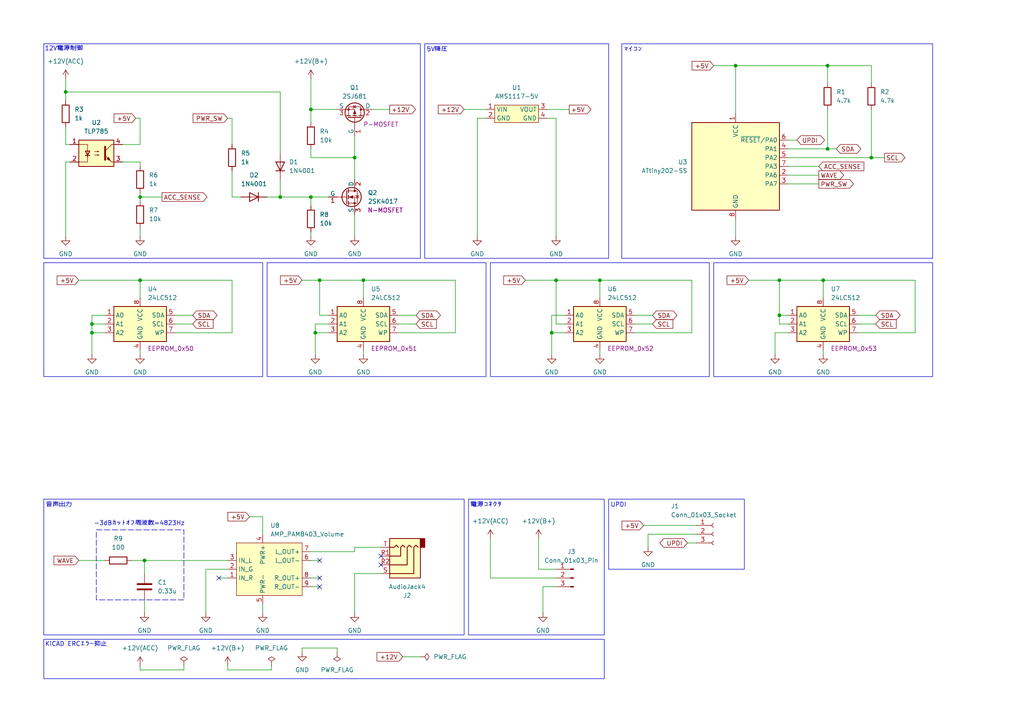
<source format=kicad_sch>
(kicad_sch
	(version 20231120)
	(generator "eeschema")
	(generator_version "8.0")
	(uuid "87b56a4e-a935-4d25-af09-80185d28ffc3")
	(paper "A4")
	(title_block
		(title "eeprom-player-attiny202")
		(date "2024-10-12")
		(rev "2024101201")
		(company "Studio Demmys")
		(comment 1 "Sound format is 8000Hz, unsigned 8bit")
	)
	(lib_symbols
		(symbol "Connector:Conn_01x03_Pin"
			(pin_names
				(offset 1.016) hide)
			(exclude_from_sim no)
			(in_bom yes)
			(on_board yes)
			(property "Reference" "J"
				(at 0 5.08 0)
				(effects
					(font
						(size 1.27 1.27)
					)
				)
			)
			(property "Value" "Conn_01x03_Pin"
				(at 0 -5.08 0)
				(effects
					(font
						(size 1.27 1.27)
					)
				)
			)
			(property "Footprint" ""
				(at 0 0 0)
				(effects
					(font
						(size 1.27 1.27)
					)
					(hide yes)
				)
			)
			(property "Datasheet" "~"
				(at 0 0 0)
				(effects
					(font
						(size 1.27 1.27)
					)
					(hide yes)
				)
			)
			(property "Description" "Generic connector, single row, 01x03, script generated"
				(at 0 0 0)
				(effects
					(font
						(size 1.27 1.27)
					)
					(hide yes)
				)
			)
			(property "ki_locked" ""
				(at 0 0 0)
				(effects
					(font
						(size 1.27 1.27)
					)
				)
			)
			(property "ki_keywords" "connector"
				(at 0 0 0)
				(effects
					(font
						(size 1.27 1.27)
					)
					(hide yes)
				)
			)
			(property "ki_fp_filters" "Connector*:*_1x??_*"
				(at 0 0 0)
				(effects
					(font
						(size 1.27 1.27)
					)
					(hide yes)
				)
			)
			(symbol "Conn_01x03_Pin_1_1"
				(polyline
					(pts
						(xy 1.27 -2.54) (xy 0.8636 -2.54)
					)
					(stroke
						(width 0.1524)
						(type default)
					)
					(fill
						(type none)
					)
				)
				(polyline
					(pts
						(xy 1.27 0) (xy 0.8636 0)
					)
					(stroke
						(width 0.1524)
						(type default)
					)
					(fill
						(type none)
					)
				)
				(polyline
					(pts
						(xy 1.27 2.54) (xy 0.8636 2.54)
					)
					(stroke
						(width 0.1524)
						(type default)
					)
					(fill
						(type none)
					)
				)
				(rectangle
					(start 0.8636 -2.413)
					(end 0 -2.667)
					(stroke
						(width 0.1524)
						(type default)
					)
					(fill
						(type outline)
					)
				)
				(rectangle
					(start 0.8636 0.127)
					(end 0 -0.127)
					(stroke
						(width 0.1524)
						(type default)
					)
					(fill
						(type outline)
					)
				)
				(rectangle
					(start 0.8636 2.667)
					(end 0 2.413)
					(stroke
						(width 0.1524)
						(type default)
					)
					(fill
						(type outline)
					)
				)
				(pin passive line
					(at 5.08 2.54 180)
					(length 3.81)
					(name "Pin_1"
						(effects
							(font
								(size 1.27 1.27)
							)
						)
					)
					(number "1"
						(effects
							(font
								(size 1.27 1.27)
							)
						)
					)
				)
				(pin passive line
					(at 5.08 0 180)
					(length 3.81)
					(name "Pin_2"
						(effects
							(font
								(size 1.27 1.27)
							)
						)
					)
					(number "2"
						(effects
							(font
								(size 1.27 1.27)
							)
						)
					)
				)
				(pin passive line
					(at 5.08 -2.54 180)
					(length 3.81)
					(name "Pin_3"
						(effects
							(font
								(size 1.27 1.27)
							)
						)
					)
					(number "3"
						(effects
							(font
								(size 1.27 1.27)
							)
						)
					)
				)
			)
		)
		(symbol "Connector:Conn_01x03_Socket"
			(pin_names
				(offset 1.016) hide)
			(exclude_from_sim no)
			(in_bom yes)
			(on_board yes)
			(property "Reference" "J"
				(at 0 5.08 0)
				(effects
					(font
						(size 1.27 1.27)
					)
				)
			)
			(property "Value" "Conn_01x03_Socket"
				(at 0 -5.08 0)
				(effects
					(font
						(size 1.27 1.27)
					)
				)
			)
			(property "Footprint" ""
				(at 0 0 0)
				(effects
					(font
						(size 1.27 1.27)
					)
					(hide yes)
				)
			)
			(property "Datasheet" "~"
				(at 0 0 0)
				(effects
					(font
						(size 1.27 1.27)
					)
					(hide yes)
				)
			)
			(property "Description" "Generic connector, single row, 01x03, script generated"
				(at 0 0 0)
				(effects
					(font
						(size 1.27 1.27)
					)
					(hide yes)
				)
			)
			(property "ki_locked" ""
				(at 0 0 0)
				(effects
					(font
						(size 1.27 1.27)
					)
				)
			)
			(property "ki_keywords" "connector"
				(at 0 0 0)
				(effects
					(font
						(size 1.27 1.27)
					)
					(hide yes)
				)
			)
			(property "ki_fp_filters" "Connector*:*_1x??_*"
				(at 0 0 0)
				(effects
					(font
						(size 1.27 1.27)
					)
					(hide yes)
				)
			)
			(symbol "Conn_01x03_Socket_1_1"
				(arc
					(start 0 -2.032)
					(mid -0.5058 -2.54)
					(end 0 -3.048)
					(stroke
						(width 0.1524)
						(type default)
					)
					(fill
						(type none)
					)
				)
				(polyline
					(pts
						(xy -1.27 -2.54) (xy -0.508 -2.54)
					)
					(stroke
						(width 0.1524)
						(type default)
					)
					(fill
						(type none)
					)
				)
				(polyline
					(pts
						(xy -1.27 0) (xy -0.508 0)
					)
					(stroke
						(width 0.1524)
						(type default)
					)
					(fill
						(type none)
					)
				)
				(polyline
					(pts
						(xy -1.27 2.54) (xy -0.508 2.54)
					)
					(stroke
						(width 0.1524)
						(type default)
					)
					(fill
						(type none)
					)
				)
				(arc
					(start 0 0.508)
					(mid -0.5058 0)
					(end 0 -0.508)
					(stroke
						(width 0.1524)
						(type default)
					)
					(fill
						(type none)
					)
				)
				(arc
					(start 0 3.048)
					(mid -0.5058 2.54)
					(end 0 2.032)
					(stroke
						(width 0.1524)
						(type default)
					)
					(fill
						(type none)
					)
				)
				(pin passive line
					(at -5.08 2.54 0)
					(length 3.81)
					(name "Pin_1"
						(effects
							(font
								(size 1.27 1.27)
							)
						)
					)
					(number "1"
						(effects
							(font
								(size 1.27 1.27)
							)
						)
					)
				)
				(pin passive line
					(at -5.08 0 0)
					(length 3.81)
					(name "Pin_2"
						(effects
							(font
								(size 1.27 1.27)
							)
						)
					)
					(number "2"
						(effects
							(font
								(size 1.27 1.27)
							)
						)
					)
				)
				(pin passive line
					(at -5.08 -2.54 0)
					(length 3.81)
					(name "Pin_3"
						(effects
							(font
								(size 1.27 1.27)
							)
						)
					)
					(number "3"
						(effects
							(font
								(size 1.27 1.27)
							)
						)
					)
				)
			)
		)
		(symbol "Connector_Audio:AudioJack4"
			(exclude_from_sim no)
			(in_bom yes)
			(on_board yes)
			(property "Reference" "J"
				(at 0 8.89 0)
				(effects
					(font
						(size 1.27 1.27)
					)
				)
			)
			(property "Value" "AudioJack4"
				(at 0 6.35 0)
				(effects
					(font
						(size 1.27 1.27)
					)
				)
			)
			(property "Footprint" ""
				(at 0 0 0)
				(effects
					(font
						(size 1.27 1.27)
					)
					(hide yes)
				)
			)
			(property "Datasheet" "~"
				(at 0 0 0)
				(effects
					(font
						(size 1.27 1.27)
					)
					(hide yes)
				)
			)
			(property "Description" "Audio Jack, 4 Poles (TRRS)"
				(at 0 0 0)
				(effects
					(font
						(size 1.27 1.27)
					)
					(hide yes)
				)
			)
			(property "ki_keywords" "audio jack receptacle stereo headphones TRRS connector"
				(at 0 0 0)
				(effects
					(font
						(size 1.27 1.27)
					)
					(hide yes)
				)
			)
			(property "ki_fp_filters" "Jack*"
				(at 0 0 0)
				(effects
					(font
						(size 1.27 1.27)
					)
					(hide yes)
				)
			)
			(symbol "AudioJack4_0_1"
				(rectangle
					(start -6.35 -5.08)
					(end -7.62 -7.62)
					(stroke
						(width 0.254)
						(type default)
					)
					(fill
						(type outline)
					)
				)
				(polyline
					(pts
						(xy 0 -5.08) (xy 0.635 -5.715) (xy 1.27 -5.08) (xy 2.54 -5.08)
					)
					(stroke
						(width 0.254)
						(type default)
					)
					(fill
						(type none)
					)
				)
				(polyline
					(pts
						(xy -5.715 -5.08) (xy -5.08 -5.715) (xy -4.445 -5.08) (xy -4.445 2.54) (xy 2.54 2.54)
					)
					(stroke
						(width 0.254)
						(type default)
					)
					(fill
						(type none)
					)
				)
				(polyline
					(pts
						(xy -1.905 -5.08) (xy -1.27 -5.715) (xy -0.635 -5.08) (xy -0.635 -2.54) (xy 2.54 -2.54)
					)
					(stroke
						(width 0.254)
						(type default)
					)
					(fill
						(type none)
					)
				)
				(polyline
					(pts
						(xy 2.54 0) (xy -2.54 0) (xy -2.54 -5.08) (xy -3.175 -5.715) (xy -3.81 -5.08)
					)
					(stroke
						(width 0.254)
						(type default)
					)
					(fill
						(type none)
					)
				)
				(rectangle
					(start 2.54 3.81)
					(end -6.35 -7.62)
					(stroke
						(width 0.254)
						(type default)
					)
					(fill
						(type background)
					)
				)
			)
			(symbol "AudioJack4_1_1"
				(pin passive line
					(at 5.08 -2.54 180)
					(length 2.54)
					(name "~"
						(effects
							(font
								(size 1.27 1.27)
							)
						)
					)
					(number "R1"
						(effects
							(font
								(size 1.27 1.27)
							)
						)
					)
				)
				(pin passive line
					(at 5.08 0 180)
					(length 2.54)
					(name "~"
						(effects
							(font
								(size 1.27 1.27)
							)
						)
					)
					(number "R2"
						(effects
							(font
								(size 1.27 1.27)
							)
						)
					)
				)
				(pin passive line
					(at 5.08 2.54 180)
					(length 2.54)
					(name "~"
						(effects
							(font
								(size 1.27 1.27)
							)
						)
					)
					(number "S"
						(effects
							(font
								(size 1.27 1.27)
							)
						)
					)
				)
				(pin passive line
					(at 5.08 -5.08 180)
					(length 2.54)
					(name "~"
						(effects
							(font
								(size 1.27 1.27)
							)
						)
					)
					(number "T"
						(effects
							(font
								(size 1.27 1.27)
							)
						)
					)
				)
			)
		)
		(symbol "DMCLIB:AMP_PAM8403_Volume"
			(exclude_from_sim no)
			(in_bom yes)
			(on_board yes)
			(property "Reference" "U"
				(at 0.254 12.192 0)
				(effects
					(font
						(size 1.27 1.27)
					)
				)
			)
			(property "Value" "AMP_PAM8403_Volume"
				(at 10.414 9.906 0)
				(effects
					(font
						(size 1.27 1.27)
					)
				)
			)
			(property "Footprint" "DMCLIB:AMP_PAM8403_Volume"
				(at -3.81 8.89 0)
				(effects
					(font
						(size 1.27 1.27)
					)
					(hide yes)
				)
			)
			(property "Datasheet" ""
				(at -3.81 8.89 0)
				(effects
					(font
						(size 1.27 1.27)
					)
					(hide yes)
				)
			)
			(property "Description" ""
				(at -3.81 8.89 0)
				(effects
					(font
						(size 1.27 1.27)
					)
					(hide yes)
				)
			)
			(symbol "AMP_PAM8403_Volume_1_1"
				(rectangle
					(start -10.16 7.62)
					(end 8.89 -7.62)
					(stroke
						(width 0)
						(type default)
					)
					(fill
						(type background)
					)
				)
				(pin input line
					(at -12.7 -2.54 0)
					(length 2.54)
					(name "IN_R"
						(effects
							(font
								(size 1.27 1.27)
							)
						)
					)
					(number "1"
						(effects
							(font
								(size 1.27 1.27)
							)
						)
					)
				)
				(pin input line
					(at -12.7 0 0)
					(length 2.54)
					(name "IN_G"
						(effects
							(font
								(size 1.27 1.27)
							)
						)
					)
					(number "2"
						(effects
							(font
								(size 1.27 1.27)
							)
						)
					)
				)
				(pin input line
					(at -12.7 2.54 0)
					(length 2.54)
					(name "IN_L"
						(effects
							(font
								(size 1.27 1.27)
							)
						)
					)
					(number "3"
						(effects
							(font
								(size 1.27 1.27)
							)
						)
					)
				)
				(pin power_in line
					(at -2.54 10.16 270)
					(length 2.54)
					(name "PWR+"
						(effects
							(font
								(size 1.27 1.27)
							)
						)
					)
					(number "4"
						(effects
							(font
								(size 1.27 1.27)
							)
						)
					)
				)
				(pin power_in line
					(at -2.54 -10.16 90)
					(length 2.54)
					(name "PWR-"
						(effects
							(font
								(size 1.27 1.27)
							)
						)
					)
					(number "5"
						(effects
							(font
								(size 1.27 1.27)
							)
						)
					)
				)
				(pin output line
					(at 11.43 2.54 180)
					(length 2.54)
					(name "L_OUT-"
						(effects
							(font
								(size 1.27 1.27)
							)
						)
					)
					(number "6"
						(effects
							(font
								(size 1.27 1.27)
							)
						)
					)
				)
				(pin output line
					(at 11.43 5.08 180)
					(length 2.54)
					(name "L_OUT+"
						(effects
							(font
								(size 1.27 1.27)
							)
						)
					)
					(number "7"
						(effects
							(font
								(size 1.27 1.27)
							)
						)
					)
				)
				(pin output line
					(at 11.43 -2.54 180)
					(length 2.54)
					(name "R_OUT+"
						(effects
							(font
								(size 1.27 1.27)
							)
						)
					)
					(number "8"
						(effects
							(font
								(size 1.27 1.27)
							)
						)
					)
				)
				(pin output line
					(at 11.43 -5.08 180)
					(length 2.54)
					(name "R_OUT-"
						(effects
							(font
								(size 1.27 1.27)
							)
						)
					)
					(number "9"
						(effects
							(font
								(size 1.27 1.27)
							)
						)
					)
				)
			)
		)
		(symbol "DMCLIB:AMS1117-5V"
			(exclude_from_sim no)
			(in_bom yes)
			(on_board yes)
			(property "Reference" "U"
				(at 0 -3.81 0)
				(effects
					(font
						(size 1.27 1.27)
					)
				)
			)
			(property "Value" "AMS1117-5V"
				(at -1.27 -3.81 0)
				(effects
					(font
						(size 1.27 1.27)
					)
				)
			)
			(property "Footprint" "DMCLIB:AMS1117-5V"
				(at -1.27 -6.35 0)
				(effects
					(font
						(size 1.27 1.27)
					)
					(hide yes)
				)
			)
			(property "Datasheet" ""
				(at -1.27 -3.81 0)
				(effects
					(font
						(size 1.27 1.27)
					)
					(hide yes)
				)
			)
			(property "Description" ""
				(at 0 0 0)
				(effects
					(font
						(size 1.27 1.27)
					)
					(hide yes)
				)
			)
			(symbol "AMS1117-5V_1_1"
				(rectangle
					(start -6.35 2.54)
					(end 6.35 -2.54)
					(stroke
						(width 0)
						(type default)
					)
					(fill
						(type background)
					)
				)
				(pin power_in line
					(at -8.89 1.27 0)
					(length 2.54)
					(name "VIN"
						(effects
							(font
								(size 1.27 1.27)
							)
						)
					)
					(number "1"
						(effects
							(font
								(size 1.27 1.27)
							)
						)
					)
				)
				(pin power_in line
					(at -8.89 -1.27 0)
					(length 2.54)
					(name "GND"
						(effects
							(font
								(size 1.27 1.27)
							)
						)
					)
					(number "2"
						(effects
							(font
								(size 1.27 1.27)
							)
						)
					)
				)
				(pin power_out line
					(at 8.89 1.27 180)
					(length 2.54)
					(name "VOUT"
						(effects
							(font
								(size 1.27 1.27)
							)
						)
					)
					(number "3"
						(effects
							(font
								(size 1.27 1.27)
							)
						)
					)
				)
				(pin power_in line
					(at 8.89 -1.27 180)
					(length 2.54)
					(name "GND"
						(effects
							(font
								(size 1.27 1.27)
							)
						)
					)
					(number "4"
						(effects
							(font
								(size 1.27 1.27)
							)
						)
					)
				)
			)
		)
		(symbol "Device:C"
			(pin_numbers hide)
			(pin_names
				(offset 0.254)
			)
			(exclude_from_sim no)
			(in_bom yes)
			(on_board yes)
			(property "Reference" "C"
				(at 0.635 2.54 0)
				(effects
					(font
						(size 1.27 1.27)
					)
					(justify left)
				)
			)
			(property "Value" "C"
				(at 0.635 -2.54 0)
				(effects
					(font
						(size 1.27 1.27)
					)
					(justify left)
				)
			)
			(property "Footprint" ""
				(at 0.9652 -3.81 0)
				(effects
					(font
						(size 1.27 1.27)
					)
					(hide yes)
				)
			)
			(property "Datasheet" "~"
				(at 0 0 0)
				(effects
					(font
						(size 1.27 1.27)
					)
					(hide yes)
				)
			)
			(property "Description" "Unpolarized capacitor"
				(at 0 0 0)
				(effects
					(font
						(size 1.27 1.27)
					)
					(hide yes)
				)
			)
			(property "ki_keywords" "cap capacitor"
				(at 0 0 0)
				(effects
					(font
						(size 1.27 1.27)
					)
					(hide yes)
				)
			)
			(property "ki_fp_filters" "C_*"
				(at 0 0 0)
				(effects
					(font
						(size 1.27 1.27)
					)
					(hide yes)
				)
			)
			(symbol "C_0_1"
				(polyline
					(pts
						(xy -2.032 -0.762) (xy 2.032 -0.762)
					)
					(stroke
						(width 0.508)
						(type default)
					)
					(fill
						(type none)
					)
				)
				(polyline
					(pts
						(xy -2.032 0.762) (xy 2.032 0.762)
					)
					(stroke
						(width 0.508)
						(type default)
					)
					(fill
						(type none)
					)
				)
			)
			(symbol "C_1_1"
				(pin passive line
					(at 0 3.81 270)
					(length 2.794)
					(name "~"
						(effects
							(font
								(size 1.27 1.27)
							)
						)
					)
					(number "1"
						(effects
							(font
								(size 1.27 1.27)
							)
						)
					)
				)
				(pin passive line
					(at 0 -3.81 90)
					(length 2.794)
					(name "~"
						(effects
							(font
								(size 1.27 1.27)
							)
						)
					)
					(number "2"
						(effects
							(font
								(size 1.27 1.27)
							)
						)
					)
				)
			)
		)
		(symbol "Device:Q_NMOS_GDS"
			(pin_names
				(offset 0)
			)
			(exclude_from_sim no)
			(in_bom yes)
			(on_board yes)
			(property "Reference" "Q"
				(at 5.08 1.27 0)
				(effects
					(font
						(size 1.27 1.27)
					)
					(justify left)
				)
			)
			(property "Value" "Q_NMOS_GDS"
				(at 5.08 -1.27 0)
				(effects
					(font
						(size 1.27 1.27)
					)
					(justify left)
				)
			)
			(property "Footprint" ""
				(at 5.08 2.54 0)
				(effects
					(font
						(size 1.27 1.27)
					)
					(hide yes)
				)
			)
			(property "Datasheet" "~"
				(at 0 0 0)
				(effects
					(font
						(size 1.27 1.27)
					)
					(hide yes)
				)
			)
			(property "Description" "N-MOSFET transistor, gate/drain/source"
				(at 0 0 0)
				(effects
					(font
						(size 1.27 1.27)
					)
					(hide yes)
				)
			)
			(property "ki_keywords" "transistor NMOS N-MOS N-MOSFET"
				(at 0 0 0)
				(effects
					(font
						(size 1.27 1.27)
					)
					(hide yes)
				)
			)
			(symbol "Q_NMOS_GDS_0_1"
				(polyline
					(pts
						(xy 0.254 0) (xy -2.54 0)
					)
					(stroke
						(width 0)
						(type default)
					)
					(fill
						(type none)
					)
				)
				(polyline
					(pts
						(xy 0.254 1.905) (xy 0.254 -1.905)
					)
					(stroke
						(width 0.254)
						(type default)
					)
					(fill
						(type none)
					)
				)
				(polyline
					(pts
						(xy 0.762 -1.27) (xy 0.762 -2.286)
					)
					(stroke
						(width 0.254)
						(type default)
					)
					(fill
						(type none)
					)
				)
				(polyline
					(pts
						(xy 0.762 0.508) (xy 0.762 -0.508)
					)
					(stroke
						(width 0.254)
						(type default)
					)
					(fill
						(type none)
					)
				)
				(polyline
					(pts
						(xy 0.762 2.286) (xy 0.762 1.27)
					)
					(stroke
						(width 0.254)
						(type default)
					)
					(fill
						(type none)
					)
				)
				(polyline
					(pts
						(xy 2.54 2.54) (xy 2.54 1.778)
					)
					(stroke
						(width 0)
						(type default)
					)
					(fill
						(type none)
					)
				)
				(polyline
					(pts
						(xy 2.54 -2.54) (xy 2.54 0) (xy 0.762 0)
					)
					(stroke
						(width 0)
						(type default)
					)
					(fill
						(type none)
					)
				)
				(polyline
					(pts
						(xy 0.762 -1.778) (xy 3.302 -1.778) (xy 3.302 1.778) (xy 0.762 1.778)
					)
					(stroke
						(width 0)
						(type default)
					)
					(fill
						(type none)
					)
				)
				(polyline
					(pts
						(xy 1.016 0) (xy 2.032 0.381) (xy 2.032 -0.381) (xy 1.016 0)
					)
					(stroke
						(width 0)
						(type default)
					)
					(fill
						(type outline)
					)
				)
				(polyline
					(pts
						(xy 2.794 0.508) (xy 2.921 0.381) (xy 3.683 0.381) (xy 3.81 0.254)
					)
					(stroke
						(width 0)
						(type default)
					)
					(fill
						(type none)
					)
				)
				(polyline
					(pts
						(xy 3.302 0.381) (xy 2.921 -0.254) (xy 3.683 -0.254) (xy 3.302 0.381)
					)
					(stroke
						(width 0)
						(type default)
					)
					(fill
						(type none)
					)
				)
				(circle
					(center 1.651 0)
					(radius 2.794)
					(stroke
						(width 0.254)
						(type default)
					)
					(fill
						(type none)
					)
				)
				(circle
					(center 2.54 -1.778)
					(radius 0.254)
					(stroke
						(width 0)
						(type default)
					)
					(fill
						(type outline)
					)
				)
				(circle
					(center 2.54 1.778)
					(radius 0.254)
					(stroke
						(width 0)
						(type default)
					)
					(fill
						(type outline)
					)
				)
			)
			(symbol "Q_NMOS_GDS_1_1"
				(pin input line
					(at -5.08 0 0)
					(length 2.54)
					(name "G"
						(effects
							(font
								(size 1.27 1.27)
							)
						)
					)
					(number "1"
						(effects
							(font
								(size 1.27 1.27)
							)
						)
					)
				)
				(pin passive line
					(at 2.54 5.08 270)
					(length 2.54)
					(name "D"
						(effects
							(font
								(size 1.27 1.27)
							)
						)
					)
					(number "2"
						(effects
							(font
								(size 1.27 1.27)
							)
						)
					)
				)
				(pin passive line
					(at 2.54 -5.08 90)
					(length 2.54)
					(name "S"
						(effects
							(font
								(size 1.27 1.27)
							)
						)
					)
					(number "3"
						(effects
							(font
								(size 1.27 1.27)
							)
						)
					)
				)
			)
		)
		(symbol "Device:Q_PMOS_GDS"
			(pin_names
				(offset 0)
			)
			(exclude_from_sim no)
			(in_bom yes)
			(on_board yes)
			(property "Reference" "Q"
				(at 5.08 1.27 0)
				(effects
					(font
						(size 1.27 1.27)
					)
					(justify left)
				)
			)
			(property "Value" "Q_PMOS_GDS"
				(at 5.08 -1.27 0)
				(effects
					(font
						(size 1.27 1.27)
					)
					(justify left)
				)
			)
			(property "Footprint" ""
				(at 5.08 2.54 0)
				(effects
					(font
						(size 1.27 1.27)
					)
					(hide yes)
				)
			)
			(property "Datasheet" "~"
				(at 0 0 0)
				(effects
					(font
						(size 1.27 1.27)
					)
					(hide yes)
				)
			)
			(property "Description" "P-MOSFET transistor, gate/drain/source"
				(at 0 0 0)
				(effects
					(font
						(size 1.27 1.27)
					)
					(hide yes)
				)
			)
			(property "ki_keywords" "transistor PMOS P-MOS P-MOSFET"
				(at 0 0 0)
				(effects
					(font
						(size 1.27 1.27)
					)
					(hide yes)
				)
			)
			(symbol "Q_PMOS_GDS_0_1"
				(polyline
					(pts
						(xy 0.254 0) (xy -2.54 0)
					)
					(stroke
						(width 0)
						(type default)
					)
					(fill
						(type none)
					)
				)
				(polyline
					(pts
						(xy 0.254 1.905) (xy 0.254 -1.905)
					)
					(stroke
						(width 0.254)
						(type default)
					)
					(fill
						(type none)
					)
				)
				(polyline
					(pts
						(xy 0.762 -1.27) (xy 0.762 -2.286)
					)
					(stroke
						(width 0.254)
						(type default)
					)
					(fill
						(type none)
					)
				)
				(polyline
					(pts
						(xy 0.762 0.508) (xy 0.762 -0.508)
					)
					(stroke
						(width 0.254)
						(type default)
					)
					(fill
						(type none)
					)
				)
				(polyline
					(pts
						(xy 0.762 2.286) (xy 0.762 1.27)
					)
					(stroke
						(width 0.254)
						(type default)
					)
					(fill
						(type none)
					)
				)
				(polyline
					(pts
						(xy 2.54 2.54) (xy 2.54 1.778)
					)
					(stroke
						(width 0)
						(type default)
					)
					(fill
						(type none)
					)
				)
				(polyline
					(pts
						(xy 2.54 -2.54) (xy 2.54 0) (xy 0.762 0)
					)
					(stroke
						(width 0)
						(type default)
					)
					(fill
						(type none)
					)
				)
				(polyline
					(pts
						(xy 0.762 1.778) (xy 3.302 1.778) (xy 3.302 -1.778) (xy 0.762 -1.778)
					)
					(stroke
						(width 0)
						(type default)
					)
					(fill
						(type none)
					)
				)
				(polyline
					(pts
						(xy 2.286 0) (xy 1.27 0.381) (xy 1.27 -0.381) (xy 2.286 0)
					)
					(stroke
						(width 0)
						(type default)
					)
					(fill
						(type outline)
					)
				)
				(polyline
					(pts
						(xy 2.794 -0.508) (xy 2.921 -0.381) (xy 3.683 -0.381) (xy 3.81 -0.254)
					)
					(stroke
						(width 0)
						(type default)
					)
					(fill
						(type none)
					)
				)
				(polyline
					(pts
						(xy 3.302 -0.381) (xy 2.921 0.254) (xy 3.683 0.254) (xy 3.302 -0.381)
					)
					(stroke
						(width 0)
						(type default)
					)
					(fill
						(type none)
					)
				)
				(circle
					(center 1.651 0)
					(radius 2.794)
					(stroke
						(width 0.254)
						(type default)
					)
					(fill
						(type none)
					)
				)
				(circle
					(center 2.54 -1.778)
					(radius 0.254)
					(stroke
						(width 0)
						(type default)
					)
					(fill
						(type outline)
					)
				)
				(circle
					(center 2.54 1.778)
					(radius 0.254)
					(stroke
						(width 0)
						(type default)
					)
					(fill
						(type outline)
					)
				)
			)
			(symbol "Q_PMOS_GDS_1_1"
				(pin input line
					(at -5.08 0 0)
					(length 2.54)
					(name "G"
						(effects
							(font
								(size 1.27 1.27)
							)
						)
					)
					(number "1"
						(effects
							(font
								(size 1.27 1.27)
							)
						)
					)
				)
				(pin passive line
					(at 2.54 5.08 270)
					(length 2.54)
					(name "D"
						(effects
							(font
								(size 1.27 1.27)
							)
						)
					)
					(number "2"
						(effects
							(font
								(size 1.27 1.27)
							)
						)
					)
				)
				(pin passive line
					(at 2.54 -5.08 90)
					(length 2.54)
					(name "S"
						(effects
							(font
								(size 1.27 1.27)
							)
						)
					)
					(number "3"
						(effects
							(font
								(size 1.27 1.27)
							)
						)
					)
				)
			)
		)
		(symbol "Device:R"
			(pin_numbers hide)
			(pin_names
				(offset 0)
			)
			(exclude_from_sim no)
			(in_bom yes)
			(on_board yes)
			(property "Reference" "R"
				(at 2.032 0 90)
				(effects
					(font
						(size 1.27 1.27)
					)
				)
			)
			(property "Value" "R"
				(at 0 0 90)
				(effects
					(font
						(size 1.27 1.27)
					)
				)
			)
			(property "Footprint" ""
				(at -1.778 0 90)
				(effects
					(font
						(size 1.27 1.27)
					)
					(hide yes)
				)
			)
			(property "Datasheet" "~"
				(at 0 0 0)
				(effects
					(font
						(size 1.27 1.27)
					)
					(hide yes)
				)
			)
			(property "Description" "Resistor"
				(at 0 0 0)
				(effects
					(font
						(size 1.27 1.27)
					)
					(hide yes)
				)
			)
			(property "ki_keywords" "R res resistor"
				(at 0 0 0)
				(effects
					(font
						(size 1.27 1.27)
					)
					(hide yes)
				)
			)
			(property "ki_fp_filters" "R_*"
				(at 0 0 0)
				(effects
					(font
						(size 1.27 1.27)
					)
					(hide yes)
				)
			)
			(symbol "R_0_1"
				(rectangle
					(start -1.016 -2.54)
					(end 1.016 2.54)
					(stroke
						(width 0.254)
						(type default)
					)
					(fill
						(type none)
					)
				)
			)
			(symbol "R_1_1"
				(pin passive line
					(at 0 3.81 270)
					(length 1.27)
					(name "~"
						(effects
							(font
								(size 1.27 1.27)
							)
						)
					)
					(number "1"
						(effects
							(font
								(size 1.27 1.27)
							)
						)
					)
				)
				(pin passive line
					(at 0 -3.81 90)
					(length 1.27)
					(name "~"
						(effects
							(font
								(size 1.27 1.27)
							)
						)
					)
					(number "2"
						(effects
							(font
								(size 1.27 1.27)
							)
						)
					)
				)
			)
		)
		(symbol "Diode:1N4001"
			(pin_numbers hide)
			(pin_names hide)
			(exclude_from_sim no)
			(in_bom yes)
			(on_board yes)
			(property "Reference" "D"
				(at 0 2.54 0)
				(effects
					(font
						(size 1.27 1.27)
					)
				)
			)
			(property "Value" "1N4001"
				(at 0 -2.54 0)
				(effects
					(font
						(size 1.27 1.27)
					)
				)
			)
			(property "Footprint" "Diode_THT:D_DO-41_SOD81_P10.16mm_Horizontal"
				(at 0 0 0)
				(effects
					(font
						(size 1.27 1.27)
					)
					(hide yes)
				)
			)
			(property "Datasheet" "http://www.vishay.com/docs/88503/1n4001.pdf"
				(at 0 0 0)
				(effects
					(font
						(size 1.27 1.27)
					)
					(hide yes)
				)
			)
			(property "Description" "50V 1A General Purpose Rectifier Diode, DO-41"
				(at 0 0 0)
				(effects
					(font
						(size 1.27 1.27)
					)
					(hide yes)
				)
			)
			(property "Sim.Device" "D"
				(at 0 0 0)
				(effects
					(font
						(size 1.27 1.27)
					)
					(hide yes)
				)
			)
			(property "Sim.Pins" "1=K 2=A"
				(at 0 0 0)
				(effects
					(font
						(size 1.27 1.27)
					)
					(hide yes)
				)
			)
			(property "ki_keywords" "diode"
				(at 0 0 0)
				(effects
					(font
						(size 1.27 1.27)
					)
					(hide yes)
				)
			)
			(property "ki_fp_filters" "D*DO?41*"
				(at 0 0 0)
				(effects
					(font
						(size 1.27 1.27)
					)
					(hide yes)
				)
			)
			(symbol "1N4001_0_1"
				(polyline
					(pts
						(xy -1.27 1.27) (xy -1.27 -1.27)
					)
					(stroke
						(width 0.254)
						(type default)
					)
					(fill
						(type none)
					)
				)
				(polyline
					(pts
						(xy 1.27 0) (xy -1.27 0)
					)
					(stroke
						(width 0)
						(type default)
					)
					(fill
						(type none)
					)
				)
				(polyline
					(pts
						(xy 1.27 1.27) (xy 1.27 -1.27) (xy -1.27 0) (xy 1.27 1.27)
					)
					(stroke
						(width 0.254)
						(type default)
					)
					(fill
						(type none)
					)
				)
			)
			(symbol "1N4001_1_1"
				(pin passive line
					(at -3.81 0 0)
					(length 2.54)
					(name "K"
						(effects
							(font
								(size 1.27 1.27)
							)
						)
					)
					(number "1"
						(effects
							(font
								(size 1.27 1.27)
							)
						)
					)
				)
				(pin passive line
					(at 3.81 0 180)
					(length 2.54)
					(name "A"
						(effects
							(font
								(size 1.27 1.27)
							)
						)
					)
					(number "2"
						(effects
							(font
								(size 1.27 1.27)
							)
						)
					)
				)
			)
		)
		(symbol "Isolator:TLP785"
			(pin_names
				(offset 1.016)
			)
			(exclude_from_sim no)
			(in_bom yes)
			(on_board yes)
			(property "Reference" "U"
				(at -5.08 5.08 0)
				(effects
					(font
						(size 1.27 1.27)
					)
					(justify left)
				)
			)
			(property "Value" "TLP785"
				(at 0 5.08 0)
				(effects
					(font
						(size 1.27 1.27)
					)
					(justify left)
				)
			)
			(property "Footprint" "Package_DIP:DIP-4_W7.62mm"
				(at -5.08 -5.08 0)
				(effects
					(font
						(size 1.27 1.27)
						(italic yes)
					)
					(justify left)
					(hide yes)
				)
			)
			(property "Datasheet" "https://toshiba.semicon-storage.com/info/docget.jsp?did=10569&prodName=TLP785"
				(at 0 0 0)
				(effects
					(font
						(size 1.27 1.27)
					)
					(justify left)
					(hide yes)
				)
			)
			(property "Description" "DC Optocoupler, Vce 80V, CTR 50-200%, DIP4"
				(at 0 0 0)
				(effects
					(font
						(size 1.27 1.27)
					)
					(hide yes)
				)
			)
			(property "ki_keywords" "NPN DC Optocoupler"
				(at 0 0 0)
				(effects
					(font
						(size 1.27 1.27)
					)
					(hide yes)
				)
			)
			(property "ki_fp_filters" "DIP*W7.62mm*"
				(at 0 0 0)
				(effects
					(font
						(size 1.27 1.27)
					)
					(hide yes)
				)
			)
			(symbol "TLP785_0_1"
				(rectangle
					(start -5.08 3.81)
					(end 5.08 -3.81)
					(stroke
						(width 0.254)
						(type default)
					)
					(fill
						(type background)
					)
				)
				(polyline
					(pts
						(xy -3.175 -0.635) (xy -1.905 -0.635)
					)
					(stroke
						(width 0.254)
						(type default)
					)
					(fill
						(type none)
					)
				)
				(polyline
					(pts
						(xy 2.54 0.635) (xy 4.445 2.54)
					)
					(stroke
						(width 0)
						(type default)
					)
					(fill
						(type none)
					)
				)
				(polyline
					(pts
						(xy 4.445 -2.54) (xy 2.54 -0.635)
					)
					(stroke
						(width 0)
						(type default)
					)
					(fill
						(type outline)
					)
				)
				(polyline
					(pts
						(xy 4.445 -2.54) (xy 5.08 -2.54)
					)
					(stroke
						(width 0)
						(type default)
					)
					(fill
						(type none)
					)
				)
				(polyline
					(pts
						(xy 4.445 2.54) (xy 5.08 2.54)
					)
					(stroke
						(width 0)
						(type default)
					)
					(fill
						(type none)
					)
				)
				(polyline
					(pts
						(xy -2.54 -0.635) (xy -2.54 -2.54) (xy -5.08 -2.54)
					)
					(stroke
						(width 0)
						(type default)
					)
					(fill
						(type none)
					)
				)
				(polyline
					(pts
						(xy 2.54 1.905) (xy 2.54 -1.905) (xy 2.54 -1.905)
					)
					(stroke
						(width 0.508)
						(type default)
					)
					(fill
						(type none)
					)
				)
				(polyline
					(pts
						(xy -5.08 2.54) (xy -2.54 2.54) (xy -2.54 -1.27) (xy -2.54 0.635)
					)
					(stroke
						(width 0)
						(type default)
					)
					(fill
						(type none)
					)
				)
				(polyline
					(pts
						(xy -2.54 -0.635) (xy -3.175 0.635) (xy -1.905 0.635) (xy -2.54 -0.635)
					)
					(stroke
						(width 0.254)
						(type default)
					)
					(fill
						(type none)
					)
				)
				(polyline
					(pts
						(xy -0.508 -0.508) (xy 0.762 -0.508) (xy 0.381 -0.635) (xy 0.381 -0.381) (xy 0.762 -0.508)
					)
					(stroke
						(width 0)
						(type default)
					)
					(fill
						(type none)
					)
				)
				(polyline
					(pts
						(xy -0.508 0.508) (xy 0.762 0.508) (xy 0.381 0.381) (xy 0.381 0.635) (xy 0.762 0.508)
					)
					(stroke
						(width 0)
						(type default)
					)
					(fill
						(type none)
					)
				)
				(polyline
					(pts
						(xy 3.048 -1.651) (xy 3.556 -1.143) (xy 4.064 -2.159) (xy 3.048 -1.651) (xy 3.048 -1.651)
					)
					(stroke
						(width 0)
						(type default)
					)
					(fill
						(type outline)
					)
				)
			)
			(symbol "TLP785_1_1"
				(pin passive line
					(at -7.62 2.54 0)
					(length 2.54)
					(name "~"
						(effects
							(font
								(size 1.27 1.27)
							)
						)
					)
					(number "1"
						(effects
							(font
								(size 1.27 1.27)
							)
						)
					)
				)
				(pin passive line
					(at -7.62 -2.54 0)
					(length 2.54)
					(name "~"
						(effects
							(font
								(size 1.27 1.27)
							)
						)
					)
					(number "2"
						(effects
							(font
								(size 1.27 1.27)
							)
						)
					)
				)
				(pin passive line
					(at 7.62 -2.54 180)
					(length 2.54)
					(name "~"
						(effects
							(font
								(size 1.27 1.27)
							)
						)
					)
					(number "3"
						(effects
							(font
								(size 1.27 1.27)
							)
						)
					)
				)
				(pin passive line
					(at 7.62 2.54 180)
					(length 2.54)
					(name "~"
						(effects
							(font
								(size 1.27 1.27)
							)
						)
					)
					(number "4"
						(effects
							(font
								(size 1.27 1.27)
							)
						)
					)
				)
			)
		)
		(symbol "MCU_Microchip_ATtiny:ATtiny202-SS"
			(exclude_from_sim no)
			(in_bom yes)
			(on_board yes)
			(property "Reference" "U"
				(at -12.7 13.97 0)
				(effects
					(font
						(size 1.27 1.27)
					)
					(justify left bottom)
				)
			)
			(property "Value" "ATtiny202-SS"
				(at 2.54 -13.97 0)
				(effects
					(font
						(size 1.27 1.27)
					)
					(justify left top)
				)
			)
			(property "Footprint" "Package_SO:SOIC-8_3.9x4.9mm_P1.27mm"
				(at 0 0 0)
				(effects
					(font
						(size 1.27 1.27)
						(italic yes)
					)
					(hide yes)
				)
			)
			(property "Datasheet" "http://ww1.microchip.com/downloads/en/DeviceDoc/ATtiny202-402-AVR-MCU-with-Core-Independent-Peripherals_and-picoPower-40001969A.pdf"
				(at 0 0 0)
				(effects
					(font
						(size 1.27 1.27)
					)
					(hide yes)
				)
			)
			(property "Description" "20MHz, 2kB Flash, 128B SRAM, 64B EEPROM, SOIC-8"
				(at 0 0 0)
				(effects
					(font
						(size 1.27 1.27)
					)
					(hide yes)
				)
			)
			(property "ki_keywords" "AVR 8bit Microcontroller tinyAVR"
				(at 0 0 0)
				(effects
					(font
						(size 1.27 1.27)
					)
					(hide yes)
				)
			)
			(property "ki_fp_filters" "SOIC*3.9x4.9mm*P1.27mm*"
				(at 0 0 0)
				(effects
					(font
						(size 1.27 1.27)
					)
					(hide yes)
				)
			)
			(symbol "ATtiny202-SS_0_1"
				(rectangle
					(start -12.7 -12.7)
					(end 12.7 12.7)
					(stroke
						(width 0.254)
						(type default)
					)
					(fill
						(type background)
					)
				)
			)
			(symbol "ATtiny202-SS_1_1"
				(pin power_in line
					(at 0 15.24 270)
					(length 2.54)
					(name "VCC"
						(effects
							(font
								(size 1.27 1.27)
							)
						)
					)
					(number "1"
						(effects
							(font
								(size 1.27 1.27)
							)
						)
					)
				)
				(pin bidirectional line
					(at 15.24 -2.54 180)
					(length 2.54)
					(name "PA6"
						(effects
							(font
								(size 1.27 1.27)
							)
						)
					)
					(number "2"
						(effects
							(font
								(size 1.27 1.27)
							)
						)
					)
				)
				(pin bidirectional line
					(at 15.24 -5.08 180)
					(length 2.54)
					(name "PA7"
						(effects
							(font
								(size 1.27 1.27)
							)
						)
					)
					(number "3"
						(effects
							(font
								(size 1.27 1.27)
							)
						)
					)
				)
				(pin bidirectional line
					(at 15.24 5.08 180)
					(length 2.54)
					(name "PA1"
						(effects
							(font
								(size 1.27 1.27)
							)
						)
					)
					(number "4"
						(effects
							(font
								(size 1.27 1.27)
							)
						)
					)
				)
				(pin bidirectional line
					(at 15.24 2.54 180)
					(length 2.54)
					(name "PA2"
						(effects
							(font
								(size 1.27 1.27)
							)
						)
					)
					(number "5"
						(effects
							(font
								(size 1.27 1.27)
							)
						)
					)
				)
				(pin bidirectional line
					(at 15.24 7.62 180)
					(length 2.54)
					(name "~{RESET}/PA0"
						(effects
							(font
								(size 1.27 1.27)
							)
						)
					)
					(number "6"
						(effects
							(font
								(size 1.27 1.27)
							)
						)
					)
				)
				(pin bidirectional line
					(at 15.24 0 180)
					(length 2.54)
					(name "PA3"
						(effects
							(font
								(size 1.27 1.27)
							)
						)
					)
					(number "7"
						(effects
							(font
								(size 1.27 1.27)
							)
						)
					)
				)
				(pin power_in line
					(at 0 -15.24 90)
					(length 2.54)
					(name "GND"
						(effects
							(font
								(size 1.27 1.27)
							)
						)
					)
					(number "8"
						(effects
							(font
								(size 1.27 1.27)
							)
						)
					)
				)
			)
		)
		(symbol "Memory_EEPROM:24LC512"
			(exclude_from_sim no)
			(in_bom yes)
			(on_board yes)
			(property "Reference" "U"
				(at -6.35 6.35 0)
				(effects
					(font
						(size 1.27 1.27)
					)
				)
			)
			(property "Value" "24LC512"
				(at 1.27 6.35 0)
				(effects
					(font
						(size 1.27 1.27)
					)
					(justify left)
				)
			)
			(property "Footprint" ""
				(at 0 0 0)
				(effects
					(font
						(size 1.27 1.27)
					)
					(hide yes)
				)
			)
			(property "Datasheet" "http://ww1.microchip.com/downloads/en/DeviceDoc/21754M.pdf"
				(at 0 0 0)
				(effects
					(font
						(size 1.27 1.27)
					)
					(hide yes)
				)
			)
			(property "Description" "I2C Serial EEPROM, 512Kb, DIP-8/SOIC-8/TSSOP-8/DFN-8"
				(at 0 0 0)
				(effects
					(font
						(size 1.27 1.27)
					)
					(hide yes)
				)
			)
			(property "ki_keywords" "I2C Serial EEPROM"
				(at 0 0 0)
				(effects
					(font
						(size 1.27 1.27)
					)
					(hide yes)
				)
			)
			(property "ki_fp_filters" "DIP*W7.62mm* SOIC*3.9x4.9mm* TSSOP*4.4x3mm*P0.65mm* DFN*3x2mm*P0.5mm*"
				(at 0 0 0)
				(effects
					(font
						(size 1.27 1.27)
					)
					(hide yes)
				)
			)
			(symbol "24LC512_1_1"
				(rectangle
					(start -7.62 5.08)
					(end 7.62 -5.08)
					(stroke
						(width 0.254)
						(type default)
					)
					(fill
						(type background)
					)
				)
				(pin input line
					(at -10.16 2.54 0)
					(length 2.54)
					(name "A0"
						(effects
							(font
								(size 1.27 1.27)
							)
						)
					)
					(number "1"
						(effects
							(font
								(size 1.27 1.27)
							)
						)
					)
				)
				(pin input line
					(at -10.16 0 0)
					(length 2.54)
					(name "A1"
						(effects
							(font
								(size 1.27 1.27)
							)
						)
					)
					(number "2"
						(effects
							(font
								(size 1.27 1.27)
							)
						)
					)
				)
				(pin input line
					(at -10.16 -2.54 0)
					(length 2.54)
					(name "A2"
						(effects
							(font
								(size 1.27 1.27)
							)
						)
					)
					(number "3"
						(effects
							(font
								(size 1.27 1.27)
							)
						)
					)
				)
				(pin power_in line
					(at 0 -7.62 90)
					(length 2.54)
					(name "GND"
						(effects
							(font
								(size 1.27 1.27)
							)
						)
					)
					(number "4"
						(effects
							(font
								(size 1.27 1.27)
							)
						)
					)
				)
				(pin bidirectional line
					(at 10.16 2.54 180)
					(length 2.54)
					(name "SDA"
						(effects
							(font
								(size 1.27 1.27)
							)
						)
					)
					(number "5"
						(effects
							(font
								(size 1.27 1.27)
							)
						)
					)
				)
				(pin input line
					(at 10.16 0 180)
					(length 2.54)
					(name "SCL"
						(effects
							(font
								(size 1.27 1.27)
							)
						)
					)
					(number "6"
						(effects
							(font
								(size 1.27 1.27)
							)
						)
					)
				)
				(pin input line
					(at 10.16 -2.54 180)
					(length 2.54)
					(name "WP"
						(effects
							(font
								(size 1.27 1.27)
							)
						)
					)
					(number "7"
						(effects
							(font
								(size 1.27 1.27)
							)
						)
					)
				)
				(pin power_in line
					(at 0 7.62 270)
					(length 2.54)
					(name "VCC"
						(effects
							(font
								(size 1.27 1.27)
							)
						)
					)
					(number "8"
						(effects
							(font
								(size 1.27 1.27)
							)
						)
					)
				)
			)
		)
		(symbol "power:+12V"
			(power)
			(pin_numbers hide)
			(pin_names
				(offset 0) hide)
			(exclude_from_sim no)
			(in_bom yes)
			(on_board yes)
			(property "Reference" "#PWR"
				(at 0 -3.81 0)
				(effects
					(font
						(size 1.27 1.27)
					)
					(hide yes)
				)
			)
			(property "Value" "+12V"
				(at 0 3.556 0)
				(effects
					(font
						(size 1.27 1.27)
					)
				)
			)
			(property "Footprint" ""
				(at 0 0 0)
				(effects
					(font
						(size 1.27 1.27)
					)
					(hide yes)
				)
			)
			(property "Datasheet" ""
				(at 0 0 0)
				(effects
					(font
						(size 1.27 1.27)
					)
					(hide yes)
				)
			)
			(property "Description" "Power symbol creates a global label with name \"+12V\""
				(at 0 0 0)
				(effects
					(font
						(size 1.27 1.27)
					)
					(hide yes)
				)
			)
			(property "ki_keywords" "global power"
				(at 0 0 0)
				(effects
					(font
						(size 1.27 1.27)
					)
					(hide yes)
				)
			)
			(symbol "+12V_0_1"
				(polyline
					(pts
						(xy -0.762 1.27) (xy 0 2.54)
					)
					(stroke
						(width 0)
						(type default)
					)
					(fill
						(type none)
					)
				)
				(polyline
					(pts
						(xy 0 0) (xy 0 2.54)
					)
					(stroke
						(width 0)
						(type default)
					)
					(fill
						(type none)
					)
				)
				(polyline
					(pts
						(xy 0 2.54) (xy 0.762 1.27)
					)
					(stroke
						(width 0)
						(type default)
					)
					(fill
						(type none)
					)
				)
			)
			(symbol "+12V_1_1"
				(pin power_in line
					(at 0 0 90)
					(length 0)
					(name "~"
						(effects
							(font
								(size 1.27 1.27)
							)
						)
					)
					(number "1"
						(effects
							(font
								(size 1.27 1.27)
							)
						)
					)
				)
			)
		)
		(symbol "power:GND"
			(power)
			(pin_numbers hide)
			(pin_names
				(offset 0) hide)
			(exclude_from_sim no)
			(in_bom yes)
			(on_board yes)
			(property "Reference" "#PWR"
				(at 0 -6.35 0)
				(effects
					(font
						(size 1.27 1.27)
					)
					(hide yes)
				)
			)
			(property "Value" "GND"
				(at 0 -3.81 0)
				(effects
					(font
						(size 1.27 1.27)
					)
				)
			)
			(property "Footprint" ""
				(at 0 0 0)
				(effects
					(font
						(size 1.27 1.27)
					)
					(hide yes)
				)
			)
			(property "Datasheet" ""
				(at 0 0 0)
				(effects
					(font
						(size 1.27 1.27)
					)
					(hide yes)
				)
			)
			(property "Description" "Power symbol creates a global label with name \"GND\" , ground"
				(at 0 0 0)
				(effects
					(font
						(size 1.27 1.27)
					)
					(hide yes)
				)
			)
			(property "ki_keywords" "global power"
				(at 0 0 0)
				(effects
					(font
						(size 1.27 1.27)
					)
					(hide yes)
				)
			)
			(symbol "GND_0_1"
				(polyline
					(pts
						(xy 0 0) (xy 0 -1.27) (xy 1.27 -1.27) (xy 0 -2.54) (xy -1.27 -1.27) (xy 0 -1.27)
					)
					(stroke
						(width 0)
						(type default)
					)
					(fill
						(type none)
					)
				)
			)
			(symbol "GND_1_1"
				(pin power_in line
					(at 0 0 270)
					(length 0)
					(name "~"
						(effects
							(font
								(size 1.27 1.27)
							)
						)
					)
					(number "1"
						(effects
							(font
								(size 1.27 1.27)
							)
						)
					)
				)
			)
		)
		(symbol "power:PWR_FLAG"
			(power)
			(pin_numbers hide)
			(pin_names
				(offset 0) hide)
			(exclude_from_sim no)
			(in_bom yes)
			(on_board yes)
			(property "Reference" "#FLG"
				(at 0 1.905 0)
				(effects
					(font
						(size 1.27 1.27)
					)
					(hide yes)
				)
			)
			(property "Value" "PWR_FLAG"
				(at 0 3.81 0)
				(effects
					(font
						(size 1.27 1.27)
					)
				)
			)
			(property "Footprint" ""
				(at 0 0 0)
				(effects
					(font
						(size 1.27 1.27)
					)
					(hide yes)
				)
			)
			(property "Datasheet" "~"
				(at 0 0 0)
				(effects
					(font
						(size 1.27 1.27)
					)
					(hide yes)
				)
			)
			(property "Description" "Special symbol for telling ERC where power comes from"
				(at 0 0 0)
				(effects
					(font
						(size 1.27 1.27)
					)
					(hide yes)
				)
			)
			(property "ki_keywords" "flag power"
				(at 0 0 0)
				(effects
					(font
						(size 1.27 1.27)
					)
					(hide yes)
				)
			)
			(symbol "PWR_FLAG_0_0"
				(pin power_out line
					(at 0 0 90)
					(length 0)
					(name "~"
						(effects
							(font
								(size 1.27 1.27)
							)
						)
					)
					(number "1"
						(effects
							(font
								(size 1.27 1.27)
							)
						)
					)
				)
			)
			(symbol "PWR_FLAG_0_1"
				(polyline
					(pts
						(xy 0 0) (xy 0 1.27) (xy -1.016 1.905) (xy 0 2.54) (xy 1.016 1.905) (xy 0 1.27)
					)
					(stroke
						(width 0)
						(type default)
					)
					(fill
						(type none)
					)
				)
			)
		)
	)
	(junction
		(at 173.99 81.28)
		(diameter 0)
		(color 0 0 0 0)
		(uuid "05936bf4-e8ab-4909-86b2-279cbdf8ec59")
	)
	(junction
		(at 213.36 19.05)
		(diameter 0)
		(color 0 0 0 0)
		(uuid "0759ab1c-652b-48ed-b3cd-3b509ea9ffd6")
	)
	(junction
		(at 26.67 96.52)
		(diameter 0)
		(color 0 0 0 0)
		(uuid "45439e25-7dee-4c4c-a0a4-bcb443bd91e4")
	)
	(junction
		(at 160.02 96.52)
		(diameter 0)
		(color 0 0 0 0)
		(uuid "48229d69-758c-43e2-ab7c-73d6a52295e1")
	)
	(junction
		(at 252.73 45.72)
		(diameter 0)
		(color 0 0 0 0)
		(uuid "501ce48d-be43-4556-b683-e39199c7f132")
	)
	(junction
		(at 92.71 81.28)
		(diameter 0)
		(color 0 0 0 0)
		(uuid "5839c35b-dce8-4781-b9c8-7709581d00df")
	)
	(junction
		(at 102.87 45.72)
		(diameter 0)
		(color 0 0 0 0)
		(uuid "5f1d36ea-a3c9-4846-9a38-93d452ef623b")
	)
	(junction
		(at 40.64 81.28)
		(diameter 0)
		(color 0 0 0 0)
		(uuid "62cdc6df-2c95-487e-add4-b7f07504a7fb")
	)
	(junction
		(at 105.41 81.28)
		(diameter 0)
		(color 0 0 0 0)
		(uuid "6921a6b0-038c-4169-8e1b-9a13e957a592")
	)
	(junction
		(at 40.64 57.15)
		(diameter 0)
		(color 0 0 0 0)
		(uuid "74cd15d0-87c9-475e-9618-82eb4f1f06a4")
	)
	(junction
		(at 19.05 26.67)
		(diameter 0)
		(color 0 0 0 0)
		(uuid "7a39a17b-2470-40e7-9edc-dc445ea44010")
	)
	(junction
		(at 41.91 162.56)
		(diameter 0)
		(color 0 0 0 0)
		(uuid "8048f2fc-4b8f-4961-a0bf-4b5ae7e7eca4")
	)
	(junction
		(at 91.44 96.52)
		(diameter 0)
		(color 0 0 0 0)
		(uuid "9a6f23ea-cddb-4a45-af15-cefe5e266d69")
	)
	(junction
		(at 238.76 81.28)
		(diameter 0)
		(color 0 0 0 0)
		(uuid "a7883ffa-5c52-4b02-986c-722680b8f0b3")
	)
	(junction
		(at 226.06 91.44)
		(diameter 0)
		(color 0 0 0 0)
		(uuid "c04e2640-3792-4e9a-9841-79efc793a5ca")
	)
	(junction
		(at 240.03 19.05)
		(diameter 0)
		(color 0 0 0 0)
		(uuid "cc75af94-3234-4554-9910-e994676a393b")
	)
	(junction
		(at 161.29 81.28)
		(diameter 0)
		(color 0 0 0 0)
		(uuid "cee790ea-44bb-4c8b-afc6-11f4e0d74217")
	)
	(junction
		(at 90.17 57.15)
		(diameter 0)
		(color 0 0 0 0)
		(uuid "d0bd651c-8db6-4535-8257-faec58fd63a8")
	)
	(junction
		(at 26.67 93.98)
		(diameter 0)
		(color 0 0 0 0)
		(uuid "d52fae65-6280-4f59-ad69-c41c5222b9af")
	)
	(junction
		(at 226.06 81.28)
		(diameter 0)
		(color 0 0 0 0)
		(uuid "df649d23-5a31-4137-bea4-a2d245daf041")
	)
	(junction
		(at 81.28 57.15)
		(diameter 0)
		(color 0 0 0 0)
		(uuid "e8b50a0e-79bd-439b-9662-49ad447a10a4")
	)
	(junction
		(at 90.17 31.75)
		(diameter 0)
		(color 0 0 0 0)
		(uuid "f9f1e742-baee-42a0-8c99-8348d74eb630")
	)
	(junction
		(at 240.03 43.18)
		(diameter 0)
		(color 0 0 0 0)
		(uuid "faa97389-62d9-4b59-88f5-37bb806de53b")
	)
	(no_connect
		(at 92.71 170.18)
		(uuid "42318af7-a5c6-449d-b851-b179a2edd645")
	)
	(no_connect
		(at 63.5 167.64)
		(uuid "6393e1c0-59eb-4b62-a407-66ae788763f3")
	)
	(no_connect
		(at 110.49 163.83)
		(uuid "699befc5-fba8-476c-9ee0-5edee80add23")
	)
	(no_connect
		(at 92.71 167.64)
		(uuid "6d40681d-452c-4747-9a64-5f71d1d902a2")
	)
	(no_connect
		(at 110.49 161.29)
		(uuid "9d3da544-b5aa-4352-9080-99efd57d459e")
	)
	(no_connect
		(at 92.71 162.56)
		(uuid "e905e4d0-7004-4742-a976-74cba12e1451")
	)
	(wire
		(pts
			(xy 26.67 93.98) (xy 30.48 93.98)
		)
		(stroke
			(width 0)
			(type default)
		)
		(uuid "004e4d52-3c72-40e7-8f79-fc8941d91162")
	)
	(wire
		(pts
			(xy 91.44 93.98) (xy 95.25 93.98)
		)
		(stroke
			(width 0)
			(type default)
		)
		(uuid "00df2dd6-231e-4d80-a353-4b3ca223246a")
	)
	(wire
		(pts
			(xy 41.91 162.56) (xy 41.91 166.37)
		)
		(stroke
			(width 0)
			(type default)
		)
		(uuid "0164530a-a82e-4bfe-9c95-c80aca128e2f")
	)
	(wire
		(pts
			(xy 102.87 166.37) (xy 102.87 177.8)
		)
		(stroke
			(width 0)
			(type default)
		)
		(uuid "02851099-45eb-4b96-9909-ad1ba00ac5af")
	)
	(wire
		(pts
			(xy 66.04 193.04) (xy 66.04 194.31)
		)
		(stroke
			(width 0)
			(type default)
		)
		(uuid "04374c0b-ed52-4347-b6ff-4dddb0263238")
	)
	(wire
		(pts
			(xy 76.2 149.86) (xy 76.2 154.94)
		)
		(stroke
			(width 0)
			(type default)
		)
		(uuid "06e41566-4996-4bd5-b7ad-69fddc619d24")
	)
	(wire
		(pts
			(xy 19.05 46.99) (xy 19.05 68.58)
		)
		(stroke
			(width 0)
			(type default)
		)
		(uuid "0747a6f9-cabf-43a4-8aea-756e52a9ae09")
	)
	(wire
		(pts
			(xy 158.75 31.75) (xy 165.1 31.75)
		)
		(stroke
			(width 0)
			(type default)
		)
		(uuid "0900ba9b-526f-4d21-a699-dc0120a91e23")
	)
	(wire
		(pts
			(xy 90.17 57.15) (xy 95.25 57.15)
		)
		(stroke
			(width 0)
			(type default)
		)
		(uuid "0a640ab7-798d-4d56-bf02-a46f2165b27f")
	)
	(wire
		(pts
			(xy 105.41 101.6) (xy 105.41 102.87)
		)
		(stroke
			(width 0)
			(type default)
		)
		(uuid "0bcce83d-ecba-476c-919f-f38a06ac6f19")
	)
	(wire
		(pts
			(xy 226.06 81.28) (xy 226.06 91.44)
		)
		(stroke
			(width 0)
			(type default)
		)
		(uuid "0c0de491-c20c-415a-8816-57bd91b0f5ad")
	)
	(wire
		(pts
			(xy 228.6 48.26) (xy 237.49 48.26)
		)
		(stroke
			(width 0)
			(type default)
		)
		(uuid "0e2397e7-8bea-493c-84d6-36a254297e57")
	)
	(wire
		(pts
			(xy 248.92 91.44) (xy 254 91.44)
		)
		(stroke
			(width 0)
			(type default)
		)
		(uuid "10160a1a-98e7-4e5e-94ff-b54ee70692a6")
	)
	(wire
		(pts
			(xy 238.76 81.28) (xy 238.76 86.36)
		)
		(stroke
			(width 0)
			(type default)
		)
		(uuid "10a6654c-0500-45c4-8166-7035bc584039")
	)
	(wire
		(pts
			(xy 90.17 170.18) (xy 92.71 170.18)
		)
		(stroke
			(width 0)
			(type default)
		)
		(uuid "13b45df3-731d-407a-a71d-f359ec12ba05")
	)
	(wire
		(pts
			(xy 115.57 91.44) (xy 120.65 91.44)
		)
		(stroke
			(width 0)
			(type default)
		)
		(uuid "16198ef3-11cc-46af-82ee-3a93986c9db4")
	)
	(wire
		(pts
			(xy 40.64 57.15) (xy 40.64 58.42)
		)
		(stroke
			(width 0)
			(type default)
		)
		(uuid "17cfea93-3cdc-4260-b913-663239aeee3f")
	)
	(wire
		(pts
			(xy 67.31 34.29) (xy 67.31 41.91)
		)
		(stroke
			(width 0)
			(type default)
		)
		(uuid "1839ec9c-17f0-4947-84da-9b78f7311409")
	)
	(wire
		(pts
			(xy 40.64 193.04) (xy 40.64 194.31)
		)
		(stroke
			(width 0)
			(type default)
		)
		(uuid "1aa02316-c2f2-4992-8e18-5420516aaf65")
	)
	(wire
		(pts
			(xy 26.67 96.52) (xy 26.67 102.87)
		)
		(stroke
			(width 0)
			(type default)
		)
		(uuid "1ab7c196-3c41-46ac-b8fb-a7e2e2d7f28a")
	)
	(wire
		(pts
			(xy 30.48 91.44) (xy 26.67 91.44)
		)
		(stroke
			(width 0)
			(type default)
		)
		(uuid "1b3336b7-37f0-4676-9089-14cb5c7f145c")
	)
	(wire
		(pts
			(xy 156.21 165.1) (xy 156.21 156.21)
		)
		(stroke
			(width 0)
			(type default)
		)
		(uuid "1dcf4c4f-213c-4731-89e9-fc57db452e4d")
	)
	(wire
		(pts
			(xy 228.6 43.18) (xy 240.03 43.18)
		)
		(stroke
			(width 0)
			(type default)
		)
		(uuid "1fdc5ecd-7e36-4d1b-a854-f0cc5a7a3bed")
	)
	(wire
		(pts
			(xy 207.01 19.05) (xy 213.36 19.05)
		)
		(stroke
			(width 0)
			(type default)
		)
		(uuid "226340e4-e512-4d16-9231-27e6cce384f0")
	)
	(wire
		(pts
			(xy 213.36 63.5) (xy 213.36 68.58)
		)
		(stroke
			(width 0)
			(type default)
		)
		(uuid "22c25808-dc2a-4a1b-afa7-045c0e7ac75c")
	)
	(wire
		(pts
			(xy 26.67 91.44) (xy 26.67 93.98)
		)
		(stroke
			(width 0)
			(type default)
		)
		(uuid "23f2e61e-99d7-42e2-944a-6e2a1ebae156")
	)
	(wire
		(pts
			(xy 252.73 45.72) (xy 256.54 45.72)
		)
		(stroke
			(width 0)
			(type default)
		)
		(uuid "2560fcd2-5b94-43c9-9fca-fa750e695bef")
	)
	(wire
		(pts
			(xy 72.39 149.86) (xy 76.2 149.86)
		)
		(stroke
			(width 0)
			(type default)
		)
		(uuid "260d9d38-bfb9-4c8b-bb9d-a60b19ae0e0a")
	)
	(wire
		(pts
			(xy 41.91 162.56) (xy 66.04 162.56)
		)
		(stroke
			(width 0)
			(type default)
		)
		(uuid "26430766-44d6-45a4-81ae-0f03a570433d")
	)
	(wire
		(pts
			(xy 199.39 157.48) (xy 201.93 157.48)
		)
		(stroke
			(width 0)
			(type default)
		)
		(uuid "26f550b1-66eb-4835-b49c-9d68423d783b")
	)
	(wire
		(pts
			(xy 240.03 31.75) (xy 240.03 43.18)
		)
		(stroke
			(width 0)
			(type default)
		)
		(uuid "270b1e4c-3889-4e4e-9fcd-16b944640a3e")
	)
	(wire
		(pts
			(xy 228.6 40.64) (xy 231.14 40.64)
		)
		(stroke
			(width 0)
			(type default)
		)
		(uuid "2870faf7-6250-4277-b1a8-5aea01686be6")
	)
	(wire
		(pts
			(xy 59.69 165.1) (xy 66.04 165.1)
		)
		(stroke
			(width 0)
			(type default)
		)
		(uuid "2aba868d-c16d-46b8-ad34-f91b742a0825")
	)
	(wire
		(pts
			(xy 91.44 96.52) (xy 95.25 96.52)
		)
		(stroke
			(width 0)
			(type default)
		)
		(uuid "2b40dced-e113-4cb1-83e2-f8efbfc1bcfa")
	)
	(wire
		(pts
			(xy 92.71 81.28) (xy 92.71 91.44)
		)
		(stroke
			(width 0)
			(type default)
		)
		(uuid "2b940636-c861-4d08-aa4e-c34dd8ff604f")
	)
	(wire
		(pts
			(xy 90.17 167.64) (xy 92.71 167.64)
		)
		(stroke
			(width 0)
			(type default)
		)
		(uuid "2c6b0051-02c7-43e3-8b15-a1c5abd9ddc4")
	)
	(wire
		(pts
			(xy 91.44 96.52) (xy 91.44 102.87)
		)
		(stroke
			(width 0)
			(type default)
		)
		(uuid "32498663-60c3-4946-ad40-d2d97f62c1e6")
	)
	(wire
		(pts
			(xy 156.21 165.1) (xy 161.29 165.1)
		)
		(stroke
			(width 0)
			(type default)
		)
		(uuid "329e9561-ac4c-4a4c-97e5-74a0de4d222f")
	)
	(wire
		(pts
			(xy 152.4 81.28) (xy 161.29 81.28)
		)
		(stroke
			(width 0)
			(type default)
		)
		(uuid "330930af-82f4-4168-a345-2f24e5e7ff52")
	)
	(wire
		(pts
			(xy 142.24 167.64) (xy 142.24 156.21)
		)
		(stroke
			(width 0)
			(type default)
		)
		(uuid "340b7c28-0bf6-4489-b1a4-8b3246ec6621")
	)
	(wire
		(pts
			(xy 102.87 166.37) (xy 110.49 166.37)
		)
		(stroke
			(width 0)
			(type default)
		)
		(uuid "3443420c-4e5b-4b05-8af2-5778833165e4")
	)
	(wire
		(pts
			(xy 105.41 81.28) (xy 105.41 86.36)
		)
		(stroke
			(width 0)
			(type default)
		)
		(uuid "349b1e3e-956e-467b-a409-1a5a67c2ed56")
	)
	(wire
		(pts
			(xy 248.92 96.52) (xy 265.43 96.52)
		)
		(stroke
			(width 0)
			(type default)
		)
		(uuid "355561c6-8b05-4581-af6d-d328f5eb8f78")
	)
	(wire
		(pts
			(xy 40.64 57.15) (xy 46.99 57.15)
		)
		(stroke
			(width 0)
			(type default)
		)
		(uuid "355ebd6f-d7f5-4ece-aba3-d36d737cd07b")
	)
	(wire
		(pts
			(xy 26.67 93.98) (xy 26.67 96.52)
		)
		(stroke
			(width 0)
			(type default)
		)
		(uuid "35cfe4ae-6b3d-48a3-9067-b030af394f55")
	)
	(wire
		(pts
			(xy 81.28 26.67) (xy 19.05 26.67)
		)
		(stroke
			(width 0)
			(type default)
		)
		(uuid "36d5fd35-cbb4-467d-adb0-6663a08f3828")
	)
	(wire
		(pts
			(xy 102.87 45.72) (xy 102.87 52.07)
		)
		(stroke
			(width 0)
			(type default)
		)
		(uuid "38afaf78-11fb-4ab1-b5df-5e2c7916ce21")
	)
	(wire
		(pts
			(xy 40.64 101.6) (xy 40.64 102.87)
		)
		(stroke
			(width 0)
			(type default)
		)
		(uuid "398cd736-507e-4467-9073-b85edc0c333f")
	)
	(wire
		(pts
			(xy 40.64 55.88) (xy 40.64 57.15)
		)
		(stroke
			(width 0)
			(type default)
		)
		(uuid "39b2b31d-54d3-438f-a111-bf866d5d7f08")
	)
	(wire
		(pts
			(xy 186.69 152.4) (xy 201.93 152.4)
		)
		(stroke
			(width 0)
			(type default)
		)
		(uuid "3ce3dfe8-961b-4e9f-83fb-343e9aff0c0c")
	)
	(wire
		(pts
			(xy 63.5 167.64) (xy 66.04 167.64)
		)
		(stroke
			(width 0)
			(type default)
		)
		(uuid "3deb6897-d7f1-470a-851b-9be13f59d389")
	)
	(wire
		(pts
			(xy 252.73 31.75) (xy 252.73 45.72)
		)
		(stroke
			(width 0)
			(type default)
		)
		(uuid "3e343c8e-59c1-4d1d-865c-454696287a75")
	)
	(wire
		(pts
			(xy 90.17 31.75) (xy 90.17 35.56)
		)
		(stroke
			(width 0)
			(type default)
		)
		(uuid "3eef890b-9cfb-46e6-82b2-8357fa5d36dc")
	)
	(wire
		(pts
			(xy 90.17 45.72) (xy 102.87 45.72)
		)
		(stroke
			(width 0)
			(type default)
		)
		(uuid "42207161-8803-454d-a36b-90a55844f033")
	)
	(wire
		(pts
			(xy 163.83 93.98) (xy 161.29 93.98)
		)
		(stroke
			(width 0)
			(type default)
		)
		(uuid "4447dc2c-c638-43ef-b98b-7f0aa72a53b8")
	)
	(wire
		(pts
			(xy 77.47 57.15) (xy 81.28 57.15)
		)
		(stroke
			(width 0)
			(type default)
		)
		(uuid "44cda9e5-5d31-4962-b8e2-9141b5b806cd")
	)
	(wire
		(pts
			(xy 81.28 52.07) (xy 81.28 57.15)
		)
		(stroke
			(width 0)
			(type default)
		)
		(uuid "4663fa7c-9a21-4a95-b196-b32fa847ffda")
	)
	(wire
		(pts
			(xy 184.15 93.98) (xy 189.23 93.98)
		)
		(stroke
			(width 0)
			(type default)
		)
		(uuid "46b21450-ea9a-4f76-9a9c-a4f079f95d13")
	)
	(wire
		(pts
			(xy 187.96 154.94) (xy 187.96 158.75)
		)
		(stroke
			(width 0)
			(type default)
		)
		(uuid "46d63e5f-dc5b-405f-911f-c036df16e233")
	)
	(wire
		(pts
			(xy 201.93 154.94) (xy 187.96 154.94)
		)
		(stroke
			(width 0)
			(type default)
		)
		(uuid "477be745-1bac-4faa-93b2-57ea558a09bb")
	)
	(wire
		(pts
			(xy 22.86 162.56) (xy 30.48 162.56)
		)
		(stroke
			(width 0)
			(type default)
		)
		(uuid "49f0c053-5535-4b24-b5cd-4d0f7d73f6e8")
	)
	(wire
		(pts
			(xy 252.73 24.13) (xy 252.73 19.05)
		)
		(stroke
			(width 0)
			(type default)
		)
		(uuid "4c87deba-977c-436e-bb77-731ecce33f94")
	)
	(wire
		(pts
			(xy 240.03 19.05) (xy 213.36 19.05)
		)
		(stroke
			(width 0)
			(type default)
		)
		(uuid "4e6cfb60-a914-4a6d-9214-27242cc03552")
	)
	(wire
		(pts
			(xy 67.31 57.15) (xy 69.85 57.15)
		)
		(stroke
			(width 0)
			(type default)
		)
		(uuid "4fd945a9-a5dd-4ec3-afd0-bf38cc16cde1")
	)
	(wire
		(pts
			(xy 67.31 49.53) (xy 67.31 57.15)
		)
		(stroke
			(width 0)
			(type default)
		)
		(uuid "548b9f01-e7a6-4d20-a9f4-2697b68286fa")
	)
	(wire
		(pts
			(xy 95.25 91.44) (xy 92.71 91.44)
		)
		(stroke
			(width 0)
			(type default)
		)
		(uuid "58e9020e-2021-4ccb-86c8-64a8212ec85c")
	)
	(wire
		(pts
			(xy 19.05 41.91) (xy 20.32 41.91)
		)
		(stroke
			(width 0)
			(type default)
		)
		(uuid "59d5af10-7a59-4a31-bc10-1121536fdbc1")
	)
	(wire
		(pts
			(xy 265.43 81.28) (xy 238.76 81.28)
		)
		(stroke
			(width 0)
			(type default)
		)
		(uuid "5aa4457c-f40b-4ab8-b0df-cc3dca83d58e")
	)
	(wire
		(pts
			(xy 76.2 175.26) (xy 76.2 177.8)
		)
		(stroke
			(width 0)
			(type default)
		)
		(uuid "5c0c07b5-d16c-4dc2-8611-803089a1a9cf")
	)
	(wire
		(pts
			(xy 228.6 50.8) (xy 237.49 50.8)
		)
		(stroke
			(width 0)
			(type default)
		)
		(uuid "5d6c5aaf-5ce4-4125-886e-6981d58ef553")
	)
	(wire
		(pts
			(xy 90.17 31.75) (xy 97.79 31.75)
		)
		(stroke
			(width 0)
			(type default)
		)
		(uuid "5d6e569e-028d-4ff5-8404-332000942ec7")
	)
	(wire
		(pts
			(xy 91.44 93.98) (xy 91.44 96.52)
		)
		(stroke
			(width 0)
			(type default)
		)
		(uuid "5f15243c-3d70-485f-8979-aafad966932f")
	)
	(wire
		(pts
			(xy 163.83 91.44) (xy 160.02 91.44)
		)
		(stroke
			(width 0)
			(type default)
		)
		(uuid "5f3ce25e-4749-4a3f-8087-d953d076ca95")
	)
	(wire
		(pts
			(xy 50.8 91.44) (xy 55.88 91.44)
		)
		(stroke
			(width 0)
			(type default)
		)
		(uuid "60a6f20d-1619-4dd7-afc4-cfe1d7682f2a")
	)
	(wire
		(pts
			(xy 161.29 34.29) (xy 161.29 68.58)
		)
		(stroke
			(width 0)
			(type default)
		)
		(uuid "62cf32b8-6ea0-4f79-8e6c-62857c8bef31")
	)
	(wire
		(pts
			(xy 90.17 67.31) (xy 90.17 68.58)
		)
		(stroke
			(width 0)
			(type default)
		)
		(uuid "65de23bf-2420-4352-8594-85b327a7dba3")
	)
	(wire
		(pts
			(xy 102.87 158.75) (xy 102.87 160.02)
		)
		(stroke
			(width 0)
			(type default)
		)
		(uuid "672b438a-a018-4779-a20f-1b757eefed13")
	)
	(wire
		(pts
			(xy 53.34 193.04) (xy 53.34 194.31)
		)
		(stroke
			(width 0)
			(type default)
		)
		(uuid "6a79dc05-df1f-4057-b31c-af78ce32b647")
	)
	(wire
		(pts
			(xy 19.05 22.86) (xy 19.05 26.67)
		)
		(stroke
			(width 0)
			(type default)
		)
		(uuid "6f215a29-3b2a-47c0-a0cd-d1697678efe2")
	)
	(wire
		(pts
			(xy 184.15 96.52) (xy 200.66 96.52)
		)
		(stroke
			(width 0)
			(type default)
		)
		(uuid "6fc1d0bb-805e-4853-80e7-14e0cb73ae88")
	)
	(wire
		(pts
			(xy 90.17 162.56) (xy 92.71 162.56)
		)
		(stroke
			(width 0)
			(type default)
		)
		(uuid "70e6d7c5-60de-4574-92f3-84efb644f33e")
	)
	(wire
		(pts
			(xy 161.29 167.64) (xy 142.24 167.64)
		)
		(stroke
			(width 0)
			(type default)
		)
		(uuid "78d13b35-829c-418d-a3aa-e29b0ee5aee8")
	)
	(wire
		(pts
			(xy 38.1 162.56) (xy 41.91 162.56)
		)
		(stroke
			(width 0)
			(type default)
		)
		(uuid "79b3603e-4492-44ea-922e-2ab71f064504")
	)
	(wire
		(pts
			(xy 50.8 93.98) (xy 55.88 93.98)
		)
		(stroke
			(width 0)
			(type default)
		)
		(uuid "7fb4a105-194f-40fa-ad15-bccec62f9312")
	)
	(wire
		(pts
			(xy 240.03 43.18) (xy 242.57 43.18)
		)
		(stroke
			(width 0)
			(type default)
		)
		(uuid "8242c114-4761-426e-a8c5-d81b1d671004")
	)
	(wire
		(pts
			(xy 35.56 46.99) (xy 40.64 46.99)
		)
		(stroke
			(width 0)
			(type default)
		)
		(uuid "827a0068-fb9e-4ebd-b1f8-44cbe22a11a4")
	)
	(wire
		(pts
			(xy 90.17 57.15) (xy 90.17 59.69)
		)
		(stroke
			(width 0)
			(type default)
		)
		(uuid "8305f695-5f06-4592-b658-b8e5fa3e5e81")
	)
	(wire
		(pts
			(xy 161.29 170.18) (xy 157.48 170.18)
		)
		(stroke
			(width 0)
			(type default)
		)
		(uuid "85784184-012c-4322-b07a-534b42508751")
	)
	(wire
		(pts
			(xy 158.75 34.29) (xy 161.29 34.29)
		)
		(stroke
			(width 0)
			(type default)
		)
		(uuid "85b3d30f-5b75-4be3-a603-6d328da7f586")
	)
	(wire
		(pts
			(xy 115.57 96.52) (xy 132.08 96.52)
		)
		(stroke
			(width 0)
			(type default)
		)
		(uuid "8cc179aa-df2e-40e3-9f2d-24a81dddbaa9")
	)
	(wire
		(pts
			(xy 90.17 22.86) (xy 90.17 31.75)
		)
		(stroke
			(width 0)
			(type default)
		)
		(uuid "8eb25ff5-818a-4df5-bfa1-1539b32223ab")
	)
	(wire
		(pts
			(xy 40.64 81.28) (xy 40.64 86.36)
		)
		(stroke
			(width 0)
			(type default)
		)
		(uuid "8f2c6909-3660-4983-84ff-d8755af94136")
	)
	(wire
		(pts
			(xy 173.99 81.28) (xy 173.99 86.36)
		)
		(stroke
			(width 0)
			(type default)
		)
		(uuid "90c36582-428f-48cc-a793-9653874c22f6")
	)
	(wire
		(pts
			(xy 157.48 170.18) (xy 157.48 177.8)
		)
		(stroke
			(width 0)
			(type default)
		)
		(uuid "92c6d81f-5001-44e2-b612-ee42cced8f9b")
	)
	(wire
		(pts
			(xy 160.02 96.52) (xy 163.83 96.52)
		)
		(stroke
			(width 0)
			(type default)
		)
		(uuid "95df57e7-2b05-4bcf-8013-45f6d610254d")
	)
	(wire
		(pts
			(xy 224.79 96.52) (xy 224.79 102.87)
		)
		(stroke
			(width 0)
			(type default)
		)
		(uuid "960be387-6104-41d2-8607-320b415ce86b")
	)
	(wire
		(pts
			(xy 132.08 96.52) (xy 132.08 81.28)
		)
		(stroke
			(width 0)
			(type default)
		)
		(uuid "97d1c9f7-a062-4b64-80cf-262454cd7ce4")
	)
	(wire
		(pts
			(xy 97.79 187.96) (xy 97.79 189.23)
		)
		(stroke
			(width 0)
			(type default)
		)
		(uuid "9b4e19a9-0fe6-4d22-a52c-08a0491496a6")
	)
	(wire
		(pts
			(xy 22.86 81.28) (xy 40.64 81.28)
		)
		(stroke
			(width 0)
			(type default)
		)
		(uuid "9b94f610-2504-474d-b6fc-fbaa69b53540")
	)
	(wire
		(pts
			(xy 40.64 46.99) (xy 40.64 48.26)
		)
		(stroke
			(width 0)
			(type default)
		)
		(uuid "9f6f832a-c476-4cb9-beec-40a8bde5a126")
	)
	(wire
		(pts
			(xy 87.63 189.23) (xy 87.63 187.96)
		)
		(stroke
			(width 0)
			(type default)
		)
		(uuid "a018c492-d1ce-4fdb-a416-e1fded2d2beb")
	)
	(wire
		(pts
			(xy 90.17 43.18) (xy 90.17 45.72)
		)
		(stroke
			(width 0)
			(type default)
		)
		(uuid "a339bb2e-91ff-46c0-9d6f-7ee8ef7f2166")
	)
	(wire
		(pts
			(xy 67.31 81.28) (xy 40.64 81.28)
		)
		(stroke
			(width 0)
			(type default)
		)
		(uuid "a6eab48b-92ea-475d-a273-0b7d5470c78c")
	)
	(wire
		(pts
			(xy 132.08 81.28) (xy 105.41 81.28)
		)
		(stroke
			(width 0)
			(type default)
		)
		(uuid "a760b6fd-f350-4c40-bc7d-5a62b20f8db1")
	)
	(wire
		(pts
			(xy 160.02 96.52) (xy 160.02 102.87)
		)
		(stroke
			(width 0)
			(type default)
		)
		(uuid "a8139e41-48c7-4f60-8694-76bed214c0b9")
	)
	(wire
		(pts
			(xy 200.66 81.28) (xy 173.99 81.28)
		)
		(stroke
			(width 0)
			(type default)
		)
		(uuid "ab9f52be-6039-45db-9eae-7d85c8c7cb4b")
	)
	(wire
		(pts
			(xy 116.84 190.5) (xy 121.92 190.5)
		)
		(stroke
			(width 0)
			(type default)
		)
		(uuid "ac31be2c-4378-4256-8045-7d4b425fabbf")
	)
	(wire
		(pts
			(xy 41.91 173.99) (xy 41.91 177.8)
		)
		(stroke
			(width 0)
			(type default)
		)
		(uuid "add86704-5e36-4e7f-a4e7-0eab750fbade")
	)
	(wire
		(pts
			(xy 248.92 93.98) (xy 254 93.98)
		)
		(stroke
			(width 0)
			(type default)
		)
		(uuid "ae27c755-f0e5-49c8-bcf7-7e8af1fb7ea0")
	)
	(wire
		(pts
			(xy 160.02 91.44) (xy 160.02 96.52)
		)
		(stroke
			(width 0)
			(type default)
		)
		(uuid "aeb71c6b-8c86-4b9e-8eb6-95030de43eba")
	)
	(wire
		(pts
			(xy 92.71 81.28) (xy 105.41 81.28)
		)
		(stroke
			(width 0)
			(type default)
		)
		(uuid "aed30867-c38e-47cc-8fa3-aaa37bab332f")
	)
	(wire
		(pts
			(xy 107.95 31.75) (xy 113.03 31.75)
		)
		(stroke
			(width 0)
			(type default)
		)
		(uuid "af28bdae-5af4-4586-b445-d869661f9516")
	)
	(wire
		(pts
			(xy 67.31 96.52) (xy 67.31 81.28)
		)
		(stroke
			(width 0)
			(type default)
		)
		(uuid "b0a5c4fa-864a-499f-8c18-10435a597212")
	)
	(wire
		(pts
			(xy 252.73 19.05) (xy 240.03 19.05)
		)
		(stroke
			(width 0)
			(type default)
		)
		(uuid "b1b6e5e5-190c-4350-a2af-6e6c1a204e00")
	)
	(wire
		(pts
			(xy 81.28 44.45) (xy 81.28 26.67)
		)
		(stroke
			(width 0)
			(type default)
		)
		(uuid "b21c3691-d025-468f-ba7c-f735c3bb04fe")
	)
	(wire
		(pts
			(xy 66.04 194.31) (xy 78.74 194.31)
		)
		(stroke
			(width 0)
			(type default)
		)
		(uuid "b453ebda-6e7c-473e-b4e7-1e80b1d53378")
	)
	(wire
		(pts
			(xy 161.29 81.28) (xy 173.99 81.28)
		)
		(stroke
			(width 0)
			(type default)
		)
		(uuid "b5d5af69-793b-4421-b61c-8713d94c20eb")
	)
	(wire
		(pts
			(xy 102.87 62.23) (xy 102.87 68.58)
		)
		(stroke
			(width 0)
			(type default)
		)
		(uuid "b7378bc3-a262-435c-aeff-598f6eabcde6")
	)
	(wire
		(pts
			(xy 78.74 193.04) (xy 78.74 194.31)
		)
		(stroke
			(width 0)
			(type default)
		)
		(uuid "b74d4c84-fe57-4457-ab9a-aa2b532ad6e7")
	)
	(wire
		(pts
			(xy 66.04 34.29) (xy 67.31 34.29)
		)
		(stroke
			(width 0)
			(type default)
		)
		(uuid "b8c53834-087c-4cab-acf3-1380de3c114f")
	)
	(wire
		(pts
			(xy 184.15 91.44) (xy 189.23 91.44)
		)
		(stroke
			(width 0)
			(type default)
		)
		(uuid "ba21ba5a-8fe2-4287-a166-21f76ce54a86")
	)
	(wire
		(pts
			(xy 50.8 96.52) (xy 67.31 96.52)
		)
		(stroke
			(width 0)
			(type default)
		)
		(uuid "bd468504-5259-4665-8946-e39cc6fe3d8f")
	)
	(wire
		(pts
			(xy 213.36 19.05) (xy 213.36 33.02)
		)
		(stroke
			(width 0)
			(type default)
		)
		(uuid "bd85a309-82fc-4d4d-8609-20768ee4efba")
	)
	(wire
		(pts
			(xy 81.28 57.15) (xy 90.17 57.15)
		)
		(stroke
			(width 0)
			(type default)
		)
		(uuid "bdca6b56-7f94-482d-ac48-37e7efe44743")
	)
	(wire
		(pts
			(xy 161.29 81.28) (xy 161.29 93.98)
		)
		(stroke
			(width 0)
			(type default)
		)
		(uuid "c396d2de-867b-4849-8715-2c666613b90a")
	)
	(wire
		(pts
			(xy 228.6 93.98) (xy 226.06 93.98)
		)
		(stroke
			(width 0)
			(type default)
		)
		(uuid "c3ca8d32-7d10-4896-85ee-58b3324a140c")
	)
	(wire
		(pts
			(xy 40.64 194.31) (xy 53.34 194.31)
		)
		(stroke
			(width 0)
			(type default)
		)
		(uuid "c54c876e-bb2d-41dd-bb47-2514e9279bfb")
	)
	(wire
		(pts
			(xy 200.66 96.52) (xy 200.66 81.28)
		)
		(stroke
			(width 0)
			(type default)
		)
		(uuid "c6083067-9dce-4ee4-9380-59a85cacfc25")
	)
	(wire
		(pts
			(xy 228.6 53.34) (xy 237.49 53.34)
		)
		(stroke
			(width 0)
			(type default)
		)
		(uuid "c8c62292-3731-4305-95ce-f30a7a19cd27")
	)
	(wire
		(pts
			(xy 173.99 101.6) (xy 173.99 102.87)
		)
		(stroke
			(width 0)
			(type default)
		)
		(uuid "c9219cc1-f7f9-4375-aa26-22527d7a79e0")
	)
	(wire
		(pts
			(xy 226.06 91.44) (xy 226.06 93.98)
		)
		(stroke
			(width 0)
			(type default)
		)
		(uuid "ccba2950-bd30-4697-8012-6fc5ad3f3f84")
	)
	(wire
		(pts
			(xy 110.49 158.75) (xy 102.87 158.75)
		)
		(stroke
			(width 0)
			(type default)
		)
		(uuid "ceda9988-6206-4533-9c06-f9488b22f4ce")
	)
	(wire
		(pts
			(xy 138.43 34.29) (xy 138.43 68.58)
		)
		(stroke
			(width 0)
			(type default)
		)
		(uuid "d09aa0b8-717f-4899-891f-e6e71b1c5487")
	)
	(wire
		(pts
			(xy 228.6 45.72) (xy 252.73 45.72)
		)
		(stroke
			(width 0)
			(type default)
		)
		(uuid "d2b344f9-5d30-481f-a3fd-0730382cfe88")
	)
	(wire
		(pts
			(xy 26.67 96.52) (xy 30.48 96.52)
		)
		(stroke
			(width 0)
			(type default)
		)
		(uuid "d3d4f4ba-5b1f-46ad-97b4-91627f9b7737")
	)
	(wire
		(pts
			(xy 40.64 34.29) (xy 40.64 41.91)
		)
		(stroke
			(width 0)
			(type default)
		)
		(uuid "d69501f8-601b-4cde-bee0-3fe6cd85c455")
	)
	(wire
		(pts
			(xy 35.56 41.91) (xy 40.64 41.91)
		)
		(stroke
			(width 0)
			(type default)
		)
		(uuid "d6b7b4a7-9d44-4d1c-a15d-df60b09a9da8")
	)
	(wire
		(pts
			(xy 39.37 34.29) (xy 40.64 34.29)
		)
		(stroke
			(width 0)
			(type default)
		)
		(uuid "da67e69c-1fa3-4322-81d3-64aea5fb1daf")
	)
	(wire
		(pts
			(xy 87.63 187.96) (xy 97.79 187.96)
		)
		(stroke
			(width 0)
			(type default)
		)
		(uuid "da782c46-c702-43ea-81a3-422dbb717c6b")
	)
	(wire
		(pts
			(xy 59.69 165.1) (xy 59.69 177.8)
		)
		(stroke
			(width 0)
			(type default)
		)
		(uuid "dae9d378-c765-4c65-8ca9-6e7278c16b7c")
	)
	(wire
		(pts
			(xy 87.63 81.28) (xy 92.71 81.28)
		)
		(stroke
			(width 0)
			(type default)
		)
		(uuid "db5b94f1-f88e-4ff3-b404-3e0b4786c4b4")
	)
	(wire
		(pts
			(xy 19.05 46.99) (xy 20.32 46.99)
		)
		(stroke
			(width 0)
			(type default)
		)
		(uuid "dc1a0b1f-ecb8-4bd4-9b48-771480e5d4b8")
	)
	(wire
		(pts
			(xy 140.97 34.29) (xy 138.43 34.29)
		)
		(stroke
			(width 0)
			(type default)
		)
		(uuid "de467c14-5615-40f2-9f5d-ce65a08969f0")
	)
	(wire
		(pts
			(xy 265.43 96.52) (xy 265.43 81.28)
		)
		(stroke
			(width 0)
			(type default)
		)
		(uuid "df748ed4-0836-47e9-ae41-1f266905c88d")
	)
	(wire
		(pts
			(xy 217.17 81.28) (xy 226.06 81.28)
		)
		(stroke
			(width 0)
			(type default)
		)
		(uuid "dff8926f-733d-4a1e-8edd-0d385ade0382")
	)
	(wire
		(pts
			(xy 238.76 101.6) (xy 238.76 102.87)
		)
		(stroke
			(width 0)
			(type default)
		)
		(uuid "e00e08d6-7ddf-4a09-933a-bfb2e59c0a44")
	)
	(wire
		(pts
			(xy 240.03 24.13) (xy 240.03 19.05)
		)
		(stroke
			(width 0)
			(type default)
		)
		(uuid "e154cb7f-c250-4547-b124-ade81a4a34d5")
	)
	(wire
		(pts
			(xy 40.64 66.04) (xy 40.64 68.58)
		)
		(stroke
			(width 0)
			(type default)
		)
		(uuid "e63200f2-500a-485b-9fe2-70c32b1eb482")
	)
	(wire
		(pts
			(xy 224.79 96.52) (xy 228.6 96.52)
		)
		(stroke
			(width 0)
			(type default)
		)
		(uuid "ef8e61d5-05ec-4809-94e5-82ae747b928c")
	)
	(wire
		(pts
			(xy 90.17 160.02) (xy 102.87 160.02)
		)
		(stroke
			(width 0)
			(type default)
		)
		(uuid "f0c70951-976e-48dc-9d95-673862812372")
	)
	(wire
		(pts
			(xy 19.05 26.67) (xy 19.05 29.21)
		)
		(stroke
			(width 0)
			(type default)
		)
		(uuid "f2f64898-9646-46ae-85ba-20d398ecd579")
	)
	(wire
		(pts
			(xy 134.62 31.75) (xy 140.97 31.75)
		)
		(stroke
			(width 0)
			(type default)
		)
		(uuid "f2fc6e88-45da-4eff-9551-2106d715ef10")
	)
	(wire
		(pts
			(xy 19.05 36.83) (xy 19.05 41.91)
		)
		(stroke
			(width 0)
			(type default)
		)
		(uuid "f351dafa-a3c0-4028-bfca-49fae8eb8381")
	)
	(wire
		(pts
			(xy 226.06 81.28) (xy 238.76 81.28)
		)
		(stroke
			(width 0)
			(type default)
		)
		(uuid "f5671bb1-5a1f-4b22-a4e0-5ab478c8d4e9")
	)
	(wire
		(pts
			(xy 102.87 39.37) (xy 102.87 45.72)
		)
		(stroke
			(width 0)
			(type default)
		)
		(uuid "fb898215-ca0f-4eb0-bed2-1ff0d04b2f44")
	)
	(wire
		(pts
			(xy 226.06 91.44) (xy 228.6 91.44)
		)
		(stroke
			(width 0)
			(type default)
		)
		(uuid "fd4c5a85-0990-40cf-ab84-e51f58bffdaf")
	)
	(wire
		(pts
			(xy 115.57 93.98) (xy 120.65 93.98)
		)
		(stroke
			(width 0)
			(type default)
		)
		(uuid "ff166165-6086-43b7-9bd8-1b4e6cf8efc1")
	)
	(rectangle
		(start 12.7 144.78)
		(end 134.62 184.15)
		(stroke
			(width 0)
			(type default)
		)
		(fill
			(type none)
		)
		(uuid 19555dce-87e6-4e4c-a05c-8677b7f7e50a)
	)
	(rectangle
		(start 12.7 12.7)
		(end 121.92 74.93)
		(stroke
			(width 0)
			(type default)
		)
		(fill
			(type none)
		)
		(uuid 1c3937c4-e58e-4548-a12f-5e6addffb5da)
	)
	(rectangle
		(start 176.53 144.78)
		(end 215.9 165.1)
		(stroke
			(width 0)
			(type default)
		)
		(fill
			(type none)
		)
		(uuid 435ecfd6-e16b-4b13-8230-31641faaf2bc)
	)
	(rectangle
		(start 123.19 12.7)
		(end 176.53 74.93)
		(stroke
			(width 0)
			(type default)
		)
		(fill
			(type none)
		)
		(uuid 4d18a30a-5fc1-439b-833e-3a5c63f002fb)
	)
	(rectangle
		(start 12.7 76.2)
		(end 76.2 109.22)
		(stroke
			(width 0)
			(type default)
		)
		(fill
			(type none)
		)
		(uuid 598286b7-cab1-471a-be29-2dc2d7d4e069)
	)
	(rectangle
		(start 135.89 144.78)
		(end 175.26 184.15)
		(stroke
			(width 0)
			(type default)
		)
		(fill
			(type none)
		)
		(uuid 5c6fdc64-83d7-4775-93e9-6435e9f59428)
	)
	(rectangle
		(start 77.47 76.2)
		(end 140.97 109.22)
		(stroke
			(width 0)
			(type default)
		)
		(fill
			(type none)
		)
		(uuid 94549c40-7ca3-488c-a6f1-ddce7dd9a7ca)
	)
	(rectangle
		(start 27.94 153.67)
		(end 53.34 173.99)
		(stroke
			(width 0)
			(type dash)
		)
		(fill
			(type none)
		)
		(uuid c9cfd4cb-8737-4000-94f5-6b03911177c4)
	)
	(rectangle
		(start 207.01 76.2)
		(end 270.51 109.22)
		(stroke
			(width 0)
			(type default)
		)
		(fill
			(type none)
		)
		(uuid d0551cec-aa9c-4324-83c9-a37e139e4240)
	)
	(rectangle
		(start 142.24 76.2)
		(end 205.74 109.22)
		(stroke
			(width 0)
			(type default)
		)
		(fill
			(type none)
		)
		(uuid d9585b9d-578a-4e5b-8f22-92ae1e8bad76)
	)
	(rectangle
		(start 180.34 12.7)
		(end 270.51 74.93)
		(stroke
			(width 0)
			(type default)
		)
		(fill
			(type none)
		)
		(uuid dfe2e009-84ed-4fb0-8376-4004ef9f7cf3)
	)
	(rectangle
		(start 12.7 185.42)
		(end 175.26 196.85)
		(stroke
			(width 0)
			(type default)
		)
		(fill
			(type none)
		)
		(uuid ee39fddb-80ba-4a05-963d-2c560f702b2c)
	)
	(text "5V降圧"
		(exclude_from_sim no)
		(at 123.698 13.716 0)
		(effects
			(font
				(size 1.27 1.27)
			)
			(justify left top)
		)
		(uuid "0db10042-b729-49ef-aa93-564f13110ec7")
	)
	(text "マイコン"
		(exclude_from_sim no)
		(at 180.848 13.716 0)
		(effects
			(font
				(size 1.27 1.27)
			)
			(justify left top)
		)
		(uuid "143ee931-33bc-4bb1-8e4b-fe1d50bbe9b7")
	)
	(text "KiCAD ERCエラー抑止"
		(exclude_from_sim no)
		(at 22.098 186.944 0)
		(effects
			(font
				(size 1.27 1.27)
			)
		)
		(uuid "245db35a-31bf-4622-a2ea-e81c4f18419e")
	)
	(text "12V電源制御"
		(exclude_from_sim no)
		(at 12.954 13.462 0)
		(effects
			(font
				(size 1.27 1.27)
			)
			(justify left top)
		)
		(uuid "3788cb02-d9d2-48ef-8f1e-792e3756cbd9")
	)
	(text "-3dBカットオフ周波数=4823Hz"
		(exclude_from_sim no)
		(at 40.386 151.892 0)
		(effects
			(font
				(size 1.27 1.27)
			)
		)
		(uuid "4d0f15eb-96e2-4af9-bef1-20488382c3f4")
	)
	(text "音声出力"
		(exclude_from_sim no)
		(at 13.208 145.796 0)
		(effects
			(font
				(size 1.27 1.27)
			)
			(justify left top)
		)
		(uuid "7846a187-ba0b-45ef-9aaf-de23df0067bf")
	)
	(text "電源コネクタ"
		(exclude_from_sim no)
		(at 136.398 145.796 0)
		(effects
			(font
				(size 1.27 1.27)
			)
			(justify left top)
		)
		(uuid "ab670d5f-065d-4208-9224-8014655c673f")
	)
	(text "UPDI"
		(exclude_from_sim no)
		(at 177.038 145.796 0)
		(effects
			(font
				(size 1.27 1.27)
			)
			(justify left top)
		)
		(uuid "e1f575ea-e5fd-4d70-85fa-21a48d2b3121")
	)
	(global_label "ACC_SENSE"
		(shape output)
		(at 46.99 57.15 0)
		(fields_autoplaced yes)
		(effects
			(font
				(size 1.27 1.27)
			)
			(justify left)
		)
		(uuid "06886731-1e03-4872-9a1f-c20f5964af9b")
		(property "Intersheetrefs" "${INTERSHEET_REFS}"
			(at 60.6189 57.15 0)
			(effects
				(font
					(size 1.27 1.27)
				)
				(justify left)
				(hide yes)
			)
		)
	)
	(global_label "+5V"
		(shape input)
		(at 217.17 81.28 180)
		(fields_autoplaced yes)
		(effects
			(font
				(size 1.27 1.27)
			)
			(justify right)
		)
		(uuid "0dd27554-5838-487b-8f64-9663ccca11a7")
		(property "Intersheetrefs" "${INTERSHEET_REFS}"
			(at 210.3143 81.28 0)
			(effects
				(font
					(size 1.27 1.27)
				)
				(justify right)
				(hide yes)
			)
		)
	)
	(global_label "PWR_SW"
		(shape output)
		(at 237.49 53.34 0)
		(fields_autoplaced yes)
		(effects
			(font
				(size 1.27 1.27)
			)
			(justify left)
		)
		(uuid "1311750f-9170-4391-88f4-67810c88b644")
		(property "Intersheetrefs" "${INTERSHEET_REFS}"
			(at 248.0951 53.34 0)
			(effects
				(font
					(size 1.27 1.27)
				)
				(justify left)
				(hide yes)
			)
		)
	)
	(global_label "+5V"
		(shape input)
		(at 87.63 81.28 180)
		(fields_autoplaced yes)
		(effects
			(font
				(size 1.27 1.27)
			)
			(justify right)
		)
		(uuid "16b8d0e1-b921-4bee-bdad-848f4708e5a9")
		(property "Intersheetrefs" "${INTERSHEET_REFS}"
			(at 80.7743 81.28 0)
			(effects
				(font
					(size 1.27 1.27)
				)
				(justify right)
				(hide yes)
			)
		)
	)
	(global_label "PWR_SW"
		(shape input)
		(at 66.04 34.29 180)
		(fields_autoplaced yes)
		(effects
			(font
				(size 1.27 1.27)
			)
			(justify right)
		)
		(uuid "27aebaac-ae26-4f35-8a5e-bebe8af634ce")
		(property "Intersheetrefs" "${INTERSHEET_REFS}"
			(at 55.4349 34.29 0)
			(effects
				(font
					(size 1.27 1.27)
				)
				(justify right)
				(hide yes)
			)
		)
	)
	(global_label "SCL"
		(shape input)
		(at 189.23 93.98 0)
		(fields_autoplaced yes)
		(effects
			(font
				(size 1.27 1.27)
			)
			(justify left)
		)
		(uuid "29781c9b-37e1-41f5-b20f-77ceaf722976")
		(property "Intersheetrefs" "${INTERSHEET_REFS}"
			(at 195.7228 93.98 0)
			(effects
				(font
					(size 1.27 1.27)
				)
				(justify left)
				(hide yes)
			)
		)
	)
	(global_label "+5V"
		(shape input)
		(at 186.69 152.4 180)
		(fields_autoplaced yes)
		(effects
			(font
				(size 1.27 1.27)
			)
			(justify right)
		)
		(uuid "2c1b174d-9f39-4889-85fc-6395296d9cde")
		(property "Intersheetrefs" "${INTERSHEET_REFS}"
			(at 179.8343 152.4 0)
			(effects
				(font
					(size 1.27 1.27)
				)
				(justify right)
				(hide yes)
			)
		)
	)
	(global_label "+12V"
		(shape input)
		(at 116.84 190.5 180)
		(fields_autoplaced yes)
		(effects
			(font
				(size 1.27 1.27)
			)
			(justify right)
		)
		(uuid "2c519c7d-b4e2-40e1-a049-71878caf6943")
		(property "Intersheetrefs" "${INTERSHEET_REFS}"
			(at 108.7748 190.5 0)
			(effects
				(font
					(size 1.27 1.27)
				)
				(justify right)
				(hide yes)
			)
		)
	)
	(global_label "SCL"
		(shape input)
		(at 55.88 93.98 0)
		(fields_autoplaced yes)
		(effects
			(font
				(size 1.27 1.27)
			)
			(justify left)
		)
		(uuid "37b004ab-8a8e-4017-a824-d78b5c44e3b0")
		(property "Intersheetrefs" "${INTERSHEET_REFS}"
			(at 62.3728 93.98 0)
			(effects
				(font
					(size 1.27 1.27)
				)
				(justify left)
				(hide yes)
			)
		)
	)
	(global_label "+5V"
		(shape input)
		(at 39.37 34.29 180)
		(fields_autoplaced yes)
		(effects
			(font
				(size 1.27 1.27)
			)
			(justify right)
		)
		(uuid "3b260efa-0174-49f9-a78f-2c7fb6853767")
		(property "Intersheetrefs" "${INTERSHEET_REFS}"
			(at 32.5143 34.29 0)
			(effects
				(font
					(size 1.27 1.27)
				)
				(justify right)
				(hide yes)
			)
		)
	)
	(global_label "WAVE"
		(shape input)
		(at 22.86 162.56 180)
		(fields_autoplaced yes)
		(effects
			(font
				(size 1.27 1.27)
			)
			(justify right)
		)
		(uuid "518e8393-d55b-4ffe-bde4-41b599a8ad5e")
		(property "Intersheetrefs" "${INTERSHEET_REFS}"
			(at 15.0972 162.56 0)
			(effects
				(font
					(size 1.27 1.27)
				)
				(justify right)
				(hide yes)
			)
		)
	)
	(global_label "SDA"
		(shape bidirectional)
		(at 242.57 43.18 0)
		(fields_autoplaced yes)
		(effects
			(font
				(size 1.27 1.27)
			)
			(justify left)
		)
		(uuid "5712a5a5-e905-4d54-8383-da5924898397")
		(property "Intersheetrefs" "${INTERSHEET_REFS}"
			(at 250.2346 43.18 0)
			(effects
				(font
					(size 1.27 1.27)
				)
				(justify left)
				(hide yes)
			)
		)
	)
	(global_label "ACC_SENSE"
		(shape input)
		(at 237.49 48.26 0)
		(fields_autoplaced yes)
		(effects
			(font
				(size 1.27 1.27)
			)
			(justify left)
		)
		(uuid "5987bf89-6d9e-419d-bc25-a136c796f856")
		(property "Intersheetrefs" "${INTERSHEET_REFS}"
			(at 251.1189 48.26 0)
			(effects
				(font
					(size 1.27 1.27)
				)
				(justify left)
				(hide yes)
			)
		)
	)
	(global_label "UPDI"
		(shape bidirectional)
		(at 231.14 40.64 0)
		(fields_autoplaced yes)
		(effects
			(font
				(size 1.27 1.27)
			)
			(justify left)
		)
		(uuid "691900b9-6301-4276-8604-877ea2ad7ecd")
		(property "Intersheetrefs" "${INTERSHEET_REFS}"
			(at 239.7118 40.64 0)
			(effects
				(font
					(size 1.27 1.27)
				)
				(justify left)
				(hide yes)
			)
		)
	)
	(global_label "+12V"
		(shape output)
		(at 113.03 31.75 0)
		(fields_autoplaced yes)
		(effects
			(font
				(size 1.27 1.27)
			)
			(justify left)
		)
		(uuid "76f9ae75-6df7-4b99-b002-94de31df1da4")
		(property "Intersheetrefs" "${INTERSHEET_REFS}"
			(at 121.0952 31.75 0)
			(effects
				(font
					(size 1.27 1.27)
				)
				(justify left)
				(hide yes)
			)
		)
	)
	(global_label "SDA"
		(shape bidirectional)
		(at 55.88 91.44 0)
		(fields_autoplaced yes)
		(effects
			(font
				(size 1.27 1.27)
			)
			(justify left)
		)
		(uuid "8f57ec45-a511-49af-931e-ad365f0c7db7")
		(property "Intersheetrefs" "${INTERSHEET_REFS}"
			(at 63.5446 91.44 0)
			(effects
				(font
					(size 1.27 1.27)
				)
				(justify left)
				(hide yes)
			)
		)
	)
	(global_label "SDA"
		(shape bidirectional)
		(at 120.65 91.44 0)
		(fields_autoplaced yes)
		(effects
			(font
				(size 1.27 1.27)
			)
			(justify left)
		)
		(uuid "ac644418-20d6-40b7-b47a-4558ffdb5597")
		(property "Intersheetrefs" "${INTERSHEET_REFS}"
			(at 128.3146 91.44 0)
			(effects
				(font
					(size 1.27 1.27)
				)
				(justify left)
				(hide yes)
			)
		)
	)
	(global_label "+12V"
		(shape input)
		(at 134.62 31.75 180)
		(fields_autoplaced yes)
		(effects
			(font
				(size 1.27 1.27)
			)
			(justify right)
		)
		(uuid "b9f1b770-d3ff-4664-9c7d-a4ff9daec802")
		(property "Intersheetrefs" "${INTERSHEET_REFS}"
			(at 126.5548 31.75 0)
			(effects
				(font
					(size 1.27 1.27)
				)
				(justify right)
				(hide yes)
			)
		)
	)
	(global_label "WAVE"
		(shape output)
		(at 237.49 50.8 0)
		(fields_autoplaced yes)
		(effects
			(font
				(size 1.27 1.27)
			)
			(justify left)
		)
		(uuid "ba4f6e4a-0f12-4bbf-b837-2d9b074c0a42")
		(property "Intersheetrefs" "${INTERSHEET_REFS}"
			(at 245.2528 50.8 0)
			(effects
				(font
					(size 1.27 1.27)
				)
				(justify left)
				(hide yes)
			)
		)
	)
	(global_label "SCL"
		(shape output)
		(at 256.54 45.72 0)
		(fields_autoplaced yes)
		(effects
			(font
				(size 1.27 1.27)
			)
			(justify left)
		)
		(uuid "bd3e84bb-8b85-4fde-a2c0-718478884571")
		(property "Intersheetrefs" "${INTERSHEET_REFS}"
			(at 263.0328 45.72 0)
			(effects
				(font
					(size 1.27 1.27)
				)
				(justify left)
				(hide yes)
			)
		)
	)
	(global_label "SDA"
		(shape bidirectional)
		(at 189.23 91.44 0)
		(fields_autoplaced yes)
		(effects
			(font
				(size 1.27 1.27)
			)
			(justify left)
		)
		(uuid "cba0436a-e5fc-4a23-9c84-7ba5cd8afe7d")
		(property "Intersheetrefs" "${INTERSHEET_REFS}"
			(at 196.8946 91.44 0)
			(effects
				(font
					(size 1.27 1.27)
				)
				(justify left)
				(hide yes)
			)
		)
	)
	(global_label "+5V"
		(shape input)
		(at 22.86 81.28 180)
		(fields_autoplaced yes)
		(effects
			(font
				(size 1.27 1.27)
			)
			(justify right)
		)
		(uuid "d37a6ba6-81e8-4632-a708-93fd5b2c81bd")
		(property "Intersheetrefs" "${INTERSHEET_REFS}"
			(at 16.0043 81.28 0)
			(effects
				(font
					(size 1.27 1.27)
				)
				(justify right)
				(hide yes)
			)
		)
	)
	(global_label "+5V"
		(shape input)
		(at 207.01 19.05 180)
		(fields_autoplaced yes)
		(effects
			(font
				(size 1.27 1.27)
			)
			(justify right)
		)
		(uuid "dcb95299-4a61-48a1-b1a1-351809bbd3fe")
		(property "Intersheetrefs" "${INTERSHEET_REFS}"
			(at 200.1543 19.05 0)
			(effects
				(font
					(size 1.27 1.27)
				)
				(justify right)
				(hide yes)
			)
		)
	)
	(global_label "SCL"
		(shape input)
		(at 120.65 93.98 0)
		(fields_autoplaced yes)
		(effects
			(font
				(size 1.27 1.27)
			)
			(justify left)
		)
		(uuid "e6411e23-3e27-4a1f-b80b-9da66ec9eb80")
		(property "Intersheetrefs" "${INTERSHEET_REFS}"
			(at 127.1428 93.98 0)
			(effects
				(font
					(size 1.27 1.27)
				)
				(justify left)
				(hide yes)
			)
		)
	)
	(global_label "UPDI"
		(shape bidirectional)
		(at 199.39 157.48 180)
		(fields_autoplaced yes)
		(effects
			(font
				(size 1.27 1.27)
			)
			(justify right)
		)
		(uuid "ed16bc85-55f6-4c06-8db6-1571e5ff7a12")
		(property "Intersheetrefs" "${INTERSHEET_REFS}"
			(at 190.8182 157.48 0)
			(effects
				(font
					(size 1.27 1.27)
				)
				(justify right)
				(hide yes)
			)
		)
	)
	(global_label "SCL"
		(shape input)
		(at 254 93.98 0)
		(fields_autoplaced yes)
		(effects
			(font
				(size 1.27 1.27)
			)
			(justify left)
		)
		(uuid "edb9d634-8ad9-482f-95c4-970233ebfbd7")
		(property "Intersheetrefs" "${INTERSHEET_REFS}"
			(at 260.4928 93.98 0)
			(effects
				(font
					(size 1.27 1.27)
				)
				(justify left)
				(hide yes)
			)
		)
	)
	(global_label "SDA"
		(shape bidirectional)
		(at 254 91.44 0)
		(fields_autoplaced yes)
		(effects
			(font
				(size 1.27 1.27)
			)
			(justify left)
		)
		(uuid "f730f24d-5b5f-488f-a34d-c52afe31c271")
		(property "Intersheetrefs" "${INTERSHEET_REFS}"
			(at 261.6646 91.44 0)
			(effects
				(font
					(size 1.27 1.27)
				)
				(justify left)
				(hide yes)
			)
		)
	)
	(global_label "+5V"
		(shape output)
		(at 165.1 31.75 0)
		(fields_autoplaced yes)
		(effects
			(font
				(size 1.27 1.27)
			)
			(justify left)
		)
		(uuid "f8b6e383-64d9-49d6-923c-164195a60a8e")
		(property "Intersheetrefs" "${INTERSHEET_REFS}"
			(at 171.9557 31.75 0)
			(effects
				(font
					(size 1.27 1.27)
				)
				(justify left)
				(hide yes)
			)
		)
	)
	(global_label "+5V"
		(shape input)
		(at 72.39 149.86 180)
		(fields_autoplaced yes)
		(effects
			(font
				(size 1.27 1.27)
			)
			(justify right)
		)
		(uuid "fe45fae6-9865-4a85-91d0-95c3e2d5d8b6")
		(property "Intersheetrefs" "${INTERSHEET_REFS}"
			(at 65.5343 149.86 0)
			(effects
				(font
					(size 1.27 1.27)
				)
				(justify right)
				(hide yes)
			)
		)
	)
	(global_label "+5V"
		(shape input)
		(at 152.4 81.28 180)
		(fields_autoplaced yes)
		(effects
			(font
				(size 1.27 1.27)
			)
			(justify right)
		)
		(uuid "ff0925b7-d572-41b8-a594-69a59a331253")
		(property "Intersheetrefs" "${INTERSHEET_REFS}"
			(at 145.5443 81.28 0)
			(effects
				(font
					(size 1.27 1.27)
				)
				(justify right)
				(hide yes)
			)
		)
	)
	(symbol
		(lib_id "power:GND")
		(at 76.2 177.8 0)
		(unit 1)
		(exclude_from_sim no)
		(in_bom yes)
		(on_board yes)
		(dnp no)
		(fields_autoplaced yes)
		(uuid "0419069b-1add-4d8d-9b72-c8b79c6eb265")
		(property "Reference" "#PWR023"
			(at 76.2 184.15 0)
			(effects
				(font
					(size 1.27 1.27)
				)
				(hide yes)
			)
		)
		(property "Value" "GND"
			(at 76.2 182.88 0)
			(effects
				(font
					(size 1.27 1.27)
				)
			)
		)
		(property "Footprint" ""
			(at 76.2 177.8 0)
			(effects
				(font
					(size 1.27 1.27)
				)
				(hide yes)
			)
		)
		(property "Datasheet" ""
			(at 76.2 177.8 0)
			(effects
				(font
					(size 1.27 1.27)
				)
				(hide yes)
			)
		)
		(property "Description" "Power symbol creates a global label with name \"GND\" , ground"
			(at 76.2 177.8 0)
			(effects
				(font
					(size 1.27 1.27)
				)
				(hide yes)
			)
		)
		(pin "1"
			(uuid "0c301a0d-f3df-4a9b-8afb-1b155223793a")
		)
		(instances
			(project "1"
				(path "/87b56a4e-a935-4d25-af09-80185d28ffc3"
					(reference "#PWR023")
					(unit 1)
				)
			)
		)
	)
	(symbol
		(lib_id "power:PWR_FLAG")
		(at 78.74 193.04 0)
		(unit 1)
		(exclude_from_sim no)
		(in_bom yes)
		(on_board yes)
		(dnp no)
		(fields_autoplaced yes)
		(uuid "05f8d512-b656-4586-8b22-079c338ce490")
		(property "Reference" "#FLG04"
			(at 78.74 191.135 0)
			(effects
				(font
					(size 1.27 1.27)
				)
				(hide yes)
			)
		)
		(property "Value" "PWR_FLAG"
			(at 78.74 187.96 0)
			(effects
				(font
					(size 1.27 1.27)
				)
			)
		)
		(property "Footprint" ""
			(at 78.74 193.04 0)
			(effects
				(font
					(size 1.27 1.27)
				)
				(hide yes)
			)
		)
		(property "Datasheet" "~"
			(at 78.74 193.04 0)
			(effects
				(font
					(size 1.27 1.27)
				)
				(hide yes)
			)
		)
		(property "Description" "Special symbol for telling ERC where power comes from"
			(at 78.74 193.04 0)
			(effects
				(font
					(size 1.27 1.27)
				)
				(hide yes)
			)
		)
		(pin "1"
			(uuid "aa9edc3e-1e65-48d6-8a4f-2a16ffe80817")
		)
		(instances
			(project "1"
				(path "/87b56a4e-a935-4d25-af09-80185d28ffc3"
					(reference "#FLG04")
					(unit 1)
				)
			)
		)
	)
	(symbol
		(lib_id "power:GND")
		(at 90.17 68.58 0)
		(unit 1)
		(exclude_from_sim no)
		(in_bom yes)
		(on_board yes)
		(dnp no)
		(fields_autoplaced yes)
		(uuid "06fcf4a3-41f8-48e4-8e02-e45d2094d5d9")
		(property "Reference" "#PWR05"
			(at 90.17 74.93 0)
			(effects
				(font
					(size 1.27 1.27)
				)
				(hide yes)
			)
		)
		(property "Value" "GND"
			(at 90.17 73.66 0)
			(effects
				(font
					(size 1.27 1.27)
				)
			)
		)
		(property "Footprint" ""
			(at 90.17 68.58 0)
			(effects
				(font
					(size 1.27 1.27)
				)
				(hide yes)
			)
		)
		(property "Datasheet" ""
			(at 90.17 68.58 0)
			(effects
				(font
					(size 1.27 1.27)
				)
				(hide yes)
			)
		)
		(property "Description" "Power symbol creates a global label with name \"GND\" , ground"
			(at 90.17 68.58 0)
			(effects
				(font
					(size 1.27 1.27)
				)
				(hide yes)
			)
		)
		(pin "1"
			(uuid "5101628b-1c52-451a-b381-d77769d00e9b")
		)
		(instances
			(project "1"
				(path "/87b56a4e-a935-4d25-af09-80185d28ffc3"
					(reference "#PWR05")
					(unit 1)
				)
			)
		)
	)
	(symbol
		(lib_id "Isolator:TLP785")
		(at 27.94 44.45 0)
		(unit 1)
		(exclude_from_sim no)
		(in_bom yes)
		(on_board yes)
		(dnp no)
		(fields_autoplaced yes)
		(uuid "081514da-3fac-4fbf-abc5-ae7a03e3ce1f")
		(property "Reference" "U2"
			(at 27.94 35.56 0)
			(effects
				(font
					(size 1.27 1.27)
				)
			)
		)
		(property "Value" "TLP785"
			(at 27.94 38.1 0)
			(effects
				(font
					(size 1.27 1.27)
				)
			)
		)
		(property "Footprint" "Package_DIP:DIP-4_W7.62mm"
			(at 22.86 49.53 0)
			(effects
				(font
					(size 1.27 1.27)
					(italic yes)
				)
				(justify left)
				(hide yes)
			)
		)
		(property "Datasheet" "https://toshiba.semicon-storage.com/info/docget.jsp?did=10569&prodName=TLP785"
			(at 27.94 44.45 0)
			(effects
				(font
					(size 1.27 1.27)
				)
				(justify left)
				(hide yes)
			)
		)
		(property "Description" "DC Optocoupler, Vce 80V, CTR 50-200%, DIP4"
			(at 27.94 44.45 0)
			(effects
				(font
					(size 1.27 1.27)
				)
				(hide yes)
			)
		)
		(pin "1"
			(uuid "ede82f6e-2646-4a6c-ae33-a27ce5459da5")
		)
		(pin "2"
			(uuid "f80c48d3-8947-4a77-8984-9f1b8fe99356")
		)
		(pin "3"
			(uuid "50ec833b-4a3d-4c4c-b185-2483bf2c67f5")
		)
		(pin "4"
			(uuid "64d25083-1178-412d-b9e0-d2ecd6c554db")
		)
		(instances
			(project ""
				(path "/87b56a4e-a935-4d25-af09-80185d28ffc3"
					(reference "U2")
					(unit 1)
				)
			)
		)
	)
	(symbol
		(lib_id "Memory_EEPROM:24LC512")
		(at 105.41 93.98 0)
		(unit 1)
		(exclude_from_sim no)
		(in_bom yes)
		(on_board yes)
		(dnp no)
		(uuid "0c0d4479-160b-4de1-b625-3e4fe11f9be9")
		(property "Reference" "U5"
			(at 107.6041 83.82 0)
			(effects
				(font
					(size 1.27 1.27)
				)
				(justify left)
			)
		)
		(property "Value" "24LC512"
			(at 107.6041 86.36 0)
			(effects
				(font
					(size 1.27 1.27)
				)
				(justify left)
			)
		)
		(property "Footprint" "Package_DIP:DIP-8_W7.62mm_Socket"
			(at 105.41 93.98 0)
			(effects
				(font
					(size 1.27 1.27)
				)
				(hide yes)
			)
		)
		(property "Datasheet" "http://ww1.microchip.com/downloads/en/DeviceDoc/21754M.pdf"
			(at 105.41 93.98 0)
			(effects
				(font
					(size 1.27 1.27)
				)
				(hide yes)
			)
		)
		(property "Description" "I2C Serial EEPROM, 512Kb, DIP-8/SOIC-8/TSSOP-8/DFN-8"
			(at 105.41 93.98 0)
			(effects
				(font
					(size 1.27 1.27)
				)
				(hide yes)
			)
		)
		(property "info" "EEPROM_0x51"
			(at 114.3 101.092 0)
			(effects
				(font
					(size 1.27 1.27)
				)
			)
		)
		(pin "6"
			(uuid "3be9924a-7521-4f44-8106-554535dc63ec")
		)
		(pin "2"
			(uuid "6736edb1-9c1f-4a7d-809f-a7776e223488")
		)
		(pin "4"
			(uuid "221459e0-593e-4497-abc3-8d30a08abda6")
		)
		(pin "5"
			(uuid "fbb03fde-fb1b-4c3e-84bf-772b008804e7")
		)
		(pin "7"
			(uuid "57ab726e-e98b-42cb-ace6-cb4944c07434")
		)
		(pin "8"
			(uuid "0b712a66-bbdf-487e-bbc1-0f8ddf37f4c9")
		)
		(pin "3"
			(uuid "a06c4921-e612-4e2f-9d9c-3e0951790aa7")
		)
		(pin "1"
			(uuid "8aec7e78-7f79-4061-adb8-6fca2f905280")
		)
		(instances
			(project "1"
				(path "/87b56a4e-a935-4d25-af09-80185d28ffc3"
					(reference "U5")
					(unit 1)
				)
			)
		)
	)
	(symbol
		(lib_id "power:PWR_FLAG")
		(at 97.79 189.23 180)
		(unit 1)
		(exclude_from_sim no)
		(in_bom yes)
		(on_board yes)
		(dnp no)
		(fields_autoplaced yes)
		(uuid "0fde7f7a-33cb-4f83-8ed8-7d8b9202625b")
		(property "Reference" "#FLG01"
			(at 97.79 191.135 0)
			(effects
				(font
					(size 1.27 1.27)
				)
				(hide yes)
			)
		)
		(property "Value" "PWR_FLAG"
			(at 97.79 194.31 0)
			(effects
				(font
					(size 1.27 1.27)
				)
			)
		)
		(property "Footprint" ""
			(at 97.79 189.23 0)
			(effects
				(font
					(size 1.27 1.27)
				)
				(hide yes)
			)
		)
		(property "Datasheet" "~"
			(at 97.79 189.23 0)
			(effects
				(font
					(size 1.27 1.27)
				)
				(hide yes)
			)
		)
		(property "Description" "Special symbol for telling ERC where power comes from"
			(at 97.79 189.23 0)
			(effects
				(font
					(size 1.27 1.27)
				)
				(hide yes)
			)
		)
		(pin "1"
			(uuid "092287fc-b6e6-4b86-8473-220e4c2bbbdb")
		)
		(instances
			(project "1"
				(path "/87b56a4e-a935-4d25-af09-80185d28ffc3"
					(reference "#FLG01")
					(unit 1)
				)
			)
		)
	)
	(symbol
		(lib_id "power:GND")
		(at 138.43 68.58 0)
		(unit 1)
		(exclude_from_sim no)
		(in_bom yes)
		(on_board yes)
		(dnp no)
		(fields_autoplaced yes)
		(uuid "119b4576-965e-40ea-a96b-e77792b87ea6")
		(property "Reference" "#PWR07"
			(at 138.43 74.93 0)
			(effects
				(font
					(size 1.27 1.27)
				)
				(hide yes)
			)
		)
		(property "Value" "GND"
			(at 138.43 73.66 0)
			(effects
				(font
					(size 1.27 1.27)
				)
			)
		)
		(property "Footprint" ""
			(at 138.43 68.58 0)
			(effects
				(font
					(size 1.27 1.27)
				)
				(hide yes)
			)
		)
		(property "Datasheet" ""
			(at 138.43 68.58 0)
			(effects
				(font
					(size 1.27 1.27)
				)
				(hide yes)
			)
		)
		(property "Description" "Power symbol creates a global label with name \"GND\" , ground"
			(at 138.43 68.58 0)
			(effects
				(font
					(size 1.27 1.27)
				)
				(hide yes)
			)
		)
		(pin "1"
			(uuid "97183848-e027-41fc-a419-702880f59d5b")
		)
		(instances
			(project "1"
				(path "/87b56a4e-a935-4d25-af09-80185d28ffc3"
					(reference "#PWR07")
					(unit 1)
				)
			)
		)
	)
	(symbol
		(lib_id "power:GND")
		(at 102.87 68.58 0)
		(unit 1)
		(exclude_from_sim no)
		(in_bom yes)
		(on_board yes)
		(dnp no)
		(fields_autoplaced yes)
		(uuid "12fdca4d-4c31-41ec-91a4-c864784bbace")
		(property "Reference" "#PWR06"
			(at 102.87 74.93 0)
			(effects
				(font
					(size 1.27 1.27)
				)
				(hide yes)
			)
		)
		(property "Value" "GND"
			(at 102.87 73.66 0)
			(effects
				(font
					(size 1.27 1.27)
				)
			)
		)
		(property "Footprint" ""
			(at 102.87 68.58 0)
			(effects
				(font
					(size 1.27 1.27)
				)
				(hide yes)
			)
		)
		(property "Datasheet" ""
			(at 102.87 68.58 0)
			(effects
				(font
					(size 1.27 1.27)
				)
				(hide yes)
			)
		)
		(property "Description" "Power symbol creates a global label with name \"GND\" , ground"
			(at 102.87 68.58 0)
			(effects
				(font
					(size 1.27 1.27)
				)
				(hide yes)
			)
		)
		(pin "1"
			(uuid "e5fa885e-8ee0-4a0b-89f3-c174383f1ece")
		)
		(instances
			(project ""
				(path "/87b56a4e-a935-4d25-af09-80185d28ffc3"
					(reference "#PWR06")
					(unit 1)
				)
			)
		)
	)
	(symbol
		(lib_id "Device:R")
		(at 34.29 162.56 90)
		(unit 1)
		(exclude_from_sim no)
		(in_bom yes)
		(on_board yes)
		(dnp no)
		(fields_autoplaced yes)
		(uuid "12feb27c-5140-4687-9dd5-40f84a4847cf")
		(property "Reference" "R9"
			(at 34.29 156.21 90)
			(effects
				(font
					(size 1.27 1.27)
				)
			)
		)
		(property "Value" "100"
			(at 34.29 158.75 90)
			(effects
				(font
					(size 1.27 1.27)
				)
			)
		)
		(property "Footprint" "Resistor_THT:R_Axial_DIN0207_L6.3mm_D2.5mm_P10.16mm_Horizontal"
			(at 34.29 164.338 90)
			(effects
				(font
					(size 1.27 1.27)
				)
				(hide yes)
			)
		)
		(property "Datasheet" "~"
			(at 34.29 162.56 0)
			(effects
				(font
					(size 1.27 1.27)
				)
				(hide yes)
			)
		)
		(property "Description" "Resistor"
			(at 34.29 162.56 0)
			(effects
				(font
					(size 1.27 1.27)
				)
				(hide yes)
			)
		)
		(pin "1"
			(uuid "c70aa41f-f83b-4bf9-8d9b-1fcd5daf9cdb")
		)
		(pin "2"
			(uuid "8d8e8e12-ece1-483e-b1a7-1aecd8387bc0")
		)
		(instances
			(project "1"
				(path "/87b56a4e-a935-4d25-af09-80185d28ffc3"
					(reference "R9")
					(unit 1)
				)
			)
		)
	)
	(symbol
		(lib_id "Memory_EEPROM:24LC512")
		(at 40.64 93.98 0)
		(unit 1)
		(exclude_from_sim no)
		(in_bom yes)
		(on_board yes)
		(dnp no)
		(uuid "14f8e655-b16e-4a7c-a26c-6c24fc07c11f")
		(property "Reference" "U4"
			(at 42.8341 83.82 0)
			(effects
				(font
					(size 1.27 1.27)
				)
				(justify left)
			)
		)
		(property "Value" "24LC512"
			(at 42.8341 86.36 0)
			(effects
				(font
					(size 1.27 1.27)
				)
				(justify left)
			)
		)
		(property "Footprint" "Package_DIP:DIP-8_W7.62mm_Socket"
			(at 40.64 93.98 0)
			(effects
				(font
					(size 1.27 1.27)
				)
				(hide yes)
			)
		)
		(property "Datasheet" "http://ww1.microchip.com/downloads/en/DeviceDoc/21754M.pdf"
			(at 40.64 93.98 0)
			(effects
				(font
					(size 1.27 1.27)
				)
				(hide yes)
			)
		)
		(property "Description" "I2C Serial EEPROM, 512Kb, DIP-8/SOIC-8/TSSOP-8/DFN-8"
			(at 40.64 93.98 0)
			(effects
				(font
					(size 1.27 1.27)
				)
				(hide yes)
			)
		)
		(property "info" "EEPROM_0x50"
			(at 49.53 101.092 0)
			(effects
				(font
					(size 1.27 1.27)
				)
			)
		)
		(pin "6"
			(uuid "89236824-0d57-4126-8d96-30d32812d73a")
		)
		(pin "2"
			(uuid "e8122270-742c-4fd4-9ac0-45c43ee47a1a")
		)
		(pin "4"
			(uuid "45ef71dc-7ece-4755-a3b8-0821bde558cf")
		)
		(pin "5"
			(uuid "3d6b6e94-7cd1-41c7-ba6f-fc976bf43026")
		)
		(pin "7"
			(uuid "dc022778-6886-42ad-ac69-0b1859831ff3")
		)
		(pin "8"
			(uuid "6fe7cb9d-25d1-4a0f-9af7-ac74050c9602")
		)
		(pin "3"
			(uuid "7a7da2ab-2d51-4c8f-ab1e-0d4a59f89da9")
		)
		(pin "1"
			(uuid "b3ecc43e-b202-4e4d-b0c0-d8c0563b1a2b")
		)
		(instances
			(project ""
				(path "/87b56a4e-a935-4d25-af09-80185d28ffc3"
					(reference "U4")
					(unit 1)
				)
			)
		)
	)
	(symbol
		(lib_id "power:GND")
		(at 105.41 102.87 0)
		(unit 1)
		(exclude_from_sim no)
		(in_bom yes)
		(on_board yes)
		(dnp no)
		(fields_autoplaced yes)
		(uuid "19ed7565-f019-48e4-80cf-8164b65f717f")
		(property "Reference" "#PWR013"
			(at 105.41 109.22 0)
			(effects
				(font
					(size 1.27 1.27)
				)
				(hide yes)
			)
		)
		(property "Value" "GND"
			(at 105.41 107.95 0)
			(effects
				(font
					(size 1.27 1.27)
				)
			)
		)
		(property "Footprint" ""
			(at 105.41 102.87 0)
			(effects
				(font
					(size 1.27 1.27)
				)
				(hide yes)
			)
		)
		(property "Datasheet" ""
			(at 105.41 102.87 0)
			(effects
				(font
					(size 1.27 1.27)
				)
				(hide yes)
			)
		)
		(property "Description" "Power symbol creates a global label with name \"GND\" , ground"
			(at 105.41 102.87 0)
			(effects
				(font
					(size 1.27 1.27)
				)
				(hide yes)
			)
		)
		(pin "1"
			(uuid "38ff840c-d53d-4866-b2b6-cb3bd9ad82af")
		)
		(instances
			(project "1"
				(path "/87b56a4e-a935-4d25-af09-80185d28ffc3"
					(reference "#PWR013")
					(unit 1)
				)
			)
		)
	)
	(symbol
		(lib_id "power:GND")
		(at 161.29 68.58 0)
		(unit 1)
		(exclude_from_sim no)
		(in_bom yes)
		(on_board yes)
		(dnp no)
		(fields_autoplaced yes)
		(uuid "1a6dbf48-7db7-4599-add3-1be151189404")
		(property "Reference" "#PWR08"
			(at 161.29 74.93 0)
			(effects
				(font
					(size 1.27 1.27)
				)
				(hide yes)
			)
		)
		(property "Value" "GND"
			(at 161.29 73.66 0)
			(effects
				(font
					(size 1.27 1.27)
				)
			)
		)
		(property "Footprint" ""
			(at 161.29 68.58 0)
			(effects
				(font
					(size 1.27 1.27)
				)
				(hide yes)
			)
		)
		(property "Datasheet" ""
			(at 161.29 68.58 0)
			(effects
				(font
					(size 1.27 1.27)
				)
				(hide yes)
			)
		)
		(property "Description" "Power symbol creates a global label with name \"GND\" , ground"
			(at 161.29 68.58 0)
			(effects
				(font
					(size 1.27 1.27)
				)
				(hide yes)
			)
		)
		(pin "1"
			(uuid "9d8a6030-e173-4885-934a-5d3162d5dea2")
		)
		(instances
			(project "1"
				(path "/87b56a4e-a935-4d25-af09-80185d28ffc3"
					(reference "#PWR08")
					(unit 1)
				)
			)
		)
	)
	(symbol
		(lib_id "power:GND")
		(at 213.36 68.58 0)
		(unit 1)
		(exclude_from_sim no)
		(in_bom yes)
		(on_board yes)
		(dnp no)
		(fields_autoplaced yes)
		(uuid "20af8ec3-6207-44c3-b8b7-25b20fbd41a1")
		(property "Reference" "#PWR09"
			(at 213.36 74.93 0)
			(effects
				(font
					(size 1.27 1.27)
				)
				(hide yes)
			)
		)
		(property "Value" "GND"
			(at 213.36 73.66 0)
			(effects
				(font
					(size 1.27 1.27)
				)
			)
		)
		(property "Footprint" ""
			(at 213.36 68.58 0)
			(effects
				(font
					(size 1.27 1.27)
				)
				(hide yes)
			)
		)
		(property "Datasheet" ""
			(at 213.36 68.58 0)
			(effects
				(font
					(size 1.27 1.27)
				)
				(hide yes)
			)
		)
		(property "Description" "Power symbol creates a global label with name \"GND\" , ground"
			(at 213.36 68.58 0)
			(effects
				(font
					(size 1.27 1.27)
				)
				(hide yes)
			)
		)
		(pin "1"
			(uuid "81ebb93c-b689-4c95-a5a2-02cde8a02fe6")
		)
		(instances
			(project "1"
				(path "/87b56a4e-a935-4d25-af09-80185d28ffc3"
					(reference "#PWR09")
					(unit 1)
				)
			)
		)
	)
	(symbol
		(lib_id "power:+12V")
		(at 142.24 156.21 0)
		(unit 1)
		(exclude_from_sim no)
		(in_bom yes)
		(on_board yes)
		(dnp no)
		(fields_autoplaced yes)
		(uuid "21b46526-9f38-4887-a98b-0e640e731911")
		(property "Reference" "#PWR018"
			(at 142.24 160.02 0)
			(effects
				(font
					(size 1.27 1.27)
				)
				(hide yes)
			)
		)
		(property "Value" "+12V(ACC)"
			(at 142.24 151.13 0)
			(effects
				(font
					(size 1.27 1.27)
				)
			)
		)
		(property "Footprint" ""
			(at 142.24 156.21 0)
			(effects
				(font
					(size 1.27 1.27)
				)
				(hide yes)
			)
		)
		(property "Datasheet" ""
			(at 142.24 156.21 0)
			(effects
				(font
					(size 1.27 1.27)
				)
				(hide yes)
			)
		)
		(property "Description" "Power symbol creates a global label with name \"+12V\""
			(at 142.24 156.21 0)
			(effects
				(font
					(size 1.27 1.27)
				)
				(hide yes)
			)
		)
		(pin "1"
			(uuid "86724d34-dd63-48df-a392-88bbb01c70f2")
		)
		(instances
			(project "1"
				(path "/87b56a4e-a935-4d25-af09-80185d28ffc3"
					(reference "#PWR018")
					(unit 1)
				)
			)
		)
	)
	(symbol
		(lib_id "power:GND")
		(at 157.48 177.8 0)
		(unit 1)
		(exclude_from_sim no)
		(in_bom yes)
		(on_board yes)
		(dnp no)
		(fields_autoplaced yes)
		(uuid "2463d056-223b-43bb-a99e-abc3c977394e")
		(property "Reference" "#PWR025"
			(at 157.48 184.15 0)
			(effects
				(font
					(size 1.27 1.27)
				)
				(hide yes)
			)
		)
		(property "Value" "GND"
			(at 157.48 182.88 0)
			(effects
				(font
					(size 1.27 1.27)
				)
			)
		)
		(property "Footprint" ""
			(at 157.48 177.8 0)
			(effects
				(font
					(size 1.27 1.27)
				)
				(hide yes)
			)
		)
		(property "Datasheet" ""
			(at 157.48 177.8 0)
			(effects
				(font
					(size 1.27 1.27)
				)
				(hide yes)
			)
		)
		(property "Description" "Power symbol creates a global label with name \"GND\" , ground"
			(at 157.48 177.8 0)
			(effects
				(font
					(size 1.27 1.27)
				)
				(hide yes)
			)
		)
		(pin "1"
			(uuid "99812b22-ecf5-48fa-8080-e498dcc815a6")
		)
		(instances
			(project "1"
				(path "/87b56a4e-a935-4d25-af09-80185d28ffc3"
					(reference "#PWR025")
					(unit 1)
				)
			)
		)
	)
	(symbol
		(lib_id "power:GND")
		(at 173.99 102.87 0)
		(unit 1)
		(exclude_from_sim no)
		(in_bom yes)
		(on_board yes)
		(dnp no)
		(fields_autoplaced yes)
		(uuid "2d9d05b3-59ec-4925-9d25-127740790b30")
		(property "Reference" "#PWR015"
			(at 173.99 109.22 0)
			(effects
				(font
					(size 1.27 1.27)
				)
				(hide yes)
			)
		)
		(property "Value" "GND"
			(at 173.99 107.95 0)
			(effects
				(font
					(size 1.27 1.27)
				)
			)
		)
		(property "Footprint" ""
			(at 173.99 102.87 0)
			(effects
				(font
					(size 1.27 1.27)
				)
				(hide yes)
			)
		)
		(property "Datasheet" ""
			(at 173.99 102.87 0)
			(effects
				(font
					(size 1.27 1.27)
				)
				(hide yes)
			)
		)
		(property "Description" "Power symbol creates a global label with name \"GND\" , ground"
			(at 173.99 102.87 0)
			(effects
				(font
					(size 1.27 1.27)
				)
				(hide yes)
			)
		)
		(pin "1"
			(uuid "3bf6f015-e429-4af1-b430-63bb141d3db8")
		)
		(instances
			(project "1"
				(path "/87b56a4e-a935-4d25-af09-80185d28ffc3"
					(reference "#PWR015")
					(unit 1)
				)
			)
		)
	)
	(symbol
		(lib_id "power:GND")
		(at 224.79 102.87 0)
		(unit 1)
		(exclude_from_sim no)
		(in_bom yes)
		(on_board yes)
		(dnp no)
		(fields_autoplaced yes)
		(uuid "35f62877-fbd2-4f80-bf9f-ed66a427edf6")
		(property "Reference" "#PWR016"
			(at 224.79 109.22 0)
			(effects
				(font
					(size 1.27 1.27)
				)
				(hide yes)
			)
		)
		(property "Value" "GND"
			(at 224.79 107.95 0)
			(effects
				(font
					(size 1.27 1.27)
				)
			)
		)
		(property "Footprint" ""
			(at 224.79 102.87 0)
			(effects
				(font
					(size 1.27 1.27)
				)
				(hide yes)
			)
		)
		(property "Datasheet" ""
			(at 224.79 102.87 0)
			(effects
				(font
					(size 1.27 1.27)
				)
				(hide yes)
			)
		)
		(property "Description" "Power symbol creates a global label with name \"GND\" , ground"
			(at 224.79 102.87 0)
			(effects
				(font
					(size 1.27 1.27)
				)
				(hide yes)
			)
		)
		(pin "1"
			(uuid "c790f243-0904-4450-a310-6e3190999dd7")
		)
		(instances
			(project "1"
				(path "/87b56a4e-a935-4d25-af09-80185d28ffc3"
					(reference "#PWR016")
					(unit 1)
				)
			)
		)
	)
	(symbol
		(lib_id "Device:R")
		(at 240.03 27.94 0)
		(unit 1)
		(exclude_from_sim no)
		(in_bom yes)
		(on_board yes)
		(dnp no)
		(fields_autoplaced yes)
		(uuid "3a75248f-7595-431e-81cf-8cb3db2b04b4")
		(property "Reference" "R1"
			(at 242.57 26.6699 0)
			(effects
				(font
					(size 1.27 1.27)
				)
				(justify left)
			)
		)
		(property "Value" "4.7k"
			(at 242.57 29.2099 0)
			(effects
				(font
					(size 1.27 1.27)
				)
				(justify left)
			)
		)
		(property "Footprint" "Resistor_THT:R_Axial_DIN0207_L6.3mm_D2.5mm_P10.16mm_Horizontal"
			(at 238.252 27.94 90)
			(effects
				(font
					(size 1.27 1.27)
				)
				(hide yes)
			)
		)
		(property "Datasheet" "~"
			(at 240.03 27.94 0)
			(effects
				(font
					(size 1.27 1.27)
				)
				(hide yes)
			)
		)
		(property "Description" "Resistor"
			(at 240.03 27.94 0)
			(effects
				(font
					(size 1.27 1.27)
				)
				(hide yes)
			)
		)
		(pin "1"
			(uuid "82c1b06b-7f21-4a97-865e-62d96fb5a70f")
		)
		(pin "2"
			(uuid "1dd30f53-5151-406e-b5ee-47d0d33ce5c4")
		)
		(instances
			(project "1"
				(path "/87b56a4e-a935-4d25-af09-80185d28ffc3"
					(reference "R1")
					(unit 1)
				)
			)
		)
	)
	(symbol
		(lib_id "power:+12V")
		(at 156.21 156.21 0)
		(unit 1)
		(exclude_from_sim no)
		(in_bom yes)
		(on_board yes)
		(dnp no)
		(fields_autoplaced yes)
		(uuid "3f867542-1065-4286-bbb5-8e94fdc2a774")
		(property "Reference" "#PWR019"
			(at 156.21 160.02 0)
			(effects
				(font
					(size 1.27 1.27)
				)
				(hide yes)
			)
		)
		(property "Value" "+12V(B+)"
			(at 156.21 151.13 0)
			(effects
				(font
					(size 1.27 1.27)
				)
			)
		)
		(property "Footprint" ""
			(at 156.21 156.21 0)
			(effects
				(font
					(size 1.27 1.27)
				)
				(hide yes)
			)
		)
		(property "Datasheet" ""
			(at 156.21 156.21 0)
			(effects
				(font
					(size 1.27 1.27)
				)
				(hide yes)
			)
		)
		(property "Description" "Power symbol creates a global label with name \"+12V\""
			(at 156.21 156.21 0)
			(effects
				(font
					(size 1.27 1.27)
				)
				(hide yes)
			)
		)
		(pin "1"
			(uuid "64cf780c-2dfe-4f9b-b384-51fde7b6d330")
		)
		(instances
			(project "1"
				(path "/87b56a4e-a935-4d25-af09-80185d28ffc3"
					(reference "#PWR019")
					(unit 1)
				)
			)
		)
	)
	(symbol
		(lib_id "Device:R")
		(at 252.73 27.94 0)
		(unit 1)
		(exclude_from_sim no)
		(in_bom yes)
		(on_board yes)
		(dnp no)
		(fields_autoplaced yes)
		(uuid "4d0014e3-96b4-4b74-89ae-1145b05f3035")
		(property "Reference" "R2"
			(at 255.27 26.6699 0)
			(effects
				(font
					(size 1.27 1.27)
				)
				(justify left)
			)
		)
		(property "Value" "4.7k"
			(at 255.27 29.2099 0)
			(effects
				(font
					(size 1.27 1.27)
				)
				(justify left)
			)
		)
		(property "Footprint" "Resistor_THT:R_Axial_DIN0207_L6.3mm_D2.5mm_P10.16mm_Horizontal"
			(at 250.952 27.94 90)
			(effects
				(font
					(size 1.27 1.27)
				)
				(hide yes)
			)
		)
		(property "Datasheet" "~"
			(at 252.73 27.94 0)
			(effects
				(font
					(size 1.27 1.27)
				)
				(hide yes)
			)
		)
		(property "Description" "Resistor"
			(at 252.73 27.94 0)
			(effects
				(font
					(size 1.27 1.27)
				)
				(hide yes)
			)
		)
		(pin "1"
			(uuid "784c4060-aee6-4319-973f-fdeac1b53767")
		)
		(pin "2"
			(uuid "4a9ee50b-3bfb-41f2-8fec-58f72c045e3f")
		)
		(instances
			(project "1"
				(path "/87b56a4e-a935-4d25-af09-80185d28ffc3"
					(reference "R2")
					(unit 1)
				)
			)
		)
	)
	(symbol
		(lib_id "Connector:Conn_01x03_Pin")
		(at 166.37 167.64 0)
		(mirror y)
		(unit 1)
		(exclude_from_sim no)
		(in_bom yes)
		(on_board yes)
		(dnp no)
		(uuid "5171aeb2-fc4d-4fab-b796-e2a82df3dee1")
		(property "Reference" "J3"
			(at 165.735 160.02 0)
			(effects
				(font
					(size 1.27 1.27)
				)
			)
		)
		(property "Value" "Conn_01x03_Pin"
			(at 165.735 162.56 0)
			(effects
				(font
					(size 1.27 1.27)
				)
			)
		)
		(property "Footprint" "DMCLIB:JST_XH_B3B-XH-A_1x03_P2.54mm_Vertical"
			(at 166.37 167.64 0)
			(effects
				(font
					(size 1.27 1.27)
				)
				(hide yes)
			)
		)
		(property "Datasheet" "~"
			(at 166.37 167.64 0)
			(effects
				(font
					(size 1.27 1.27)
				)
				(hide yes)
			)
		)
		(property "Description" "Generic connector, single row, 01x03, script generated"
			(at 166.37 167.64 0)
			(effects
				(font
					(size 1.27 1.27)
				)
				(hide yes)
			)
		)
		(pin "3"
			(uuid "9583b79b-14f6-4abd-a1ea-67d7ab7770db")
		)
		(pin "1"
			(uuid "f49a27f2-c2b9-454a-99dc-e16aef176c46")
		)
		(pin "2"
			(uuid "fdff0e24-3e5b-4e94-89ad-355947b50745")
		)
		(instances
			(project ""
				(path "/87b56a4e-a935-4d25-af09-80185d28ffc3"
					(reference "J3")
					(unit 1)
				)
			)
		)
	)
	(symbol
		(lib_id "Memory_EEPROM:24LC512")
		(at 173.99 93.98 0)
		(unit 1)
		(exclude_from_sim no)
		(in_bom yes)
		(on_board yes)
		(dnp no)
		(uuid "5684a313-9763-4b2e-b23e-214f35d3ee8b")
		(property "Reference" "U6"
			(at 176.1841 83.82 0)
			(effects
				(font
					(size 1.27 1.27)
				)
				(justify left)
			)
		)
		(property "Value" "24LC512"
			(at 176.1841 86.36 0)
			(effects
				(font
					(size 1.27 1.27)
				)
				(justify left)
			)
		)
		(property "Footprint" "Package_DIP:DIP-8_W7.62mm_Socket"
			(at 173.99 93.98 0)
			(effects
				(font
					(size 1.27 1.27)
				)
				(hide yes)
			)
		)
		(property "Datasheet" "http://ww1.microchip.com/downloads/en/DeviceDoc/21754M.pdf"
			(at 173.99 93.98 0)
			(effects
				(font
					(size 1.27 1.27)
				)
				(hide yes)
			)
		)
		(property "Description" "I2C Serial EEPROM, 512Kb, DIP-8/SOIC-8/TSSOP-8/DFN-8"
			(at 173.99 93.98 0)
			(effects
				(font
					(size 1.27 1.27)
				)
				(hide yes)
			)
		)
		(property "info" "EEPROM_0x52"
			(at 182.88 101.092 0)
			(effects
				(font
					(size 1.27 1.27)
				)
			)
		)
		(pin "6"
			(uuid "08d5548f-faa1-421e-b8da-70ceab67727c")
		)
		(pin "2"
			(uuid "ed4b091d-ff85-4552-9c9c-3c48f55ccc37")
		)
		(pin "4"
			(uuid "3acad43c-83bd-4e6c-9857-c88f909c6aa1")
		)
		(pin "5"
			(uuid "73ef09c9-1775-4d22-bb7a-69b36cf5f60a")
		)
		(pin "7"
			(uuid "8271548a-c191-489a-9bcf-d8da4ae95354")
		)
		(pin "8"
			(uuid "48f03662-e2b8-48bb-a628-ae592d242138")
		)
		(pin "3"
			(uuid "9c777f82-44a3-4c61-ba7a-5a2cd65fdc05")
		)
		(pin "1"
			(uuid "a5e68c32-5d0d-4343-b002-dd3cd1d629f1")
		)
		(instances
			(project "1"
				(path "/87b56a4e-a935-4d25-af09-80185d28ffc3"
					(reference "U6")
					(unit 1)
				)
			)
		)
	)
	(symbol
		(lib_id "Device:C")
		(at 41.91 170.18 0)
		(unit 1)
		(exclude_from_sim no)
		(in_bom yes)
		(on_board yes)
		(dnp no)
		(fields_autoplaced yes)
		(uuid "6bf9fbe0-6e23-4859-87a7-09288a08a041")
		(property "Reference" "C1"
			(at 45.72 168.9099 0)
			(effects
				(font
					(size 1.27 1.27)
				)
				(justify left)
			)
		)
		(property "Value" "0.33u"
			(at 45.72 171.4499 0)
			(effects
				(font
					(size 1.27 1.27)
				)
				(justify left)
			)
		)
		(property "Footprint" "Capacitor_THT:C_Disc_D5.0mm_W2.5mm_P5.00mm"
			(at 42.8752 173.99 0)
			(effects
				(font
					(size 1.27 1.27)
				)
				(hide yes)
			)
		)
		(property "Datasheet" "~"
			(at 41.91 170.18 0)
			(effects
				(font
					(size 1.27 1.27)
				)
				(hide yes)
			)
		)
		(property "Description" "Unpolarized capacitor"
			(at 41.91 170.18 0)
			(effects
				(font
					(size 1.27 1.27)
				)
				(hide yes)
			)
		)
		(pin "2"
			(uuid "6ae1a3c7-5c84-415a-831e-ffd202f492ae")
		)
		(pin "1"
			(uuid "a1e74cc2-d574-48a2-a410-b10f628ebb0d")
		)
		(instances
			(project ""
				(path "/87b56a4e-a935-4d25-af09-80185d28ffc3"
					(reference "C1")
					(unit 1)
				)
			)
		)
	)
	(symbol
		(lib_id "MCU_Microchip_ATtiny:ATtiny202-SS")
		(at 213.36 48.26 0)
		(unit 1)
		(exclude_from_sim no)
		(in_bom yes)
		(on_board yes)
		(dnp no)
		(fields_autoplaced yes)
		(uuid "7070e886-fd51-40d7-b075-29ce17c6a840")
		(property "Reference" "U3"
			(at 199.39 46.9899 0)
			(effects
				(font
					(size 1.27 1.27)
				)
				(justify right)
			)
		)
		(property "Value" "ATtiny202-SS"
			(at 199.39 49.5299 0)
			(effects
				(font
					(size 1.27 1.27)
				)
				(justify right)
			)
		)
		(property "Footprint" "Package_DIP:DIP-8_W7.62mm"
			(at 213.36 48.26 0)
			(effects
				(font
					(size 1.27 1.27)
					(italic yes)
				)
				(hide yes)
			)
		)
		(property "Datasheet" "http://ww1.microchip.com/downloads/en/DeviceDoc/ATtiny202-402-AVR-MCU-with-Core-Independent-Peripherals_and-picoPower-40001969A.pdf"
			(at 213.36 48.26 0)
			(effects
				(font
					(size 1.27 1.27)
				)
				(hide yes)
			)
		)
		(property "Description" "20MHz, 2kB Flash, 128B SRAM, 64B EEPROM, SOIC-8"
			(at 213.36 48.26 0)
			(effects
				(font
					(size 1.27 1.27)
				)
				(hide yes)
			)
		)
		(pin "4"
			(uuid "93e516a0-a824-4747-850d-f3491d8ac35b")
		)
		(pin "1"
			(uuid "63333ede-0174-4ce3-a2a3-24f4087e4e30")
		)
		(pin "7"
			(uuid "81fddec4-b243-4ef1-9415-05769627b2f7")
		)
		(pin "5"
			(uuid "dfd68459-3fc6-4a4c-a51f-ece2e0b96c81")
		)
		(pin "2"
			(uuid "8412b8a4-3903-481c-b69c-c532d67a8e27")
		)
		(pin "6"
			(uuid "5f500bf8-2d38-4b20-9a29-84d760246026")
		)
		(pin "8"
			(uuid "7008280a-9d28-4e7d-b010-4a0e5842e5d8")
		)
		(pin "3"
			(uuid "a07c20ed-9bb1-4ae3-b0b2-3bda396801c8")
		)
		(instances
			(project ""
				(path "/87b56a4e-a935-4d25-af09-80185d28ffc3"
					(reference "U3")
					(unit 1)
				)
			)
		)
	)
	(symbol
		(lib_id "Memory_EEPROM:24LC512")
		(at 238.76 93.98 0)
		(unit 1)
		(exclude_from_sim no)
		(in_bom yes)
		(on_board yes)
		(dnp no)
		(uuid "76a0688f-63b7-4ab9-a51c-775e9a1291c4")
		(property "Reference" "U7"
			(at 240.9541 83.82 0)
			(effects
				(font
					(size 1.27 1.27)
				)
				(justify left)
			)
		)
		(property "Value" "24LC512"
			(at 240.9541 86.36 0)
			(effects
				(font
					(size 1.27 1.27)
				)
				(justify left)
			)
		)
		(property "Footprint" "Package_DIP:DIP-8_W7.62mm_Socket"
			(at 238.76 93.98 0)
			(effects
				(font
					(size 1.27 1.27)
				)
				(hide yes)
			)
		)
		(property "Datasheet" "http://ww1.microchip.com/downloads/en/DeviceDoc/21754M.pdf"
			(at 238.76 93.98 0)
			(effects
				(font
					(size 1.27 1.27)
				)
				(hide yes)
			)
		)
		(property "Description" "I2C Serial EEPROM, 512Kb, DIP-8/SOIC-8/TSSOP-8/DFN-8"
			(at 238.76 93.98 0)
			(effects
				(font
					(size 1.27 1.27)
				)
				(hide yes)
			)
		)
		(property "info" "EEPROM_0x53"
			(at 247.65 101.092 0)
			(effects
				(font
					(size 1.27 1.27)
				)
			)
		)
		(pin "6"
			(uuid "6d12f4aa-c1f8-4c36-a4c1-8d6b6776fe7d")
		)
		(pin "2"
			(uuid "f27829c5-1eb7-4863-8ed5-d580a708844a")
		)
		(pin "4"
			(uuid "c02fa1c2-17e1-4eff-a625-7bafcc7bd870")
		)
		(pin "5"
			(uuid "d7b3953d-991c-4673-851b-6df7f2a49cb8")
		)
		(pin "7"
			(uuid "27c510d3-8a0f-4c50-bca3-a0720cd76406")
		)
		(pin "8"
			(uuid "918e4cdb-d768-458a-ac33-a9ae9c2e04f6")
		)
		(pin "3"
			(uuid "086546dc-73f1-40ae-8c4f-6e4248493d01")
		)
		(pin "1"
			(uuid "909581ad-4318-4ef1-95e3-057965be2c3b")
		)
		(instances
			(project "1"
				(path "/87b56a4e-a935-4d25-af09-80185d28ffc3"
					(reference "U7")
					(unit 1)
				)
			)
		)
	)
	(symbol
		(lib_id "power:GND")
		(at 40.64 102.87 0)
		(unit 1)
		(exclude_from_sim no)
		(in_bom yes)
		(on_board yes)
		(dnp no)
		(fields_autoplaced yes)
		(uuid "7caf75b5-8d83-422b-a6e1-08d34d4aa883")
		(property "Reference" "#PWR011"
			(at 40.64 109.22 0)
			(effects
				(font
					(size 1.27 1.27)
				)
				(hide yes)
			)
		)
		(property "Value" "GND"
			(at 40.64 107.95 0)
			(effects
				(font
					(size 1.27 1.27)
				)
			)
		)
		(property "Footprint" ""
			(at 40.64 102.87 0)
			(effects
				(font
					(size 1.27 1.27)
				)
				(hide yes)
			)
		)
		(property "Datasheet" ""
			(at 40.64 102.87 0)
			(effects
				(font
					(size 1.27 1.27)
				)
				(hide yes)
			)
		)
		(property "Description" "Power symbol creates a global label with name \"GND\" , ground"
			(at 40.64 102.87 0)
			(effects
				(font
					(size 1.27 1.27)
				)
				(hide yes)
			)
		)
		(pin "1"
			(uuid "91a7180d-2826-430b-b47f-15165cf7c7cf")
		)
		(instances
			(project "1"
				(path "/87b56a4e-a935-4d25-af09-80185d28ffc3"
					(reference "#PWR011")
					(unit 1)
				)
			)
		)
	)
	(symbol
		(lib_id "Device:R")
		(at 19.05 33.02 0)
		(unit 1)
		(exclude_from_sim no)
		(in_bom yes)
		(on_board yes)
		(dnp no)
		(fields_autoplaced yes)
		(uuid "7fa2e2ba-161f-48f9-9b1d-e86add1dd93a")
		(property "Reference" "R3"
			(at 21.59 31.7499 0)
			(effects
				(font
					(size 1.27 1.27)
				)
				(justify left)
			)
		)
		(property "Value" "1k"
			(at 21.59 34.2899 0)
			(effects
				(font
					(size 1.27 1.27)
				)
				(justify left)
			)
		)
		(property "Footprint" "Resistor_THT:R_Axial_DIN0207_L6.3mm_D2.5mm_P10.16mm_Horizontal"
			(at 17.272 33.02 90)
			(effects
				(font
					(size 1.27 1.27)
				)
				(hide yes)
			)
		)
		(property "Datasheet" "~"
			(at 19.05 33.02 0)
			(effects
				(font
					(size 1.27 1.27)
				)
				(hide yes)
			)
		)
		(property "Description" "Resistor"
			(at 19.05 33.02 0)
			(effects
				(font
					(size 1.27 1.27)
				)
				(hide yes)
			)
		)
		(pin "1"
			(uuid "772c69ed-b93d-4e64-b4d5-25a24b5c1950")
		)
		(pin "2"
			(uuid "3e2cad3c-c051-4a51-b68c-8c2076d07d5e")
		)
		(instances
			(project "1"
				(path "/87b56a4e-a935-4d25-af09-80185d28ffc3"
					(reference "R3")
					(unit 1)
				)
			)
		)
	)
	(symbol
		(lib_id "Device:Q_NMOS_GDS")
		(at 100.33 57.15 0)
		(unit 1)
		(exclude_from_sim no)
		(in_bom yes)
		(on_board yes)
		(dnp no)
		(uuid "83038a8c-c134-4bbc-a061-c665d8089951")
		(property "Reference" "Q2"
			(at 106.68 55.8799 0)
			(effects
				(font
					(size 1.27 1.27)
				)
				(justify left)
			)
		)
		(property "Value" "2SK4017"
			(at 106.68 58.4199 0)
			(effects
				(font
					(size 1.27 1.27)
				)
				(justify left)
			)
		)
		(property "Footprint" "DMCLIB:2SK4017_2-7J2B_Vertical_1"
			(at 105.41 54.61 0)
			(effects
				(font
					(size 1.27 1.27)
				)
				(hide yes)
			)
		)
		(property "Datasheet" "~"
			(at 100.33 57.15 0)
			(effects
				(font
					(size 1.27 1.27)
				)
				(hide yes)
			)
		)
		(property "Description" "N-MOSFET transistor, gate/drain/source"
			(at 100.33 57.15 0)
			(effects
				(font
					(size 1.27 1.27)
				)
				(hide yes)
			)
		)
		(property "info" "N-MOSFET"
			(at 111.76 60.96 0)
			(effects
				(font
					(size 1.27 1.27)
				)
			)
		)
		(pin "3"
			(uuid "93062e98-6153-4e5c-97d4-eab21be50b6f")
		)
		(pin "1"
			(uuid "d1f3ad57-a058-44e7-8f04-7eedbc2940bf")
		)
		(pin "2"
			(uuid "3e43e273-5b2b-4b7c-8ac8-4b6abe1082f6")
		)
		(instances
			(project ""
				(path "/87b56a4e-a935-4d25-af09-80185d28ffc3"
					(reference "Q2")
					(unit 1)
				)
			)
		)
	)
	(symbol
		(lib_id "Device:R")
		(at 40.64 62.23 0)
		(unit 1)
		(exclude_from_sim no)
		(in_bom yes)
		(on_board yes)
		(dnp no)
		(fields_autoplaced yes)
		(uuid "86498dbe-6d74-40db-aa4d-f3ceae4987a8")
		(property "Reference" "R7"
			(at 43.18 60.9599 0)
			(effects
				(font
					(size 1.27 1.27)
				)
				(justify left)
			)
		)
		(property "Value" "10k"
			(at 43.18 63.4999 0)
			(effects
				(font
					(size 1.27 1.27)
				)
				(justify left)
			)
		)
		(property "Footprint" "Resistor_THT:R_Axial_DIN0207_L6.3mm_D2.5mm_P10.16mm_Horizontal"
			(at 38.862 62.23 90)
			(effects
				(font
					(size 1.27 1.27)
				)
				(hide yes)
			)
		)
		(property "Datasheet" "~"
			(at 40.64 62.23 0)
			(effects
				(font
					(size 1.27 1.27)
				)
				(hide yes)
			)
		)
		(property "Description" "Resistor"
			(at 40.64 62.23 0)
			(effects
				(font
					(size 1.27 1.27)
				)
				(hide yes)
			)
		)
		(pin "1"
			(uuid "49bba349-49ee-4e96-a224-d54760d699c7")
		)
		(pin "2"
			(uuid "fea7664a-9ba1-4c9d-911e-a9b9252667d7")
		)
		(instances
			(project "1"
				(path "/87b56a4e-a935-4d25-af09-80185d28ffc3"
					(reference "R7")
					(unit 1)
				)
			)
		)
	)
	(symbol
		(lib_id "power:GND")
		(at 160.02 102.87 0)
		(unit 1)
		(exclude_from_sim no)
		(in_bom yes)
		(on_board yes)
		(dnp no)
		(fields_autoplaced yes)
		(uuid "86a48516-7432-4b17-82bd-aebf3f8f4c5c")
		(property "Reference" "#PWR014"
			(at 160.02 109.22 0)
			(effects
				(font
					(size 1.27 1.27)
				)
				(hide yes)
			)
		)
		(property "Value" "GND"
			(at 160.02 107.95 0)
			(effects
				(font
					(size 1.27 1.27)
				)
			)
		)
		(property "Footprint" ""
			(at 160.02 102.87 0)
			(effects
				(font
					(size 1.27 1.27)
				)
				(hide yes)
			)
		)
		(property "Datasheet" ""
			(at 160.02 102.87 0)
			(effects
				(font
					(size 1.27 1.27)
				)
				(hide yes)
			)
		)
		(property "Description" "Power symbol creates a global label with name \"GND\" , ground"
			(at 160.02 102.87 0)
			(effects
				(font
					(size 1.27 1.27)
				)
				(hide yes)
			)
		)
		(pin "1"
			(uuid "12abd51b-c6d9-452f-b81c-47f729f7ef09")
		)
		(instances
			(project "1"
				(path "/87b56a4e-a935-4d25-af09-80185d28ffc3"
					(reference "#PWR014")
					(unit 1)
				)
			)
		)
	)
	(symbol
		(lib_id "power:GND")
		(at 59.69 177.8 0)
		(unit 1)
		(exclude_from_sim no)
		(in_bom yes)
		(on_board yes)
		(dnp no)
		(fields_autoplaced yes)
		(uuid "86d08902-177a-425b-b503-6150f5e32684")
		(property "Reference" "#PWR022"
			(at 59.69 184.15 0)
			(effects
				(font
					(size 1.27 1.27)
				)
				(hide yes)
			)
		)
		(property "Value" "GND"
			(at 59.69 182.88 0)
			(effects
				(font
					(size 1.27 1.27)
				)
			)
		)
		(property "Footprint" ""
			(at 59.69 177.8 0)
			(effects
				(font
					(size 1.27 1.27)
				)
				(hide yes)
			)
		)
		(property "Datasheet" ""
			(at 59.69 177.8 0)
			(effects
				(font
					(size 1.27 1.27)
				)
				(hide yes)
			)
		)
		(property "Description" "Power symbol creates a global label with name \"GND\" , ground"
			(at 59.69 177.8 0)
			(effects
				(font
					(size 1.27 1.27)
				)
				(hide yes)
			)
		)
		(pin "1"
			(uuid "37d7c335-717c-48fa-bc9a-badb74281889")
		)
		(instances
			(project "1"
				(path "/87b56a4e-a935-4d25-af09-80185d28ffc3"
					(reference "#PWR022")
					(unit 1)
				)
			)
		)
	)
	(symbol
		(lib_id "Device:R")
		(at 67.31 45.72 0)
		(unit 1)
		(exclude_from_sim no)
		(in_bom yes)
		(on_board yes)
		(dnp no)
		(fields_autoplaced yes)
		(uuid "89986677-ea21-4145-9d23-2f8b850a8ec8")
		(property "Reference" "R5"
			(at 69.85 44.4499 0)
			(effects
				(font
					(size 1.27 1.27)
				)
				(justify left)
			)
		)
		(property "Value" "1k"
			(at 69.85 46.9899 0)
			(effects
				(font
					(size 1.27 1.27)
				)
				(justify left)
			)
		)
		(property "Footprint" "Resistor_THT:R_Axial_DIN0207_L6.3mm_D2.5mm_P10.16mm_Horizontal"
			(at 65.532 45.72 90)
			(effects
				(font
					(size 1.27 1.27)
				)
				(hide yes)
			)
		)
		(property "Datasheet" "~"
			(at 67.31 45.72 0)
			(effects
				(font
					(size 1.27 1.27)
				)
				(hide yes)
			)
		)
		(property "Description" "Resistor"
			(at 67.31 45.72 0)
			(effects
				(font
					(size 1.27 1.27)
				)
				(hide yes)
			)
		)
		(pin "1"
			(uuid "0f04547b-6b07-4b5b-b3dc-e5c239c882c2")
		)
		(pin "2"
			(uuid "479f0b24-31a6-4e73-b36a-b8ef66370268")
		)
		(instances
			(project "1"
				(path "/87b56a4e-a935-4d25-af09-80185d28ffc3"
					(reference "R5")
					(unit 1)
				)
			)
		)
	)
	(symbol
		(lib_id "Device:Q_PMOS_GDS")
		(at 102.87 34.29 270)
		(mirror x)
		(unit 1)
		(exclude_from_sim no)
		(in_bom yes)
		(on_board yes)
		(dnp no)
		(uuid "8b1b6f24-88dd-41b7-b4db-314f5b4ef417")
		(property "Reference" "Q1"
			(at 102.87 25.4 90)
			(effects
				(font
					(size 1.27 1.27)
				)
			)
		)
		(property "Value" "2SJ681"
			(at 102.87 27.94 90)
			(effects
				(font
					(size 1.27 1.27)
				)
			)
		)
		(property "Footprint" "DMCLIB:2SJ681_2-7J2B_Vertical"
			(at 105.41 29.21 0)
			(effects
				(font
					(size 1.27 1.27)
				)
				(hide yes)
			)
		)
		(property "Datasheet" "~"
			(at 102.87 34.29 0)
			(effects
				(font
					(size 1.27 1.27)
				)
				(hide yes)
			)
		)
		(property "Description" "P-MOSFET transistor, gate/drain/source"
			(at 102.87 34.29 0)
			(effects
				(font
					(size 1.27 1.27)
				)
				(hide yes)
			)
		)
		(property "info" "P-MOSFET"
			(at 110.49 36.068 90)
			(effects
				(font
					(size 1.27 1.27)
				)
			)
		)
		(pin "3"
			(uuid "178ec7ae-b9cc-4b6b-8133-b4f0d3410c32")
		)
		(pin "1"
			(uuid "8392bf5a-501f-4d61-9fa1-263edb72bb4c")
		)
		(pin "2"
			(uuid "2cb4af33-34cd-4486-84d8-a862929690d9")
		)
		(instances
			(project ""
				(path "/87b56a4e-a935-4d25-af09-80185d28ffc3"
					(reference "Q1")
					(unit 1)
				)
			)
		)
	)
	(symbol
		(lib_id "power:GND")
		(at 41.91 177.8 0)
		(unit 1)
		(exclude_from_sim no)
		(in_bom yes)
		(on_board yes)
		(dnp no)
		(fields_autoplaced yes)
		(uuid "8be52175-2b2a-4949-952e-35dc41b1309c")
		(property "Reference" "#PWR021"
			(at 41.91 184.15 0)
			(effects
				(font
					(size 1.27 1.27)
				)
				(hide yes)
			)
		)
		(property "Value" "GND"
			(at 41.91 182.88 0)
			(effects
				(font
					(size 1.27 1.27)
				)
			)
		)
		(property "Footprint" ""
			(at 41.91 177.8 0)
			(effects
				(font
					(size 1.27 1.27)
				)
				(hide yes)
			)
		)
		(property "Datasheet" ""
			(at 41.91 177.8 0)
			(effects
				(font
					(size 1.27 1.27)
				)
				(hide yes)
			)
		)
		(property "Description" "Power symbol creates a global label with name \"GND\" , ground"
			(at 41.91 177.8 0)
			(effects
				(font
					(size 1.27 1.27)
				)
				(hide yes)
			)
		)
		(pin "1"
			(uuid "d09991ec-810f-43be-9b05-f5dc510befe1")
		)
		(instances
			(project "1"
				(path "/87b56a4e-a935-4d25-af09-80185d28ffc3"
					(reference "#PWR021")
					(unit 1)
				)
			)
		)
	)
	(symbol
		(lib_id "power:PWR_FLAG")
		(at 53.34 193.04 0)
		(unit 1)
		(exclude_from_sim no)
		(in_bom yes)
		(on_board yes)
		(dnp no)
		(fields_autoplaced yes)
		(uuid "97b468b5-43f1-430d-b48b-8d2c0fb70cf0")
		(property "Reference" "#FLG03"
			(at 53.34 191.135 0)
			(effects
				(font
					(size 1.27 1.27)
				)
				(hide yes)
			)
		)
		(property "Value" "PWR_FLAG"
			(at 53.34 187.96 0)
			(effects
				(font
					(size 1.27 1.27)
				)
			)
		)
		(property "Footprint" ""
			(at 53.34 193.04 0)
			(effects
				(font
					(size 1.27 1.27)
				)
				(hide yes)
			)
		)
		(property "Datasheet" "~"
			(at 53.34 193.04 0)
			(effects
				(font
					(size 1.27 1.27)
				)
				(hide yes)
			)
		)
		(property "Description" "Special symbol for telling ERC where power comes from"
			(at 53.34 193.04 0)
			(effects
				(font
					(size 1.27 1.27)
				)
				(hide yes)
			)
		)
		(pin "1"
			(uuid "313aee76-73d9-43b0-9b5f-9e5d8b411284")
		)
		(instances
			(project "1"
				(path "/87b56a4e-a935-4d25-af09-80185d28ffc3"
					(reference "#FLG03")
					(unit 1)
				)
			)
		)
	)
	(symbol
		(lib_id "power:GND")
		(at 26.67 102.87 0)
		(unit 1)
		(exclude_from_sim no)
		(in_bom yes)
		(on_board yes)
		(dnp no)
		(fields_autoplaced yes)
		(uuid "9a8f03e3-2abc-47c1-89e1-85a4e27402f0")
		(property "Reference" "#PWR010"
			(at 26.67 109.22 0)
			(effects
				(font
					(size 1.27 1.27)
				)
				(hide yes)
			)
		)
		(property "Value" "GND"
			(at 26.67 107.95 0)
			(effects
				(font
					(size 1.27 1.27)
				)
			)
		)
		(property "Footprint" ""
			(at 26.67 102.87 0)
			(effects
				(font
					(size 1.27 1.27)
				)
				(hide yes)
			)
		)
		(property "Datasheet" ""
			(at 26.67 102.87 0)
			(effects
				(font
					(size 1.27 1.27)
				)
				(hide yes)
			)
		)
		(property "Description" "Power symbol creates a global label with name \"GND\" , ground"
			(at 26.67 102.87 0)
			(effects
				(font
					(size 1.27 1.27)
				)
				(hide yes)
			)
		)
		(pin "1"
			(uuid "0b18ba00-92eb-431f-b488-a5b39a239b4c")
		)
		(instances
			(project "1"
				(path "/87b56a4e-a935-4d25-af09-80185d28ffc3"
					(reference "#PWR010")
					(unit 1)
				)
			)
		)
	)
	(symbol
		(lib_id "power:GND")
		(at 87.63 189.23 0)
		(unit 1)
		(exclude_from_sim no)
		(in_bom yes)
		(on_board yes)
		(dnp no)
		(fields_autoplaced yes)
		(uuid "9c06e734-5845-4e41-9e15-c562d9786af9")
		(property "Reference" "#PWR026"
			(at 87.63 195.58 0)
			(effects
				(font
					(size 1.27 1.27)
				)
				(hide yes)
			)
		)
		(property "Value" "GND"
			(at 87.63 194.31 0)
			(effects
				(font
					(size 1.27 1.27)
				)
			)
		)
		(property "Footprint" ""
			(at 87.63 189.23 0)
			(effects
				(font
					(size 1.27 1.27)
				)
				(hide yes)
			)
		)
		(property "Datasheet" ""
			(at 87.63 189.23 0)
			(effects
				(font
					(size 1.27 1.27)
				)
				(hide yes)
			)
		)
		(property "Description" "Power symbol creates a global label with name \"GND\" , ground"
			(at 87.63 189.23 0)
			(effects
				(font
					(size 1.27 1.27)
				)
				(hide yes)
			)
		)
		(pin "1"
			(uuid "b2a39144-79e0-4a18-b570-992db48b92f1")
		)
		(instances
			(project "1"
				(path "/87b56a4e-a935-4d25-af09-80185d28ffc3"
					(reference "#PWR026")
					(unit 1)
				)
			)
		)
	)
	(symbol
		(lib_id "Connector_Audio:AudioJack4")
		(at 115.57 163.83 180)
		(unit 1)
		(exclude_from_sim no)
		(in_bom yes)
		(on_board yes)
		(dnp no)
		(fields_autoplaced yes)
		(uuid "9e6efc03-1425-46e2-b29b-744c9cbb9742")
		(property "Reference" "J2"
			(at 118.11 172.72 0)
			(effects
				(font
					(size 1.27 1.27)
				)
			)
		)
		(property "Value" "AudioJack4"
			(at 118.11 170.18 0)
			(effects
				(font
					(size 1.27 1.27)
				)
			)
		)
		(property "Footprint" "DMCLIB:TRRS_Breakout"
			(at 115.57 163.83 0)
			(effects
				(font
					(size 1.27 1.27)
				)
				(hide yes)
			)
		)
		(property "Datasheet" "~"
			(at 115.57 163.83 0)
			(effects
				(font
					(size 1.27 1.27)
				)
				(hide yes)
			)
		)
		(property "Description" "Audio Jack, 4 Poles (TRRS)"
			(at 115.57 163.83 0)
			(effects
				(font
					(size 1.27 1.27)
				)
				(hide yes)
			)
		)
		(pin "R2"
			(uuid "02ab0401-85d0-4eca-a314-7166ca0584e5")
		)
		(pin "S"
			(uuid "8074bdc4-167f-4c43-adf3-8ca241ec5c83")
		)
		(pin "T"
			(uuid "d27c67d2-a1d9-4dcb-876b-422d49bde39d")
		)
		(pin "R1"
			(uuid "41740cf5-e31d-47af-8f29-0878712ce66e")
		)
		(instances
			(project ""
				(path "/87b56a4e-a935-4d25-af09-80185d28ffc3"
					(reference "J2")
					(unit 1)
				)
			)
		)
	)
	(symbol
		(lib_id "Device:R")
		(at 90.17 63.5 0)
		(unit 1)
		(exclude_from_sim no)
		(in_bom yes)
		(on_board yes)
		(dnp no)
		(fields_autoplaced yes)
		(uuid "a5ad951c-1f7a-4bd6-882b-d8d1a5ff4701")
		(property "Reference" "R8"
			(at 92.71 62.2299 0)
			(effects
				(font
					(size 1.27 1.27)
				)
				(justify left)
			)
		)
		(property "Value" "10k"
			(at 92.71 64.7699 0)
			(effects
				(font
					(size 1.27 1.27)
				)
				(justify left)
			)
		)
		(property "Footprint" "Resistor_THT:R_Axial_DIN0207_L6.3mm_D2.5mm_P10.16mm_Horizontal"
			(at 88.392 63.5 90)
			(effects
				(font
					(size 1.27 1.27)
				)
				(hide yes)
			)
		)
		(property "Datasheet" "~"
			(at 90.17 63.5 0)
			(effects
				(font
					(size 1.27 1.27)
				)
				(hide yes)
			)
		)
		(property "Description" "Resistor"
			(at 90.17 63.5 0)
			(effects
				(font
					(size 1.27 1.27)
				)
				(hide yes)
			)
		)
		(pin "1"
			(uuid "a4f32cd6-6140-41b9-851f-808cb6eee2cd")
		)
		(pin "2"
			(uuid "949fd933-b0b9-499e-a1b6-bc4d7e86bdff")
		)
		(instances
			(project "1"
				(path "/87b56a4e-a935-4d25-af09-80185d28ffc3"
					(reference "R8")
					(unit 1)
				)
			)
		)
	)
	(symbol
		(lib_id "Connector:Conn_01x03_Socket")
		(at 207.01 154.94 0)
		(unit 1)
		(exclude_from_sim no)
		(in_bom yes)
		(on_board yes)
		(dnp no)
		(uuid "a877d130-a3cd-4292-98d7-15a1dbe1e807")
		(property "Reference" "J1"
			(at 194.564 146.812 0)
			(effects
				(font
					(size 1.27 1.27)
				)
				(justify left)
			)
		)
		(property "Value" "Conn_01x03_Socket"
			(at 194.564 149.352 0)
			(effects
				(font
					(size 1.27 1.27)
				)
				(justify left)
			)
		)
		(property "Footprint" "Connector_PinSocket_2.54mm:PinSocket_1x03_P2.54mm_Vertical"
			(at 207.01 154.94 0)
			(effects
				(font
					(size 1.27 1.27)
				)
				(hide yes)
			)
		)
		(property "Datasheet" "~"
			(at 207.01 154.94 0)
			(effects
				(font
					(size 1.27 1.27)
				)
				(hide yes)
			)
		)
		(property "Description" "Generic connector, single row, 01x03, script generated"
			(at 207.01 154.94 0)
			(effects
				(font
					(size 1.27 1.27)
				)
				(hide yes)
			)
		)
		(pin "2"
			(uuid "d687b38c-9d7e-496d-9c67-99da2f6c5155")
		)
		(pin "1"
			(uuid "638035b2-f435-4956-b1be-f62b3eb666b6")
		)
		(pin "3"
			(uuid "2e424934-155f-45a1-a7b7-0acbc51521ca")
		)
		(instances
			(project ""
				(path "/87b56a4e-a935-4d25-af09-80185d28ffc3"
					(reference "J1")
					(unit 1)
				)
			)
		)
	)
	(symbol
		(lib_id "power:+12V")
		(at 90.17 22.86 0)
		(unit 1)
		(exclude_from_sim no)
		(in_bom yes)
		(on_board yes)
		(dnp no)
		(fields_autoplaced yes)
		(uuid "a87bcf24-62db-4a2d-b699-f492b4b6c93a")
		(property "Reference" "#PWR02"
			(at 90.17 26.67 0)
			(effects
				(font
					(size 1.27 1.27)
				)
				(hide yes)
			)
		)
		(property "Value" "+12V(B+)"
			(at 90.17 17.78 0)
			(effects
				(font
					(size 1.27 1.27)
				)
			)
		)
		(property "Footprint" ""
			(at 90.17 22.86 0)
			(effects
				(font
					(size 1.27 1.27)
				)
				(hide yes)
			)
		)
		(property "Datasheet" ""
			(at 90.17 22.86 0)
			(effects
				(font
					(size 1.27 1.27)
				)
				(hide yes)
			)
		)
		(property "Description" "Power symbol creates a global label with name \"+12V\""
			(at 90.17 22.86 0)
			(effects
				(font
					(size 1.27 1.27)
				)
				(hide yes)
			)
		)
		(pin "1"
			(uuid "d0aaf670-bbd3-453a-a4d2-3c2e330e4bb6")
		)
		(instances
			(project ""
				(path "/87b56a4e-a935-4d25-af09-80185d28ffc3"
					(reference "#PWR02")
					(unit 1)
				)
			)
		)
	)
	(symbol
		(lib_id "power:GND")
		(at 187.96 158.75 0)
		(unit 1)
		(exclude_from_sim no)
		(in_bom yes)
		(on_board yes)
		(dnp no)
		(fields_autoplaced yes)
		(uuid "af257424-9218-4e0f-b8e6-abbe67c99c5c")
		(property "Reference" "#PWR020"
			(at 187.96 165.1 0)
			(effects
				(font
					(size 1.27 1.27)
				)
				(hide yes)
			)
		)
		(property "Value" "GND"
			(at 187.96 163.83 0)
			(effects
				(font
					(size 1.27 1.27)
				)
			)
		)
		(property "Footprint" ""
			(at 187.96 158.75 0)
			(effects
				(font
					(size 1.27 1.27)
				)
				(hide yes)
			)
		)
		(property "Datasheet" ""
			(at 187.96 158.75 0)
			(effects
				(font
					(size 1.27 1.27)
				)
				(hide yes)
			)
		)
		(property "Description" "Power symbol creates a global label with name \"GND\" , ground"
			(at 187.96 158.75 0)
			(effects
				(font
					(size 1.27 1.27)
				)
				(hide yes)
			)
		)
		(pin "1"
			(uuid "1ff8d108-8228-462e-9634-d72221b6d6c6")
		)
		(instances
			(project "1"
				(path "/87b56a4e-a935-4d25-af09-80185d28ffc3"
					(reference "#PWR020")
					(unit 1)
				)
			)
		)
	)
	(symbol
		(lib_id "power:GND")
		(at 40.64 68.58 0)
		(unit 1)
		(exclude_from_sim no)
		(in_bom yes)
		(on_board yes)
		(dnp no)
		(fields_autoplaced yes)
		(uuid "b1d2b9b9-bd78-4129-b9f5-534b9f84a48c")
		(property "Reference" "#PWR04"
			(at 40.64 74.93 0)
			(effects
				(font
					(size 1.27 1.27)
				)
				(hide yes)
			)
		)
		(property "Value" "GND"
			(at 40.64 73.66 0)
			(effects
				(font
					(size 1.27 1.27)
				)
			)
		)
		(property "Footprint" ""
			(at 40.64 68.58 0)
			(effects
				(font
					(size 1.27 1.27)
				)
				(hide yes)
			)
		)
		(property "Datasheet" ""
			(at 40.64 68.58 0)
			(effects
				(font
					(size 1.27 1.27)
				)
				(hide yes)
			)
		)
		(property "Description" "Power symbol creates a global label with name \"GND\" , ground"
			(at 40.64 68.58 0)
			(effects
				(font
					(size 1.27 1.27)
				)
				(hide yes)
			)
		)
		(pin "1"
			(uuid "4db61175-f760-4d07-8d8e-50efcf174e54")
		)
		(instances
			(project "1"
				(path "/87b56a4e-a935-4d25-af09-80185d28ffc3"
					(reference "#PWR04")
					(unit 1)
				)
			)
		)
	)
	(symbol
		(lib_id "power:GND")
		(at 19.05 68.58 0)
		(unit 1)
		(exclude_from_sim no)
		(in_bom yes)
		(on_board yes)
		(dnp no)
		(fields_autoplaced yes)
		(uuid "b6a5fc53-dfe3-404d-accc-00b8a2852d1a")
		(property "Reference" "#PWR03"
			(at 19.05 74.93 0)
			(effects
				(font
					(size 1.27 1.27)
				)
				(hide yes)
			)
		)
		(property "Value" "GND"
			(at 19.05 73.66 0)
			(effects
				(font
					(size 1.27 1.27)
				)
			)
		)
		(property "Footprint" ""
			(at 19.05 68.58 0)
			(effects
				(font
					(size 1.27 1.27)
				)
				(hide yes)
			)
		)
		(property "Datasheet" ""
			(at 19.05 68.58 0)
			(effects
				(font
					(size 1.27 1.27)
				)
				(hide yes)
			)
		)
		(property "Description" "Power symbol creates a global label with name \"GND\" , ground"
			(at 19.05 68.58 0)
			(effects
				(font
					(size 1.27 1.27)
				)
				(hide yes)
			)
		)
		(pin "1"
			(uuid "d2a8bc37-d55c-435d-b0a4-978ea8b434b7")
		)
		(instances
			(project "1"
				(path "/87b56a4e-a935-4d25-af09-80185d28ffc3"
					(reference "#PWR03")
					(unit 1)
				)
			)
		)
	)
	(symbol
		(lib_id "power:PWR_FLAG")
		(at 121.92 190.5 270)
		(unit 1)
		(exclude_from_sim no)
		(in_bom yes)
		(on_board yes)
		(dnp no)
		(fields_autoplaced yes)
		(uuid "c210f132-9fa2-4641-a3a3-e63bed2b612b")
		(property "Reference" "#FLG02"
			(at 123.825 190.5 0)
			(effects
				(font
					(size 1.27 1.27)
				)
				(hide yes)
			)
		)
		(property "Value" "PWR_FLAG"
			(at 125.73 190.4999 90)
			(effects
				(font
					(size 1.27 1.27)
				)
				(justify left)
			)
		)
		(property "Footprint" ""
			(at 121.92 190.5 0)
			(effects
				(font
					(size 1.27 1.27)
				)
				(hide yes)
			)
		)
		(property "Datasheet" "~"
			(at 121.92 190.5 0)
			(effects
				(font
					(size 1.27 1.27)
				)
				(hide yes)
			)
		)
		(property "Description" "Special symbol for telling ERC where power comes from"
			(at 121.92 190.5 0)
			(effects
				(font
					(size 1.27 1.27)
				)
				(hide yes)
			)
		)
		(pin "1"
			(uuid "45a95ffd-83d2-46fb-bd17-43319b33758c")
		)
		(instances
			(project "1"
				(path "/87b56a4e-a935-4d25-af09-80185d28ffc3"
					(reference "#FLG02")
					(unit 1)
				)
			)
		)
	)
	(symbol
		(lib_id "power:GND")
		(at 91.44 102.87 0)
		(unit 1)
		(exclude_from_sim no)
		(in_bom yes)
		(on_board yes)
		(dnp no)
		(fields_autoplaced yes)
		(uuid "c46bd624-0c13-4ad6-bf3b-c7a098519147")
		(property "Reference" "#PWR012"
			(at 91.44 109.22 0)
			(effects
				(font
					(size 1.27 1.27)
				)
				(hide yes)
			)
		)
		(property "Value" "GND"
			(at 91.44 107.95 0)
			(effects
				(font
					(size 1.27 1.27)
				)
			)
		)
		(property "Footprint" ""
			(at 91.44 102.87 0)
			(effects
				(font
					(size 1.27 1.27)
				)
				(hide yes)
			)
		)
		(property "Datasheet" ""
			(at 91.44 102.87 0)
			(effects
				(font
					(size 1.27 1.27)
				)
				(hide yes)
			)
		)
		(property "Description" "Power symbol creates a global label with name \"GND\" , ground"
			(at 91.44 102.87 0)
			(effects
				(font
					(size 1.27 1.27)
				)
				(hide yes)
			)
		)
		(pin "1"
			(uuid "126290b6-98d0-4fd6-8542-c05595305874")
		)
		(instances
			(project "1"
				(path "/87b56a4e-a935-4d25-af09-80185d28ffc3"
					(reference "#PWR012")
					(unit 1)
				)
			)
		)
	)
	(symbol
		(lib_id "power:+12V")
		(at 40.64 193.04 0)
		(unit 1)
		(exclude_from_sim no)
		(in_bom yes)
		(on_board yes)
		(dnp no)
		(fields_autoplaced yes)
		(uuid "c4e6382e-23ee-452d-b932-db9ae4712b8b")
		(property "Reference" "#PWR027"
			(at 40.64 196.85 0)
			(effects
				(font
					(size 1.27 1.27)
				)
				(hide yes)
			)
		)
		(property "Value" "+12V(ACC)"
			(at 40.64 187.96 0)
			(effects
				(font
					(size 1.27 1.27)
				)
			)
		)
		(property "Footprint" ""
			(at 40.64 193.04 0)
			(effects
				(font
					(size 1.27 1.27)
				)
				(hide yes)
			)
		)
		(property "Datasheet" ""
			(at 40.64 193.04 0)
			(effects
				(font
					(size 1.27 1.27)
				)
				(hide yes)
			)
		)
		(property "Description" "Power symbol creates a global label with name \"+12V\""
			(at 40.64 193.04 0)
			(effects
				(font
					(size 1.27 1.27)
				)
				(hide yes)
			)
		)
		(pin "1"
			(uuid "f52156f9-396c-451c-9072-8c516a08176a")
		)
		(instances
			(project "1"
				(path "/87b56a4e-a935-4d25-af09-80185d28ffc3"
					(reference "#PWR027")
					(unit 1)
				)
			)
		)
	)
	(symbol
		(lib_id "power:GND")
		(at 102.87 177.8 0)
		(unit 1)
		(exclude_from_sim no)
		(in_bom yes)
		(on_board yes)
		(dnp no)
		(fields_autoplaced yes)
		(uuid "c6aa4b45-faa7-4259-928c-088891e5a0e7")
		(property "Reference" "#PWR024"
			(at 102.87 184.15 0)
			(effects
				(font
					(size 1.27 1.27)
				)
				(hide yes)
			)
		)
		(property "Value" "GND"
			(at 102.87 182.88 0)
			(effects
				(font
					(size 1.27 1.27)
				)
			)
		)
		(property "Footprint" ""
			(at 102.87 177.8 0)
			(effects
				(font
					(size 1.27 1.27)
				)
				(hide yes)
			)
		)
		(property "Datasheet" ""
			(at 102.87 177.8 0)
			(effects
				(font
					(size 1.27 1.27)
				)
				(hide yes)
			)
		)
		(property "Description" "Power symbol creates a global label with name \"GND\" , ground"
			(at 102.87 177.8 0)
			(effects
				(font
					(size 1.27 1.27)
				)
				(hide yes)
			)
		)
		(pin "1"
			(uuid "27cfaac1-eb8f-412e-add8-c58faa63ed12")
		)
		(instances
			(project "1"
				(path "/87b56a4e-a935-4d25-af09-80185d28ffc3"
					(reference "#PWR024")
					(unit 1)
				)
			)
		)
	)
	(symbol
		(lib_id "DMCLIB:AMP_PAM8403_Volume")
		(at 78.74 165.1 0)
		(unit 1)
		(exclude_from_sim no)
		(in_bom yes)
		(on_board yes)
		(dnp no)
		(fields_autoplaced yes)
		(uuid "d31a7b37-04ff-4d73-a1bb-e1bafae7f61e")
		(property "Reference" "U8"
			(at 78.3941 152.4 0)
			(effects
				(font
					(size 1.27 1.27)
				)
				(justify left)
			)
		)
		(property "Value" "AMP_PAM8403_Volume"
			(at 78.3941 154.94 0)
			(effects
				(font
					(size 1.27 1.27)
				)
				(justify left)
			)
		)
		(property "Footprint" "DMCLIB:AMP_PAM8403_Volume"
			(at 74.93 156.21 0)
			(effects
				(font
					(size 1.27 1.27)
				)
				(hide yes)
			)
		)
		(property "Datasheet" ""
			(at 74.93 156.21 0)
			(effects
				(font
					(size 1.27 1.27)
				)
				(hide yes)
			)
		)
		(property "Description" ""
			(at 74.93 156.21 0)
			(effects
				(font
					(size 1.27 1.27)
				)
				(hide yes)
			)
		)
		(pin "2"
			(uuid "2e8c68b9-423e-4bc1-8c05-aef69b924cab")
		)
		(pin "8"
			(uuid "f945954a-bb92-4f4d-911c-a8bda94ba19f")
		)
		(pin "3"
			(uuid "50d82a5d-0344-429f-b96a-47a4d0bea3f9")
		)
		(pin "6"
			(uuid "055da3e6-7b76-4fe8-be8f-f057e8a122d7")
		)
		(pin "9"
			(uuid "9422d142-cf44-49b5-8449-65de580e3e45")
		)
		(pin "1"
			(uuid "e121a822-f3d2-4b30-a9da-96fa510d37b4")
		)
		(pin "7"
			(uuid "433da59f-6666-4c4e-996e-5665f6dfd4eb")
		)
		(pin "4"
			(uuid "8bb80114-766c-4ec7-a32a-a0969d678870")
		)
		(pin "5"
			(uuid "9d9bcf16-04cc-4077-bbea-8f9323e244f1")
		)
		(instances
			(project ""
				(path "/87b56a4e-a935-4d25-af09-80185d28ffc3"
					(reference "U8")
					(unit 1)
				)
			)
		)
	)
	(symbol
		(lib_id "Device:R")
		(at 90.17 39.37 0)
		(unit 1)
		(exclude_from_sim no)
		(in_bom yes)
		(on_board yes)
		(dnp no)
		(fields_autoplaced yes)
		(uuid "d4d4c854-1537-4fb5-b505-ff645eda6b39")
		(property "Reference" "R4"
			(at 92.71 38.0999 0)
			(effects
				(font
					(size 1.27 1.27)
				)
				(justify left)
			)
		)
		(property "Value" "10k"
			(at 92.71 40.6399 0)
			(effects
				(font
					(size 1.27 1.27)
				)
				(justify left)
			)
		)
		(property "Footprint" "Resistor_THT:R_Axial_DIN0207_L6.3mm_D2.5mm_P10.16mm_Horizontal"
			(at 88.392 39.37 90)
			(effects
				(font
					(size 1.27 1.27)
				)
				(hide yes)
			)
		)
		(property "Datasheet" "~"
			(at 90.17 39.37 0)
			(effects
				(font
					(size 1.27 1.27)
				)
				(hide yes)
			)
		)
		(property "Description" "Resistor"
			(at 90.17 39.37 0)
			(effects
				(font
					(size 1.27 1.27)
				)
				(hide yes)
			)
		)
		(pin "1"
			(uuid "c991d7e0-16b2-4585-b255-cf67c039bf2d")
		)
		(pin "2"
			(uuid "df9ab625-f679-41fa-acf5-e92b781b029a")
		)
		(instances
			(project ""
				(path "/87b56a4e-a935-4d25-af09-80185d28ffc3"
					(reference "R4")
					(unit 1)
				)
			)
		)
	)
	(symbol
		(lib_id "DMCLIB:AMS1117-5V")
		(at 149.86 33.02 0)
		(unit 1)
		(exclude_from_sim no)
		(in_bom yes)
		(on_board yes)
		(dnp no)
		(fields_autoplaced yes)
		(uuid "d622f49d-7ed7-49ee-83fe-d428557b3534")
		(property "Reference" "U1"
			(at 149.86 25.4 0)
			(effects
				(font
					(size 1.27 1.27)
				)
			)
		)
		(property "Value" "AMS1117-5V"
			(at 149.86 27.94 0)
			(effects
				(font
					(size 1.27 1.27)
				)
			)
		)
		(property "Footprint" "DMCLIB:AMS1117-5V"
			(at 148.59 39.37 0)
			(effects
				(font
					(size 1.27 1.27)
				)
				(hide yes)
			)
		)
		(property "Datasheet" ""
			(at 148.59 36.83 0)
			(effects
				(font
					(size 1.27 1.27)
				)
				(hide yes)
			)
		)
		(property "Description" ""
			(at 149.86 33.02 0)
			(effects
				(font
					(size 1.27 1.27)
				)
				(hide yes)
			)
		)
		(pin "4"
			(uuid "5b52a90e-3132-4a9e-a682-fd759db83b75")
		)
		(pin "1"
			(uuid "96b5fb45-c1c5-47be-b999-eede290d0966")
		)
		(pin "3"
			(uuid "e4dd9dcd-e71b-4daf-aef1-8504e20fc3a7")
		)
		(pin "2"
			(uuid "71e5a15b-3352-4752-afca-6dc1b1a79f82")
		)
		(instances
			(project ""
				(path "/87b56a4e-a935-4d25-af09-80185d28ffc3"
					(reference "U1")
					(unit 1)
				)
			)
		)
	)
	(symbol
		(lib_id "power:+12V")
		(at 19.05 22.86 0)
		(unit 1)
		(exclude_from_sim no)
		(in_bom yes)
		(on_board yes)
		(dnp no)
		(fields_autoplaced yes)
		(uuid "dcfeb310-bd24-4d33-aaf0-2be7fdc110c2")
		(property "Reference" "#PWR01"
			(at 19.05 26.67 0)
			(effects
				(font
					(size 1.27 1.27)
				)
				(hide yes)
			)
		)
		(property "Value" "+12V(ACC)"
			(at 19.05 17.78 0)
			(effects
				(font
					(size 1.27 1.27)
				)
			)
		)
		(property "Footprint" ""
			(at 19.05 22.86 0)
			(effects
				(font
					(size 1.27 1.27)
				)
				(hide yes)
			)
		)
		(property "Datasheet" ""
			(at 19.05 22.86 0)
			(effects
				(font
					(size 1.27 1.27)
				)
				(hide yes)
			)
		)
		(property "Description" "Power symbol creates a global label with name \"+12V\""
			(at 19.05 22.86 0)
			(effects
				(font
					(size 1.27 1.27)
				)
				(hide yes)
			)
		)
		(pin "1"
			(uuid "f339e72c-45d3-42f1-aa1b-ed6596e01895")
		)
		(instances
			(project ""
				(path "/87b56a4e-a935-4d25-af09-80185d28ffc3"
					(reference "#PWR01")
					(unit 1)
				)
			)
		)
	)
	(symbol
		(lib_id "Diode:1N4001")
		(at 73.66 57.15 180)
		(unit 1)
		(exclude_from_sim no)
		(in_bom yes)
		(on_board yes)
		(dnp no)
		(fields_autoplaced yes)
		(uuid "dfee19a3-ae18-4e05-8c15-9086fbec4fcb")
		(property "Reference" "D2"
			(at 73.66 50.8 0)
			(effects
				(font
					(size 1.27 1.27)
				)
			)
		)
		(property "Value" "1N4001"
			(at 73.66 53.34 0)
			(effects
				(font
					(size 1.27 1.27)
				)
			)
		)
		(property "Footprint" "Diode_THT:D_DO-41_SOD81_P10.16mm_Horizontal"
			(at 73.66 57.15 0)
			(effects
				(font
					(size 1.27 1.27)
				)
				(hide yes)
			)
		)
		(property "Datasheet" "http://www.vishay.com/docs/88503/1n4001.pdf"
			(at 73.66 57.15 0)
			(effects
				(font
					(size 1.27 1.27)
				)
				(hide yes)
			)
		)
		(property "Description" "50V 1A General Purpose Rectifier Diode, DO-41"
			(at 73.66 57.15 0)
			(effects
				(font
					(size 1.27 1.27)
				)
				(hide yes)
			)
		)
		(property "Sim.Device" "D"
			(at 73.66 57.15 0)
			(effects
				(font
					(size 1.27 1.27)
				)
				(hide yes)
			)
		)
		(property "Sim.Pins" "1=K 2=A"
			(at 73.66 57.15 0)
			(effects
				(font
					(size 1.27 1.27)
				)
				(hide yes)
			)
		)
		(pin "2"
			(uuid "cf8c8c83-f34e-4a3b-8484-ee315d01624a")
		)
		(pin "1"
			(uuid "4e9261d5-e74c-435a-a421-09ceaca2c13e")
		)
		(instances
			(project "1"
				(path "/87b56a4e-a935-4d25-af09-80185d28ffc3"
					(reference "D2")
					(unit 1)
				)
			)
		)
	)
	(symbol
		(lib_id "power:GND")
		(at 238.76 102.87 0)
		(unit 1)
		(exclude_from_sim no)
		(in_bom yes)
		(on_board yes)
		(dnp no)
		(fields_autoplaced yes)
		(uuid "e5af43c6-4eea-4d28-9acd-3c34152cfdcb")
		(property "Reference" "#PWR017"
			(at 238.76 109.22 0)
			(effects
				(font
					(size 1.27 1.27)
				)
				(hide yes)
			)
		)
		(property "Value" "GND"
			(at 238.76 107.95 0)
			(effects
				(font
					(size 1.27 1.27)
				)
			)
		)
		(property "Footprint" ""
			(at 238.76 102.87 0)
			(effects
				(font
					(size 1.27 1.27)
				)
				(hide yes)
			)
		)
		(property "Datasheet" ""
			(at 238.76 102.87 0)
			(effects
				(font
					(size 1.27 1.27)
				)
				(hide yes)
			)
		)
		(property "Description" "Power symbol creates a global label with name \"GND\" , ground"
			(at 238.76 102.87 0)
			(effects
				(font
					(size 1.27 1.27)
				)
				(hide yes)
			)
		)
		(pin "1"
			(uuid "28612286-0438-4575-9739-b15172415846")
		)
		(instances
			(project "1"
				(path "/87b56a4e-a935-4d25-af09-80185d28ffc3"
					(reference "#PWR017")
					(unit 1)
				)
			)
		)
	)
	(symbol
		(lib_id "Diode:1N4001")
		(at 81.28 48.26 90)
		(unit 1)
		(exclude_from_sim no)
		(in_bom yes)
		(on_board yes)
		(dnp no)
		(fields_autoplaced yes)
		(uuid "ebed5911-8dc3-4392-b32e-334bcc87f607")
		(property "Reference" "D1"
			(at 83.82 46.9899 90)
			(effects
				(font
					(size 1.27 1.27)
				)
				(justify right)
			)
		)
		(property "Value" "1N4001"
			(at 83.82 49.5299 90)
			(effects
				(font
					(size 1.27 1.27)
				)
				(justify right)
			)
		)
		(property "Footprint" "Diode_THT:D_DO-41_SOD81_P10.16mm_Horizontal"
			(at 81.28 48.26 0)
			(effects
				(font
					(size 1.27 1.27)
				)
				(hide yes)
			)
		)
		(property "Datasheet" "http://www.vishay.com/docs/88503/1n4001.pdf"
			(at 81.28 48.26 0)
			(effects
				(font
					(size 1.27 1.27)
				)
				(hide yes)
			)
		)
		(property "Description" "50V 1A General Purpose Rectifier Diode, DO-41"
			(at 81.28 48.26 0)
			(effects
				(font
					(size 1.27 1.27)
				)
				(hide yes)
			)
		)
		(property "Sim.Device" "D"
			(at 81.28 48.26 0)
			(effects
				(font
					(size 1.27 1.27)
				)
				(hide yes)
			)
		)
		(property "Sim.Pins" "1=K 2=A"
			(at 81.28 48.26 0)
			(effects
				(font
					(size 1.27 1.27)
				)
				(hide yes)
			)
		)
		(pin "2"
			(uuid "5d6b4e2f-c0c1-4ed7-b014-460d5a395f83")
		)
		(pin "1"
			(uuid "0af25141-044a-4196-8b5f-700c0bc411b3")
		)
		(instances
			(project ""
				(path "/87b56a4e-a935-4d25-af09-80185d28ffc3"
					(reference "D1")
					(unit 1)
				)
			)
		)
	)
	(symbol
		(lib_id "power:+12V")
		(at 66.04 193.04 0)
		(unit 1)
		(exclude_from_sim no)
		(in_bom yes)
		(on_board yes)
		(dnp no)
		(fields_autoplaced yes)
		(uuid "f19dfe63-7599-42d2-a482-f58f269dada8")
		(property "Reference" "#PWR028"
			(at 66.04 196.85 0)
			(effects
				(font
					(size 1.27 1.27)
				)
				(hide yes)
			)
		)
		(property "Value" "+12V(B+)"
			(at 66.04 187.96 0)
			(effects
				(font
					(size 1.27 1.27)
				)
			)
		)
		(property "Footprint" ""
			(at 66.04 193.04 0)
			(effects
				(font
					(size 1.27 1.27)
				)
				(hide yes)
			)
		)
		(property "Datasheet" ""
			(at 66.04 193.04 0)
			(effects
				(font
					(size 1.27 1.27)
				)
				(hide yes)
			)
		)
		(property "Description" "Power symbol creates a global label with name \"+12V\""
			(at 66.04 193.04 0)
			(effects
				(font
					(size 1.27 1.27)
				)
				(hide yes)
			)
		)
		(pin "1"
			(uuid "57c625e2-0633-4d1b-a73a-7ccbf6f50ad5")
		)
		(instances
			(project "1"
				(path "/87b56a4e-a935-4d25-af09-80185d28ffc3"
					(reference "#PWR028")
					(unit 1)
				)
			)
		)
	)
	(symbol
		(lib_id "Device:R")
		(at 40.64 52.07 0)
		(unit 1)
		(exclude_from_sim no)
		(in_bom yes)
		(on_board yes)
		(dnp no)
		(fields_autoplaced yes)
		(uuid "f41bae20-fd3d-46b9-bb5e-32d888af1069")
		(property "Reference" "R6"
			(at 43.18 50.7999 0)
			(effects
				(font
					(size 1.27 1.27)
				)
				(justify left)
			)
		)
		(property "Value" "1k"
			(at 43.18 53.3399 0)
			(effects
				(font
					(size 1.27 1.27)
				)
				(justify left)
			)
		)
		(property "Footprint" "Resistor_THT:R_Axial_DIN0207_L6.3mm_D2.5mm_P10.16mm_Horizontal"
			(at 38.862 52.07 90)
			(effects
				(font
					(size 1.27 1.27)
				)
				(hide yes)
			)
		)
		(property "Datasheet" "~"
			(at 40.64 52.07 0)
			(effects
				(font
					(size 1.27 1.27)
				)
				(hide yes)
			)
		)
		(property "Description" "Resistor"
			(at 40.64 52.07 0)
			(effects
				(font
					(size 1.27 1.27)
				)
				(hide yes)
			)
		)
		(pin "1"
			(uuid "98536d75-d461-4a36-9a13-f52f9665a2c2")
		)
		(pin "2"
			(uuid "98e347a2-1933-49eb-837e-7f269f2666d7")
		)
		(instances
			(project "1"
				(path "/87b56a4e-a935-4d25-af09-80185d28ffc3"
					(reference "R6")
					(unit 1)
				)
			)
		)
	)
	(sheet_instances
		(path "/"
			(page "1")
		)
	)
)

</source>
